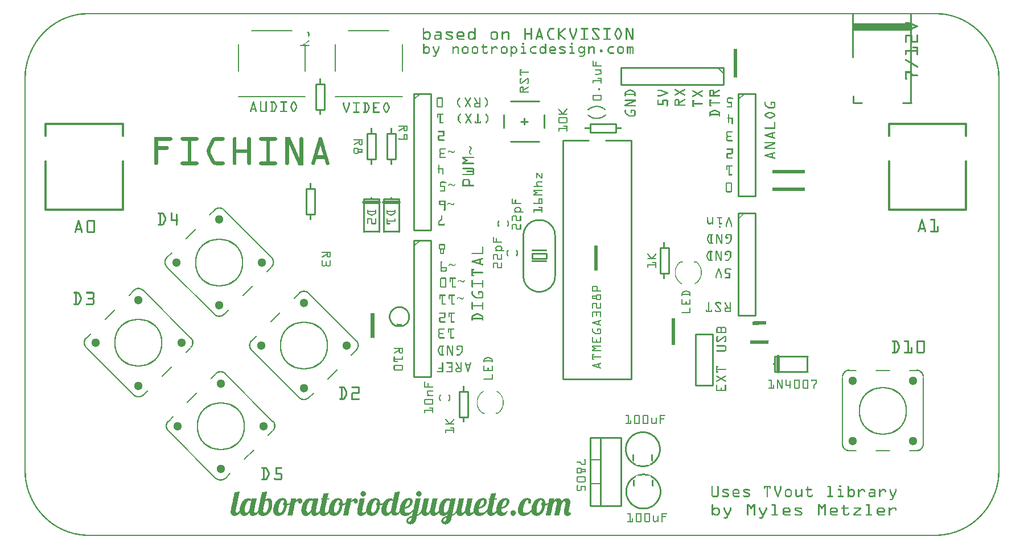
<source format=gto>
G04 MADE WITH FRITZING*
G04 WWW.FRITZING.ORG*
G04 DOUBLE SIDED*
G04 HOLES PLATED*
G04 CONTOUR ON CENTER OF CONTOUR VECTOR*
%ASAXBY*%
%FSLAX23Y23*%
%MOIN*%
%OFA0B0*%
%SFA1.0B1.0*%
%ADD10C,0.283590X0.26759*%
%ADD11C,0.051181X-0.0039371*%
%ADD12R,0.096457X0.038714X0.076772X0.019029*%
%ADD13C,0.009843*%
%ADD14C,0.010000*%
%ADD15C,0.020000*%
%ADD16C,0.005000*%
%ADD17C,0.008000*%
%ADD18C,0.012500*%
%ADD19R,0.001000X0.001000*%
%LNSILK1*%
G90*
G70*
G54D10*
X1141Y1606D03*
G54D11*
X1141Y1355D03*
X890Y1606D03*
X1141Y1857D03*
X1391Y1606D03*
G54D10*
X668Y1134D03*
G54D11*
X668Y883D03*
X418Y1134D03*
X668Y1384D03*
X919Y1134D03*
G54D10*
X1149Y645D03*
G54D11*
X1149Y395D03*
X898Y645D03*
X1149Y896D03*
X1399Y645D03*
G54D10*
X1637Y1118D03*
G54D11*
X1637Y867D03*
X1386Y1118D03*
X1637Y1368D03*
X1887Y1118D03*
G54D10*
X5027Y736D03*
G54D11*
X4850Y559D03*
X4850Y913D03*
X5204Y913D03*
X5204Y559D03*
G54D13*
X2972Y1657D02*
X3058Y1657D01*
X3058Y1628D01*
X2972Y1628D01*
X2972Y1657D01*
D02*
G54D14*
X2194Y1979D02*
X2194Y1784D01*
D02*
X2104Y1784D02*
X2104Y1979D01*
D02*
X2104Y1979D02*
X2194Y1979D01*
G54D15*
D02*
X2104Y1959D02*
X2194Y1959D01*
G54D14*
D02*
X2076Y1979D02*
X2076Y1784D01*
D02*
X1986Y1784D02*
X1986Y1979D01*
D02*
X1986Y1979D02*
X2076Y1979D01*
G54D15*
D02*
X1986Y1959D02*
X2076Y1959D01*
G54D14*
D02*
X2056Y2360D02*
X2056Y2210D01*
D02*
X2056Y2210D02*
X2006Y2210D01*
D02*
X2006Y2210D02*
X2006Y2360D01*
D02*
X2006Y2360D02*
X2056Y2360D01*
D02*
X2174Y2360D02*
X2174Y2210D01*
D02*
X2174Y2210D02*
X2124Y2210D01*
D02*
X2124Y2210D02*
X2124Y2360D01*
D02*
X2124Y2360D02*
X2174Y2360D01*
D02*
X1701Y2037D02*
X1701Y1887D01*
D02*
X1701Y1887D02*
X1651Y1887D01*
D02*
X1651Y1887D02*
X1651Y2037D01*
D02*
X1651Y2037D02*
X1701Y2037D01*
D02*
X1707Y2501D02*
X1707Y2651D01*
D02*
X1707Y2651D02*
X1757Y2651D01*
D02*
X1757Y2651D02*
X1757Y2501D01*
D02*
X1757Y2501D02*
X1707Y2501D01*
D02*
X2597Y849D02*
X2597Y699D01*
D02*
X2597Y699D02*
X2547Y699D01*
D02*
X2547Y699D02*
X2547Y849D01*
D02*
X2547Y849D02*
X2597Y849D01*
D02*
X3044Y2473D02*
X3044Y2394D01*
D02*
X2848Y2551D02*
X3015Y2551D01*
D02*
X2848Y2315D02*
X3015Y2315D01*
D02*
X2808Y2473D02*
X2808Y2394D01*
D02*
X2926Y2453D02*
X2926Y2414D01*
D02*
X2946Y2433D02*
X2907Y2433D01*
D02*
X3313Y2417D02*
X3463Y2417D01*
D02*
X3463Y2417D02*
X3463Y2367D01*
D02*
X3463Y2367D02*
X3313Y2367D01*
D02*
X3313Y2367D02*
X3313Y2417D01*
D02*
X3722Y1540D02*
X3722Y1690D01*
D02*
X3722Y1690D02*
X3772Y1690D01*
D02*
X3772Y1690D02*
X3772Y1540D01*
D02*
X3772Y1540D02*
X3722Y1540D01*
D02*
X5193Y2540D02*
X5143Y2540D01*
D02*
X4853Y2580D02*
X4853Y2540D01*
D02*
X4853Y2540D02*
X4903Y2540D01*
D02*
X4853Y2970D02*
X5193Y2970D01*
D02*
X4853Y2975D02*
X5193Y2975D01*
D02*
X4853Y2980D02*
X5193Y2980D01*
D02*
X4853Y2985D02*
X5193Y2985D01*
D02*
X4853Y2990D02*
X5193Y2990D01*
D02*
X4853Y2995D02*
X5193Y2995D01*
D02*
X4853Y3000D02*
X5193Y3000D01*
D02*
X4853Y3005D02*
X5193Y3005D01*
D02*
X3313Y177D02*
X3313Y577D01*
D02*
X3313Y577D02*
X3493Y577D01*
D02*
X3493Y577D02*
X3493Y177D01*
D02*
X3493Y177D02*
X3313Y177D01*
D02*
X3313Y177D02*
X3313Y577D01*
D02*
X3313Y577D02*
X3373Y577D01*
D02*
X3373Y577D02*
X3373Y177D01*
D02*
X3373Y177D02*
X3313Y177D01*
G54D16*
D02*
X3313Y307D02*
X3373Y307D01*
D02*
X3313Y447D02*
X3373Y447D01*
G54D14*
D02*
X3931Y1184D02*
X3931Y884D01*
D02*
X3931Y884D02*
X4031Y884D01*
D02*
X4031Y884D02*
X4031Y1184D01*
D02*
X4031Y1184D02*
X3931Y1184D01*
D02*
X4392Y1055D02*
X4587Y1055D01*
D02*
X4587Y965D02*
X4392Y965D01*
D02*
X4392Y965D02*
X4392Y1055D01*
G54D15*
D02*
X4412Y965D02*
X4412Y1055D01*
G54D14*
D02*
X2281Y1736D02*
X2281Y936D01*
D02*
X2281Y936D02*
X2381Y936D01*
D02*
X2381Y936D02*
X2381Y1736D01*
D02*
X2381Y1736D02*
X2281Y1736D01*
G54D16*
D02*
X2281Y1701D02*
X2316Y1736D01*
G54D14*
D02*
X2281Y2595D02*
X2281Y1795D01*
D02*
X2281Y1795D02*
X2381Y1795D01*
D02*
X2381Y1795D02*
X2381Y2595D01*
D02*
X2381Y2595D02*
X2281Y2595D01*
G54D16*
D02*
X2281Y2560D02*
X2316Y2595D01*
G54D14*
D02*
X4181Y1895D02*
X4181Y1295D01*
D02*
X4181Y1295D02*
X4281Y1295D01*
D02*
X4281Y1295D02*
X4281Y1895D01*
D02*
X4281Y1895D02*
X4181Y1895D01*
D02*
X4181Y2595D02*
X4181Y1995D01*
D02*
X4181Y1995D02*
X4281Y1995D01*
D02*
X4281Y1995D02*
X4281Y2595D01*
D02*
X4281Y2595D02*
X4181Y2595D01*
G54D16*
D02*
X4181Y2560D02*
X4216Y2595D01*
G54D14*
D02*
X3154Y2323D02*
X3154Y923D01*
D02*
X3154Y923D02*
X3554Y923D01*
D02*
X3554Y923D02*
X3554Y2323D01*
D02*
X3154Y2323D02*
X3304Y2323D01*
D02*
X3404Y2323D02*
X3554Y2323D01*
D02*
X4095Y2749D02*
X3495Y2749D01*
D02*
X3495Y2749D02*
X3495Y2649D01*
D02*
X3495Y2649D02*
X4095Y2649D01*
D02*
X4095Y2649D02*
X4095Y2749D01*
G54D16*
D02*
X4060Y2749D02*
X4095Y2714D01*
G54D17*
D02*
X1197Y1328D02*
X1169Y1300D01*
D02*
X1113Y1300D02*
X835Y1578D01*
D02*
X835Y1634D02*
X862Y1662D01*
D02*
X946Y1745D02*
X1002Y1801D01*
D02*
X1085Y1884D02*
X1113Y1912D01*
D02*
X1169Y1912D02*
X1447Y1634D01*
D02*
X1447Y1578D02*
X1419Y1550D01*
D02*
X1336Y1467D02*
X1280Y1411D01*
D02*
X724Y855D02*
X696Y827D01*
D02*
X641Y827D02*
X362Y1106D01*
D02*
X362Y1161D02*
X390Y1189D01*
D02*
X474Y1273D02*
X529Y1328D01*
D02*
X613Y1412D02*
X641Y1440D01*
D02*
X696Y1440D02*
X975Y1161D01*
D02*
X975Y1106D02*
X947Y1078D01*
D02*
X863Y994D02*
X808Y939D01*
D02*
X1204Y367D02*
X1177Y339D01*
D02*
X1121Y339D02*
X843Y618D01*
D02*
X843Y673D02*
X870Y701D01*
D02*
X954Y785D02*
X1010Y840D01*
D02*
X1093Y924D02*
X1121Y952D01*
D02*
X1177Y952D02*
X1455Y673D01*
D02*
X1455Y618D02*
X1427Y590D01*
D02*
X1344Y506D02*
X1288Y451D01*
D02*
X1693Y839D02*
X1665Y812D01*
D02*
X1609Y812D02*
X1331Y1090D01*
D02*
X1331Y1146D02*
X1359Y1174D01*
D02*
X1442Y1257D02*
X1498Y1313D01*
D02*
X1581Y1396D02*
X1609Y1424D01*
D02*
X1665Y1424D02*
X1943Y1146D01*
D02*
X1943Y1090D02*
X1915Y1062D01*
D02*
X1832Y979D02*
X1776Y923D01*
D02*
X4870Y500D02*
X4830Y500D01*
D02*
X4791Y539D02*
X4791Y933D01*
D02*
X4830Y972D02*
X4870Y972D01*
D02*
X4988Y972D02*
X5067Y972D01*
D02*
X5185Y972D02*
X5224Y972D01*
D02*
X5263Y933D02*
X5263Y539D01*
D02*
X5224Y500D02*
X5185Y500D01*
D02*
X5067Y500D02*
X4988Y500D01*
D02*
X2212Y2885D02*
X2212Y2727D01*
D02*
X2212Y2578D02*
X1819Y2578D01*
D02*
X1819Y2885D02*
X1819Y2727D01*
D02*
X2134Y2964D02*
X1897Y2964D01*
D02*
X1645Y2885D02*
X1645Y2727D01*
D02*
X1645Y2578D02*
X1252Y2578D01*
D02*
X1252Y2885D02*
X1252Y2727D01*
D02*
X1567Y2964D02*
X1330Y2964D01*
G54D18*
X125Y2347D02*
X125Y2419D01*
X578Y2419D01*
X578Y2347D01*
D02*
X578Y2199D02*
X578Y1916D01*
X125Y1916D01*
X125Y2199D01*
D02*
X5062Y2347D02*
X5062Y2419D01*
X5515Y2419D01*
X5515Y2347D01*
D02*
X5515Y2199D02*
X5515Y1916D01*
X5062Y1916D01*
X5062Y2199D01*
D02*
G54D19*
X355Y3068D02*
X5355Y3068D01*
X342Y3067D02*
X5368Y3067D01*
X332Y3066D02*
X5378Y3066D01*
X324Y3065D02*
X5386Y3065D01*
X317Y3064D02*
X5393Y3064D01*
X312Y3063D02*
X5398Y3063D01*
X306Y3062D02*
X5404Y3062D01*
X301Y3061D02*
X5409Y3061D01*
X297Y3060D02*
X355Y3060D01*
X4848Y3060D02*
X4857Y3060D01*
X5188Y3060D02*
X5197Y3060D01*
X5355Y3060D02*
X5413Y3060D01*
X292Y3059D02*
X341Y3059D01*
X4848Y3059D02*
X4857Y3059D01*
X5188Y3059D02*
X5197Y3059D01*
X5369Y3059D02*
X5418Y3059D01*
X288Y3058D02*
X331Y3058D01*
X4848Y3058D02*
X4857Y3058D01*
X5188Y3058D02*
X5197Y3058D01*
X5379Y3058D02*
X5422Y3058D01*
X284Y3057D02*
X324Y3057D01*
X4848Y3057D02*
X4857Y3057D01*
X5188Y3057D02*
X5197Y3057D01*
X5386Y3057D02*
X5426Y3057D01*
X280Y3056D02*
X317Y3056D01*
X4848Y3056D02*
X4857Y3056D01*
X5188Y3056D02*
X5197Y3056D01*
X5393Y3056D02*
X5430Y3056D01*
X276Y3055D02*
X311Y3055D01*
X4848Y3055D02*
X4857Y3055D01*
X5188Y3055D02*
X5197Y3055D01*
X5399Y3055D02*
X5434Y3055D01*
X273Y3054D02*
X306Y3054D01*
X4848Y3054D02*
X4857Y3054D01*
X5188Y3054D02*
X5197Y3054D01*
X5404Y3054D02*
X5437Y3054D01*
X270Y3053D02*
X301Y3053D01*
X4848Y3053D02*
X4857Y3053D01*
X5188Y3053D02*
X5197Y3053D01*
X5409Y3053D02*
X5440Y3053D01*
X266Y3052D02*
X296Y3052D01*
X4848Y3052D02*
X4857Y3052D01*
X5188Y3052D02*
X5197Y3052D01*
X5414Y3052D02*
X5444Y3052D01*
X263Y3051D02*
X291Y3051D01*
X4848Y3051D02*
X4857Y3051D01*
X5188Y3051D02*
X5197Y3051D01*
X5419Y3051D02*
X5447Y3051D01*
X260Y3050D02*
X287Y3050D01*
X4848Y3050D02*
X4857Y3050D01*
X5188Y3050D02*
X5197Y3050D01*
X5423Y3050D02*
X5450Y3050D01*
X257Y3049D02*
X283Y3049D01*
X4848Y3049D02*
X4857Y3049D01*
X5188Y3049D02*
X5197Y3049D01*
X5427Y3049D02*
X5453Y3049D01*
X255Y3048D02*
X280Y3048D01*
X4848Y3048D02*
X4857Y3048D01*
X5188Y3048D02*
X5197Y3048D01*
X5430Y3048D02*
X5455Y3048D01*
X252Y3047D02*
X276Y3047D01*
X4848Y3047D02*
X4857Y3047D01*
X5188Y3047D02*
X5197Y3047D01*
X5434Y3047D02*
X5458Y3047D01*
X249Y3046D02*
X273Y3046D01*
X4848Y3046D02*
X4857Y3046D01*
X5188Y3046D02*
X5197Y3046D01*
X5437Y3046D02*
X5461Y3046D01*
X246Y3045D02*
X270Y3045D01*
X4848Y3045D02*
X4857Y3045D01*
X5188Y3045D02*
X5197Y3045D01*
X5440Y3045D02*
X5464Y3045D01*
X243Y3044D02*
X266Y3044D01*
X4848Y3044D02*
X4857Y3044D01*
X5188Y3044D02*
X5197Y3044D01*
X5444Y3044D02*
X5467Y3044D01*
X241Y3043D02*
X263Y3043D01*
X4848Y3043D02*
X4857Y3043D01*
X5188Y3043D02*
X5197Y3043D01*
X5447Y3043D02*
X5469Y3043D01*
X239Y3042D02*
X260Y3042D01*
X4848Y3042D02*
X4857Y3042D01*
X5188Y3042D02*
X5197Y3042D01*
X5450Y3042D02*
X5471Y3042D01*
X236Y3041D02*
X257Y3041D01*
X4848Y3041D02*
X4857Y3041D01*
X5188Y3041D02*
X5197Y3041D01*
X5453Y3041D02*
X5474Y3041D01*
X234Y3040D02*
X254Y3040D01*
X4848Y3040D02*
X4857Y3040D01*
X5188Y3040D02*
X5197Y3040D01*
X5456Y3040D02*
X5476Y3040D01*
X231Y3039D02*
X252Y3039D01*
X4848Y3039D02*
X4857Y3039D01*
X5188Y3039D02*
X5197Y3039D01*
X5458Y3039D02*
X5479Y3039D01*
X229Y3038D02*
X249Y3038D01*
X4848Y3038D02*
X4857Y3038D01*
X5188Y3038D02*
X5197Y3038D01*
X5461Y3038D02*
X5481Y3038D01*
X227Y3037D02*
X246Y3037D01*
X4848Y3037D02*
X4857Y3037D01*
X5188Y3037D02*
X5197Y3037D01*
X5464Y3037D02*
X5483Y3037D01*
X224Y3036D02*
X244Y3036D01*
X4848Y3036D02*
X4857Y3036D01*
X5188Y3036D02*
X5197Y3036D01*
X5466Y3036D02*
X5486Y3036D01*
X222Y3035D02*
X241Y3035D01*
X4848Y3035D02*
X4857Y3035D01*
X5188Y3035D02*
X5197Y3035D01*
X5469Y3035D02*
X5488Y3035D01*
X220Y3034D02*
X239Y3034D01*
X4848Y3034D02*
X4857Y3034D01*
X5188Y3034D02*
X5197Y3034D01*
X5471Y3034D02*
X5490Y3034D01*
X218Y3033D02*
X236Y3033D01*
X4848Y3033D02*
X4857Y3033D01*
X5188Y3033D02*
X5197Y3033D01*
X5474Y3033D02*
X5492Y3033D01*
X216Y3032D02*
X234Y3032D01*
X4848Y3032D02*
X4857Y3032D01*
X5188Y3032D02*
X5197Y3032D01*
X5476Y3032D02*
X5494Y3032D01*
X214Y3031D02*
X231Y3031D01*
X4848Y3031D02*
X4857Y3031D01*
X5188Y3031D02*
X5197Y3031D01*
X5479Y3031D02*
X5496Y3031D01*
X212Y3030D02*
X229Y3030D01*
X4848Y3030D02*
X4857Y3030D01*
X5188Y3030D02*
X5197Y3030D01*
X5481Y3030D02*
X5498Y3030D01*
X210Y3029D02*
X227Y3029D01*
X4848Y3029D02*
X4857Y3029D01*
X5188Y3029D02*
X5197Y3029D01*
X5483Y3029D02*
X5500Y3029D01*
X208Y3028D02*
X225Y3028D01*
X4848Y3028D02*
X4857Y3028D01*
X5188Y3028D02*
X5197Y3028D01*
X5485Y3028D02*
X5502Y3028D01*
X206Y3027D02*
X223Y3027D01*
X4848Y3027D02*
X4857Y3027D01*
X5188Y3027D02*
X5197Y3027D01*
X5487Y3027D02*
X5504Y3027D01*
X204Y3026D02*
X221Y3026D01*
X4848Y3026D02*
X4857Y3026D01*
X5188Y3026D02*
X5197Y3026D01*
X5489Y3026D02*
X5506Y3026D01*
X202Y3025D02*
X218Y3025D01*
X4848Y3025D02*
X4857Y3025D01*
X5188Y3025D02*
X5197Y3025D01*
X5492Y3025D02*
X5508Y3025D01*
X200Y3024D02*
X216Y3024D01*
X4848Y3024D02*
X4857Y3024D01*
X5188Y3024D02*
X5197Y3024D01*
X5494Y3024D02*
X5510Y3024D01*
X198Y3023D02*
X214Y3023D01*
X4848Y3023D02*
X4857Y3023D01*
X5188Y3023D02*
X5197Y3023D01*
X5496Y3023D02*
X5512Y3023D01*
X196Y3022D02*
X212Y3022D01*
X4848Y3022D02*
X4857Y3022D01*
X5188Y3022D02*
X5197Y3022D01*
X5498Y3022D02*
X5514Y3022D01*
X195Y3021D02*
X210Y3021D01*
X4848Y3021D02*
X4857Y3021D01*
X5188Y3021D02*
X5197Y3021D01*
X5500Y3021D02*
X5515Y3021D01*
X193Y3020D02*
X209Y3020D01*
X4848Y3020D02*
X4857Y3020D01*
X5188Y3020D02*
X5197Y3020D01*
X5501Y3020D02*
X5517Y3020D01*
X191Y3019D02*
X207Y3019D01*
X4848Y3019D02*
X4857Y3019D01*
X5188Y3019D02*
X5197Y3019D01*
X5503Y3019D02*
X5519Y3019D01*
X190Y3018D02*
X205Y3018D01*
X4848Y3018D02*
X4857Y3018D01*
X5188Y3018D02*
X5197Y3018D01*
X5505Y3018D02*
X5520Y3018D01*
X188Y3017D02*
X203Y3017D01*
X4848Y3017D02*
X4857Y3017D01*
X5188Y3017D02*
X5197Y3017D01*
X5507Y3017D02*
X5522Y3017D01*
X186Y3016D02*
X201Y3016D01*
X4848Y3016D02*
X4857Y3016D01*
X5188Y3016D02*
X5197Y3016D01*
X5509Y3016D02*
X5524Y3016D01*
X185Y3015D02*
X199Y3015D01*
X4848Y3015D02*
X4857Y3015D01*
X5160Y3015D02*
X5179Y3015D01*
X5188Y3015D02*
X5197Y3015D01*
X5511Y3015D02*
X5525Y3015D01*
X183Y3014D02*
X197Y3014D01*
X4848Y3014D02*
X4857Y3014D01*
X5158Y3014D02*
X5181Y3014D01*
X5188Y3014D02*
X5197Y3014D01*
X5513Y3014D02*
X5527Y3014D01*
X181Y3013D02*
X196Y3013D01*
X4848Y3013D02*
X4857Y3013D01*
X5157Y3013D02*
X5184Y3013D01*
X5188Y3013D02*
X5197Y3013D01*
X5514Y3013D02*
X5529Y3013D01*
X180Y3012D02*
X194Y3012D01*
X4848Y3012D02*
X4857Y3012D01*
X5157Y3012D02*
X5186Y3012D01*
X5188Y3012D02*
X5197Y3012D01*
X5516Y3012D02*
X5530Y3012D01*
X178Y3011D02*
X192Y3011D01*
X4848Y3011D02*
X4857Y3011D01*
X5156Y3011D02*
X5197Y3011D01*
X5518Y3011D02*
X5532Y3011D01*
X177Y3010D02*
X191Y3010D01*
X4848Y3010D02*
X4857Y3010D01*
X5156Y3010D02*
X5197Y3010D01*
X5519Y3010D02*
X5533Y3010D01*
X175Y3009D02*
X189Y3009D01*
X4848Y3009D02*
X4857Y3009D01*
X5156Y3009D02*
X5197Y3009D01*
X5521Y3009D02*
X5535Y3009D01*
X174Y3008D02*
X187Y3008D01*
X4848Y3008D02*
X4857Y3008D01*
X5157Y3008D02*
X5197Y3008D01*
X5523Y3008D02*
X5536Y3008D01*
X172Y3007D02*
X186Y3007D01*
X4848Y3007D02*
X4857Y3007D01*
X5157Y3007D02*
X5199Y3007D01*
X5524Y3007D02*
X5538Y3007D01*
X171Y3006D02*
X184Y3006D01*
X4848Y3006D02*
X4857Y3006D01*
X5159Y3006D02*
X5202Y3006D01*
X5526Y3006D02*
X5539Y3006D01*
X169Y3005D02*
X182Y3005D01*
X4848Y3005D02*
X4857Y3005D01*
X5177Y3005D02*
X5204Y3005D01*
X5528Y3005D02*
X5541Y3005D01*
X168Y3004D02*
X181Y3004D01*
X4848Y3004D02*
X4857Y3004D01*
X5180Y3004D02*
X5207Y3004D01*
X5529Y3004D02*
X5542Y3004D01*
X166Y3003D02*
X179Y3003D01*
X4848Y3003D02*
X4857Y3003D01*
X5183Y3003D02*
X5209Y3003D01*
X5531Y3003D02*
X5544Y3003D01*
X165Y3002D02*
X178Y3002D01*
X4848Y3002D02*
X4857Y3002D01*
X5185Y3002D02*
X5212Y3002D01*
X5532Y3002D02*
X5545Y3002D01*
X163Y3001D02*
X176Y3001D01*
X4848Y3001D02*
X4857Y3001D01*
X5188Y3001D02*
X5215Y3001D01*
X5534Y3001D02*
X5547Y3001D01*
X162Y3000D02*
X175Y3000D01*
X4848Y3000D02*
X4857Y3000D01*
X5188Y3000D02*
X5217Y3000D01*
X5535Y3000D02*
X5548Y3000D01*
X160Y2999D02*
X173Y2999D01*
X4848Y2999D02*
X4857Y2999D01*
X5188Y2999D02*
X5220Y2999D01*
X5537Y2999D02*
X5550Y2999D01*
X159Y2998D02*
X172Y2998D01*
X4848Y2998D02*
X4857Y2998D01*
X5188Y2998D02*
X5222Y2998D01*
X5538Y2998D02*
X5551Y2998D01*
X158Y2997D02*
X170Y2997D01*
X4848Y2997D02*
X4857Y2997D01*
X5188Y2997D02*
X5225Y2997D01*
X5540Y2997D02*
X5552Y2997D01*
X156Y2996D02*
X169Y2996D01*
X4848Y2996D02*
X4857Y2996D01*
X5188Y2996D02*
X5197Y2996D01*
X5200Y2996D02*
X5227Y2996D01*
X5541Y2996D02*
X5554Y2996D01*
X155Y2995D02*
X167Y2995D01*
X4848Y2995D02*
X4857Y2995D01*
X5188Y2995D02*
X5197Y2995D01*
X5203Y2995D02*
X5230Y2995D01*
X5543Y2995D02*
X5555Y2995D01*
X154Y2994D02*
X166Y2994D01*
X4848Y2994D02*
X4857Y2994D01*
X5188Y2994D02*
X5197Y2994D01*
X5206Y2994D02*
X5232Y2994D01*
X5544Y2994D02*
X5556Y2994D01*
X152Y2993D02*
X165Y2993D01*
X4848Y2993D02*
X4857Y2993D01*
X5188Y2993D02*
X5197Y2993D01*
X5208Y2993D02*
X5232Y2993D01*
X5545Y2993D02*
X5558Y2993D01*
X151Y2992D02*
X163Y2992D01*
X4848Y2992D02*
X4857Y2992D01*
X5188Y2992D02*
X5197Y2992D01*
X5211Y2992D02*
X5233Y2992D01*
X5547Y2992D02*
X5559Y2992D01*
X150Y2991D02*
X162Y2991D01*
X4848Y2991D02*
X4857Y2991D01*
X5188Y2991D02*
X5197Y2991D01*
X5213Y2991D02*
X5233Y2991D01*
X5548Y2991D02*
X5560Y2991D01*
X148Y2990D02*
X161Y2990D01*
X4848Y2990D02*
X4857Y2990D01*
X5188Y2990D02*
X5197Y2990D01*
X5214Y2990D02*
X5233Y2990D01*
X5549Y2990D02*
X5562Y2990D01*
X147Y2989D02*
X159Y2989D01*
X4848Y2989D02*
X4857Y2989D01*
X5188Y2989D02*
X5197Y2989D01*
X5212Y2989D02*
X5233Y2989D01*
X5551Y2989D02*
X5563Y2989D01*
X146Y2988D02*
X158Y2988D01*
X4848Y2988D02*
X4857Y2988D01*
X5188Y2988D02*
X5197Y2988D01*
X5209Y2988D02*
X5233Y2988D01*
X5552Y2988D02*
X5564Y2988D01*
X145Y2987D02*
X157Y2987D01*
X4848Y2987D02*
X4857Y2987D01*
X5188Y2987D02*
X5197Y2987D01*
X5207Y2987D02*
X5232Y2987D01*
X5553Y2987D02*
X5565Y2987D01*
X143Y2986D02*
X155Y2986D01*
X4848Y2986D02*
X4857Y2986D01*
X5188Y2986D02*
X5197Y2986D01*
X5204Y2986D02*
X5231Y2986D01*
X5555Y2986D02*
X5567Y2986D01*
X142Y2985D02*
X154Y2985D01*
X4848Y2985D02*
X4857Y2985D01*
X5188Y2985D02*
X5197Y2985D01*
X5202Y2985D02*
X5229Y2985D01*
X5556Y2985D02*
X5568Y2985D01*
X141Y2984D02*
X153Y2984D01*
X4848Y2984D02*
X4857Y2984D01*
X5188Y2984D02*
X5197Y2984D01*
X5199Y2984D02*
X5226Y2984D01*
X5557Y2984D02*
X5569Y2984D01*
X140Y2983D02*
X151Y2983D01*
X4848Y2983D02*
X4857Y2983D01*
X5188Y2983D02*
X5224Y2983D01*
X5559Y2983D02*
X5570Y2983D01*
X139Y2982D02*
X150Y2982D01*
X4848Y2982D02*
X4857Y2982D01*
X5188Y2982D02*
X5221Y2982D01*
X5560Y2982D02*
X5571Y2982D01*
X137Y2981D02*
X149Y2981D01*
X2336Y2981D02*
X2339Y2981D01*
X2636Y2981D02*
X2639Y2981D01*
X2930Y2981D02*
X2933Y2981D01*
X2966Y2981D02*
X2969Y2981D01*
X3014Y2981D02*
X3017Y2981D01*
X3079Y2981D02*
X3101Y2981D01*
X3128Y2981D02*
X3131Y2981D01*
X3164Y2981D02*
X3167Y2981D01*
X3194Y2981D02*
X3197Y2981D01*
X3230Y2981D02*
X3233Y2981D01*
X3260Y2981D02*
X3299Y2981D01*
X3331Y2981D02*
X3359Y2981D01*
X3392Y2981D02*
X3431Y2981D01*
X3475Y2981D02*
X3480Y2981D01*
X3521Y2981D02*
X3533Y2981D01*
X3560Y2981D02*
X3563Y2981D01*
X4848Y2981D02*
X4857Y2981D01*
X5188Y2981D02*
X5218Y2981D01*
X5561Y2981D02*
X5573Y2981D01*
X136Y2980D02*
X148Y2980D01*
X2334Y2980D02*
X2340Y2980D01*
X2635Y2980D02*
X2640Y2980D01*
X2929Y2980D02*
X2934Y2980D01*
X2965Y2980D02*
X2970Y2980D01*
X3013Y2980D02*
X3018Y2980D01*
X3077Y2980D02*
X3102Y2980D01*
X3127Y2980D02*
X3132Y2980D01*
X3163Y2980D02*
X3168Y2980D01*
X3193Y2980D02*
X3198Y2980D01*
X3229Y2980D02*
X3234Y2980D01*
X3259Y2980D02*
X3300Y2980D01*
X3328Y2980D02*
X3361Y2980D01*
X3391Y2980D02*
X3432Y2980D01*
X3472Y2980D02*
X3482Y2980D01*
X3521Y2980D02*
X3533Y2980D01*
X3559Y2980D02*
X3564Y2980D01*
X4848Y2980D02*
X4857Y2980D01*
X5188Y2980D02*
X5216Y2980D01*
X5562Y2980D02*
X5574Y2980D01*
X135Y2979D02*
X146Y2979D01*
X2334Y2979D02*
X2341Y2979D01*
X2634Y2979D02*
X2641Y2979D01*
X2928Y2979D02*
X2935Y2979D01*
X2964Y2979D02*
X2971Y2979D01*
X3012Y2979D02*
X3019Y2979D01*
X3075Y2979D02*
X3103Y2979D01*
X3126Y2979D02*
X3133Y2979D01*
X3161Y2979D02*
X3169Y2979D01*
X3192Y2979D02*
X3199Y2979D01*
X3228Y2979D02*
X3235Y2979D01*
X3258Y2979D02*
X3301Y2979D01*
X3327Y2979D02*
X3363Y2979D01*
X3390Y2979D02*
X3433Y2979D01*
X3471Y2979D02*
X3484Y2979D01*
X3521Y2979D02*
X3534Y2979D01*
X3558Y2979D02*
X3565Y2979D01*
X4848Y2979D02*
X4857Y2979D01*
X5186Y2979D02*
X5213Y2979D01*
X5564Y2979D02*
X5575Y2979D01*
X134Y2978D02*
X145Y2978D01*
X2333Y2978D02*
X2341Y2978D01*
X2634Y2978D02*
X2641Y2978D01*
X2927Y2978D02*
X2935Y2978D01*
X2964Y2978D02*
X2971Y2978D01*
X3011Y2978D02*
X3019Y2978D01*
X3074Y2978D02*
X3103Y2978D01*
X3125Y2978D02*
X3133Y2978D01*
X3160Y2978D02*
X3169Y2978D01*
X3191Y2978D02*
X3199Y2978D01*
X3228Y2978D02*
X3235Y2978D01*
X3257Y2978D02*
X3301Y2978D01*
X3326Y2978D02*
X3364Y2978D01*
X3389Y2978D02*
X3434Y2978D01*
X3470Y2978D02*
X3485Y2978D01*
X3521Y2978D02*
X3534Y2978D01*
X3558Y2978D02*
X3566Y2978D01*
X4848Y2978D02*
X4857Y2978D01*
X5184Y2978D02*
X5211Y2978D01*
X5565Y2978D02*
X5576Y2978D01*
X133Y2977D02*
X144Y2977D01*
X2333Y2977D02*
X2341Y2977D01*
X2633Y2977D02*
X2642Y2977D01*
X2927Y2977D02*
X2935Y2977D01*
X2963Y2977D02*
X2972Y2977D01*
X3011Y2977D02*
X3020Y2977D01*
X3073Y2977D02*
X3104Y2977D01*
X3125Y2977D02*
X3133Y2977D01*
X3159Y2977D02*
X3170Y2977D01*
X3191Y2977D02*
X3199Y2977D01*
X3228Y2977D02*
X3236Y2977D01*
X3257Y2977D02*
X3302Y2977D01*
X3325Y2977D02*
X3365Y2977D01*
X3389Y2977D02*
X3434Y2977D01*
X3469Y2977D02*
X3486Y2977D01*
X3521Y2977D02*
X3534Y2977D01*
X3558Y2977D02*
X3566Y2977D01*
X4848Y2977D02*
X4857Y2977D01*
X5181Y2977D02*
X5208Y2977D01*
X5566Y2977D02*
X5577Y2977D01*
X132Y2976D02*
X143Y2976D01*
X2333Y2976D02*
X2341Y2976D01*
X2633Y2976D02*
X2642Y2976D01*
X2927Y2976D02*
X2935Y2976D01*
X2963Y2976D02*
X2972Y2976D01*
X3011Y2976D02*
X3020Y2976D01*
X3072Y2976D02*
X3103Y2976D01*
X3125Y2976D02*
X3133Y2976D01*
X3158Y2976D02*
X3170Y2976D01*
X3191Y2976D02*
X3199Y2976D01*
X3227Y2976D02*
X3236Y2976D01*
X3257Y2976D02*
X3302Y2976D01*
X3324Y2976D02*
X3366Y2976D01*
X3389Y2976D02*
X3434Y2976D01*
X3468Y2976D02*
X3487Y2976D01*
X3521Y2976D02*
X3535Y2976D01*
X3558Y2976D02*
X3566Y2976D01*
X4848Y2976D02*
X4857Y2976D01*
X5179Y2976D02*
X5206Y2976D01*
X5567Y2976D02*
X5578Y2976D01*
X130Y2975D02*
X142Y2975D01*
X2333Y2975D02*
X2341Y2975D01*
X2633Y2975D02*
X2642Y2975D01*
X2927Y2975D02*
X2935Y2975D01*
X2963Y2975D02*
X2972Y2975D01*
X3011Y2975D02*
X3020Y2975D01*
X3071Y2975D02*
X3103Y2975D01*
X3125Y2975D02*
X3133Y2975D01*
X3157Y2975D02*
X3169Y2975D01*
X3191Y2975D02*
X3199Y2975D01*
X3227Y2975D02*
X3236Y2975D01*
X3258Y2975D02*
X3301Y2975D01*
X3324Y2975D02*
X3366Y2975D01*
X3390Y2975D02*
X3433Y2975D01*
X3467Y2975D02*
X3488Y2975D01*
X3521Y2975D02*
X3535Y2975D01*
X3558Y2975D02*
X3566Y2975D01*
X4848Y2975D02*
X4857Y2975D01*
X5159Y2975D02*
X5203Y2975D01*
X5568Y2975D02*
X5580Y2975D01*
X129Y2974D02*
X140Y2974D01*
X2333Y2974D02*
X2341Y2974D01*
X2633Y2974D02*
X2642Y2974D01*
X2927Y2974D02*
X2935Y2974D01*
X2963Y2974D02*
X2972Y2974D01*
X3010Y2974D02*
X3021Y2974D01*
X3071Y2974D02*
X3103Y2974D01*
X3125Y2974D02*
X3133Y2974D01*
X3156Y2974D02*
X3169Y2974D01*
X3191Y2974D02*
X3199Y2974D01*
X3227Y2974D02*
X3236Y2974D01*
X3258Y2974D02*
X3301Y2974D01*
X3324Y2974D02*
X3367Y2974D01*
X3390Y2974D02*
X3433Y2974D01*
X3467Y2974D02*
X3488Y2974D01*
X3521Y2974D02*
X3536Y2974D01*
X3558Y2974D02*
X3566Y2974D01*
X4848Y2974D02*
X4857Y2974D01*
X5158Y2974D02*
X5200Y2974D01*
X5570Y2974D02*
X5581Y2974D01*
X128Y2973D02*
X139Y2973D01*
X2333Y2973D02*
X2341Y2973D01*
X2633Y2973D02*
X2642Y2973D01*
X2927Y2973D02*
X2935Y2973D01*
X2963Y2973D02*
X2972Y2973D01*
X3010Y2973D02*
X3021Y2973D01*
X3070Y2973D02*
X3101Y2973D01*
X3125Y2973D02*
X3133Y2973D01*
X3154Y2973D02*
X3168Y2973D01*
X3191Y2973D02*
X3199Y2973D01*
X3227Y2973D02*
X3236Y2973D01*
X3259Y2973D02*
X3299Y2973D01*
X3323Y2973D02*
X3367Y2973D01*
X3391Y2973D02*
X3431Y2973D01*
X3466Y2973D02*
X3489Y2973D01*
X3521Y2973D02*
X3536Y2973D01*
X3558Y2973D02*
X3566Y2973D01*
X4848Y2973D02*
X4857Y2973D01*
X5157Y2973D02*
X5198Y2973D01*
X5571Y2973D02*
X5582Y2973D01*
X127Y2972D02*
X138Y2972D01*
X2333Y2972D02*
X2341Y2972D01*
X2633Y2972D02*
X2642Y2972D01*
X2927Y2972D02*
X2935Y2972D01*
X2963Y2972D02*
X2972Y2972D01*
X3010Y2972D02*
X3021Y2972D01*
X3070Y2972D02*
X3081Y2972D01*
X3125Y2972D02*
X3133Y2972D01*
X3153Y2972D02*
X3166Y2972D01*
X3191Y2972D02*
X3199Y2972D01*
X3227Y2972D02*
X3236Y2972D01*
X3275Y2972D02*
X3284Y2972D01*
X3323Y2972D02*
X3332Y2972D01*
X3357Y2972D02*
X3367Y2972D01*
X3407Y2972D02*
X3416Y2972D01*
X3466Y2972D02*
X3476Y2972D01*
X3479Y2972D02*
X3489Y2972D01*
X3521Y2972D02*
X3537Y2972D01*
X3558Y2972D02*
X3566Y2972D01*
X4848Y2972D02*
X4857Y2972D01*
X5157Y2972D02*
X5197Y2972D01*
X5572Y2972D02*
X5583Y2972D01*
X126Y2971D02*
X137Y2971D01*
X2333Y2971D02*
X2341Y2971D01*
X2633Y2971D02*
X2642Y2971D01*
X2927Y2971D02*
X2935Y2971D01*
X2963Y2971D02*
X2972Y2971D01*
X3009Y2971D02*
X3021Y2971D01*
X3069Y2971D02*
X3079Y2971D01*
X3125Y2971D02*
X3133Y2971D01*
X3152Y2971D02*
X3165Y2971D01*
X3191Y2971D02*
X3199Y2971D01*
X3227Y2971D02*
X3236Y2971D01*
X3275Y2971D02*
X3284Y2971D01*
X3323Y2971D02*
X3331Y2971D01*
X3359Y2971D02*
X3368Y2971D01*
X3407Y2971D02*
X3416Y2971D01*
X3465Y2971D02*
X3475Y2971D01*
X3480Y2971D02*
X3490Y2971D01*
X3521Y2971D02*
X3537Y2971D01*
X3558Y2971D02*
X3566Y2971D01*
X4848Y2971D02*
X4857Y2971D01*
X5156Y2971D02*
X5197Y2971D01*
X5573Y2971D02*
X5584Y2971D01*
X125Y2970D02*
X136Y2970D01*
X2333Y2970D02*
X2341Y2970D01*
X2633Y2970D02*
X2642Y2970D01*
X2927Y2970D02*
X2935Y2970D01*
X2963Y2970D02*
X2972Y2970D01*
X3009Y2970D02*
X3022Y2970D01*
X3069Y2970D02*
X3078Y2970D01*
X3125Y2970D02*
X3133Y2970D01*
X3151Y2970D02*
X3164Y2970D01*
X3191Y2970D02*
X3199Y2970D01*
X3227Y2970D02*
X3236Y2970D01*
X3275Y2970D02*
X3284Y2970D01*
X3323Y2970D02*
X3332Y2970D01*
X3359Y2970D02*
X3368Y2970D01*
X3407Y2970D02*
X3416Y2970D01*
X3465Y2970D02*
X3474Y2970D01*
X3481Y2970D02*
X3490Y2970D01*
X3521Y2970D02*
X3537Y2970D01*
X3558Y2970D02*
X3566Y2970D01*
X4848Y2970D02*
X4857Y2970D01*
X5156Y2970D02*
X5197Y2970D01*
X5574Y2970D02*
X5585Y2970D01*
X124Y2969D02*
X135Y2969D01*
X2333Y2969D02*
X2341Y2969D01*
X2633Y2969D02*
X2642Y2969D01*
X2927Y2969D02*
X2935Y2969D01*
X2963Y2969D02*
X2972Y2969D01*
X3009Y2969D02*
X3022Y2969D01*
X3068Y2969D02*
X3078Y2969D01*
X3125Y2969D02*
X3133Y2969D01*
X3150Y2969D02*
X3163Y2969D01*
X3191Y2969D02*
X3199Y2969D01*
X3227Y2969D02*
X3236Y2969D01*
X3275Y2969D02*
X3284Y2969D01*
X3323Y2969D02*
X3333Y2969D01*
X3360Y2969D02*
X3368Y2969D01*
X3407Y2969D02*
X3416Y2969D01*
X3464Y2969D02*
X3474Y2969D01*
X3481Y2969D02*
X3491Y2969D01*
X3521Y2969D02*
X3538Y2969D01*
X3558Y2969D02*
X3566Y2969D01*
X4848Y2969D02*
X4857Y2969D01*
X5156Y2969D02*
X5197Y2969D01*
X5575Y2969D02*
X5586Y2969D01*
X123Y2968D02*
X134Y2968D01*
X2333Y2968D02*
X2341Y2968D01*
X2633Y2968D02*
X2642Y2968D01*
X2927Y2968D02*
X2935Y2968D01*
X2963Y2968D02*
X2972Y2968D01*
X3008Y2968D02*
X3022Y2968D01*
X3068Y2968D02*
X3077Y2968D01*
X3125Y2968D02*
X3133Y2968D01*
X3149Y2968D02*
X3162Y2968D01*
X3191Y2968D02*
X3199Y2968D01*
X3227Y2968D02*
X3236Y2968D01*
X3275Y2968D02*
X3284Y2968D01*
X3324Y2968D02*
X3334Y2968D01*
X3360Y2968D02*
X3367Y2968D01*
X3407Y2968D02*
X3416Y2968D01*
X3464Y2968D02*
X3473Y2968D01*
X3482Y2968D02*
X3491Y2968D01*
X3521Y2968D02*
X3538Y2968D01*
X3558Y2968D02*
X3566Y2968D01*
X4848Y2968D02*
X4857Y2968D01*
X5157Y2968D02*
X5185Y2968D01*
X5188Y2968D02*
X5197Y2968D01*
X5576Y2968D02*
X5587Y2968D01*
X122Y2967D02*
X132Y2967D01*
X2333Y2967D02*
X2341Y2967D01*
X2633Y2967D02*
X2642Y2967D01*
X2927Y2967D02*
X2935Y2967D01*
X2963Y2967D02*
X2972Y2967D01*
X3008Y2967D02*
X3023Y2967D01*
X3067Y2967D02*
X3077Y2967D01*
X3125Y2967D02*
X3133Y2967D01*
X3147Y2967D02*
X3161Y2967D01*
X3191Y2967D02*
X3199Y2967D01*
X3227Y2967D02*
X3236Y2967D01*
X3275Y2967D02*
X3284Y2967D01*
X3324Y2967D02*
X3334Y2967D01*
X3360Y2967D02*
X3367Y2967D01*
X3407Y2967D02*
X3416Y2967D01*
X3463Y2967D02*
X3473Y2967D01*
X3482Y2967D02*
X3492Y2967D01*
X3521Y2967D02*
X3539Y2967D01*
X3558Y2967D02*
X3566Y2967D01*
X4848Y2967D02*
X4857Y2967D01*
X5158Y2967D02*
X5182Y2967D01*
X5188Y2967D02*
X5197Y2967D01*
X5578Y2967D02*
X5588Y2967D01*
X121Y2966D02*
X131Y2966D01*
X2333Y2966D02*
X2341Y2966D01*
X2633Y2966D02*
X2642Y2966D01*
X2927Y2966D02*
X2935Y2966D01*
X2963Y2966D02*
X2972Y2966D01*
X3008Y2966D02*
X3023Y2966D01*
X3067Y2966D02*
X3076Y2966D01*
X3125Y2966D02*
X3133Y2966D01*
X3146Y2966D02*
X3159Y2966D01*
X3191Y2966D02*
X3199Y2966D01*
X3227Y2966D02*
X3236Y2966D01*
X3275Y2966D02*
X3284Y2966D01*
X3325Y2966D02*
X3335Y2966D01*
X3361Y2966D02*
X3366Y2966D01*
X3407Y2966D02*
X3416Y2966D01*
X3463Y2966D02*
X3472Y2966D01*
X3483Y2966D02*
X3492Y2966D01*
X3521Y2966D02*
X3539Y2966D01*
X3558Y2966D02*
X3566Y2966D01*
X4848Y2966D02*
X4857Y2966D01*
X5159Y2966D02*
X5180Y2966D01*
X5188Y2966D02*
X5197Y2966D01*
X5579Y2966D02*
X5589Y2966D01*
X120Y2965D02*
X130Y2965D01*
X2333Y2965D02*
X2341Y2965D01*
X2633Y2965D02*
X2642Y2965D01*
X2927Y2965D02*
X2935Y2965D01*
X2963Y2965D02*
X2972Y2965D01*
X3008Y2965D02*
X3023Y2965D01*
X3066Y2965D02*
X3076Y2965D01*
X3125Y2965D02*
X3133Y2965D01*
X3145Y2965D02*
X3158Y2965D01*
X3191Y2965D02*
X3199Y2965D01*
X3227Y2965D02*
X3236Y2965D01*
X3275Y2965D02*
X3284Y2965D01*
X3325Y2965D02*
X3336Y2965D01*
X3362Y2965D02*
X3365Y2965D01*
X3407Y2965D02*
X3416Y2965D01*
X3462Y2965D02*
X3472Y2965D01*
X3483Y2965D02*
X3493Y2965D01*
X3521Y2965D02*
X3540Y2965D01*
X3558Y2965D02*
X3566Y2965D01*
X4848Y2965D02*
X4857Y2965D01*
X5188Y2965D02*
X5197Y2965D01*
X5580Y2965D02*
X5590Y2965D01*
X119Y2964D02*
X129Y2964D01*
X2333Y2964D02*
X2341Y2964D01*
X2633Y2964D02*
X2642Y2964D01*
X2927Y2964D02*
X2935Y2964D01*
X2963Y2964D02*
X2972Y2964D01*
X3007Y2964D02*
X3023Y2964D01*
X3066Y2964D02*
X3075Y2964D01*
X3125Y2964D02*
X3133Y2964D01*
X3144Y2964D02*
X3157Y2964D01*
X3191Y2964D02*
X3199Y2964D01*
X3227Y2964D02*
X3236Y2964D01*
X3275Y2964D02*
X3284Y2964D01*
X3326Y2964D02*
X3337Y2964D01*
X3407Y2964D02*
X3416Y2964D01*
X3462Y2964D02*
X3471Y2964D01*
X3484Y2964D02*
X3493Y2964D01*
X3521Y2964D02*
X3540Y2964D01*
X3558Y2964D02*
X3566Y2964D01*
X4848Y2964D02*
X4857Y2964D01*
X5188Y2964D02*
X5197Y2964D01*
X5581Y2964D02*
X5591Y2964D01*
X118Y2963D02*
X128Y2963D01*
X2333Y2963D02*
X2341Y2963D01*
X2633Y2963D02*
X2642Y2963D01*
X2927Y2963D02*
X2935Y2963D01*
X2963Y2963D02*
X2972Y2963D01*
X3007Y2963D02*
X3024Y2963D01*
X3065Y2963D02*
X3075Y2963D01*
X3125Y2963D02*
X3133Y2963D01*
X3143Y2963D02*
X3156Y2963D01*
X3191Y2963D02*
X3199Y2963D01*
X3227Y2963D02*
X3236Y2963D01*
X3275Y2963D02*
X3284Y2963D01*
X3327Y2963D02*
X3337Y2963D01*
X3407Y2963D02*
X3416Y2963D01*
X3461Y2963D02*
X3471Y2963D01*
X3484Y2963D02*
X3494Y2963D01*
X3521Y2963D02*
X3541Y2963D01*
X3558Y2963D02*
X3566Y2963D01*
X4848Y2963D02*
X4857Y2963D01*
X5188Y2963D02*
X5197Y2963D01*
X5582Y2963D02*
X5592Y2963D01*
X117Y2962D02*
X127Y2962D01*
X2333Y2962D02*
X2341Y2962D01*
X2354Y2962D02*
X2362Y2962D01*
X2412Y2962D02*
X2430Y2962D01*
X2477Y2962D02*
X2497Y2962D01*
X2547Y2962D02*
X2560Y2962D01*
X2613Y2962D02*
X2621Y2962D01*
X2633Y2962D02*
X2642Y2962D01*
X2745Y2962D02*
X2758Y2962D01*
X2799Y2962D02*
X2799Y2962D01*
X2819Y2962D02*
X2826Y2962D01*
X2927Y2962D02*
X2935Y2962D01*
X2963Y2962D02*
X2972Y2962D01*
X3007Y2962D02*
X3024Y2962D01*
X3065Y2962D02*
X3074Y2962D01*
X3125Y2962D02*
X3133Y2962D01*
X3142Y2962D02*
X3155Y2962D01*
X3191Y2962D02*
X3200Y2962D01*
X3227Y2962D02*
X3236Y2962D01*
X3275Y2962D02*
X3284Y2962D01*
X3327Y2962D02*
X3338Y2962D01*
X3407Y2962D02*
X3416Y2962D01*
X3461Y2962D02*
X3470Y2962D01*
X3485Y2962D02*
X3494Y2962D01*
X3521Y2962D02*
X3530Y2962D01*
X3532Y2962D02*
X3541Y2962D01*
X3558Y2962D02*
X3566Y2962D01*
X4848Y2962D02*
X4857Y2962D01*
X5188Y2962D02*
X5197Y2962D01*
X5583Y2962D02*
X5593Y2962D01*
X116Y2961D02*
X126Y2961D01*
X2333Y2961D02*
X2341Y2961D01*
X2349Y2961D02*
X2366Y2961D01*
X2410Y2961D02*
X2434Y2961D01*
X2473Y2961D02*
X2502Y2961D01*
X2543Y2961D02*
X2564Y2961D01*
X2609Y2961D02*
X2625Y2961D01*
X2633Y2961D02*
X2642Y2961D01*
X2741Y2961D02*
X2762Y2961D01*
X2797Y2961D02*
X2802Y2961D01*
X2815Y2961D02*
X2830Y2961D01*
X2927Y2961D02*
X2935Y2961D01*
X2963Y2961D02*
X2972Y2961D01*
X3006Y2961D02*
X3024Y2961D01*
X3064Y2961D02*
X3074Y2961D01*
X3125Y2961D02*
X3133Y2961D01*
X3140Y2961D02*
X3154Y2961D01*
X3191Y2961D02*
X3200Y2961D01*
X3227Y2961D02*
X3236Y2961D01*
X3275Y2961D02*
X3284Y2961D01*
X3328Y2961D02*
X3339Y2961D01*
X3407Y2961D02*
X3416Y2961D01*
X3460Y2961D02*
X3470Y2961D01*
X3485Y2961D02*
X3495Y2961D01*
X3521Y2961D02*
X3530Y2961D01*
X3532Y2961D02*
X3541Y2961D01*
X3558Y2961D02*
X3566Y2961D01*
X4848Y2961D02*
X4857Y2961D01*
X5188Y2961D02*
X5197Y2961D01*
X5584Y2961D02*
X5595Y2961D01*
X114Y2960D02*
X125Y2960D01*
X2333Y2960D02*
X2341Y2960D01*
X2347Y2960D02*
X2368Y2960D01*
X2409Y2960D02*
X2436Y2960D01*
X2471Y2960D02*
X2504Y2960D01*
X2541Y2960D02*
X2566Y2960D01*
X2607Y2960D02*
X2627Y2960D01*
X2633Y2960D02*
X2642Y2960D01*
X2739Y2960D02*
X2764Y2960D01*
X2796Y2960D02*
X2803Y2960D01*
X2813Y2960D02*
X2832Y2960D01*
X2927Y2960D02*
X2935Y2960D01*
X2963Y2960D02*
X2972Y2960D01*
X3006Y2960D02*
X3025Y2960D01*
X3064Y2960D02*
X3073Y2960D01*
X3125Y2960D02*
X3133Y2960D01*
X3139Y2960D02*
X3152Y2960D01*
X3191Y2960D02*
X3200Y2960D01*
X3227Y2960D02*
X3236Y2960D01*
X3275Y2960D02*
X3284Y2960D01*
X3329Y2960D02*
X3340Y2960D01*
X3407Y2960D02*
X3416Y2960D01*
X3460Y2960D02*
X3469Y2960D01*
X3486Y2960D02*
X3495Y2960D01*
X3521Y2960D02*
X3530Y2960D01*
X3533Y2960D02*
X3542Y2960D01*
X3558Y2960D02*
X3566Y2960D01*
X4848Y2960D02*
X4857Y2960D01*
X5188Y2960D02*
X5197Y2960D01*
X5585Y2960D02*
X5596Y2960D01*
X113Y2959D02*
X124Y2959D01*
X2333Y2959D02*
X2341Y2959D01*
X2346Y2959D02*
X2369Y2959D01*
X2408Y2959D02*
X2437Y2959D01*
X2470Y2959D02*
X2505Y2959D01*
X2539Y2959D02*
X2567Y2959D01*
X2605Y2959D02*
X2629Y2959D01*
X2633Y2959D02*
X2642Y2959D01*
X2738Y2959D02*
X2765Y2959D01*
X2795Y2959D02*
X2803Y2959D01*
X2812Y2959D02*
X2833Y2959D01*
X2927Y2959D02*
X2935Y2959D01*
X2963Y2959D02*
X2972Y2959D01*
X3006Y2959D02*
X3014Y2959D01*
X3016Y2959D02*
X3025Y2959D01*
X3063Y2959D02*
X3073Y2959D01*
X3125Y2959D02*
X3133Y2959D01*
X3138Y2959D02*
X3151Y2959D01*
X3192Y2959D02*
X3201Y2959D01*
X3226Y2959D02*
X3235Y2959D01*
X3275Y2959D02*
X3284Y2959D01*
X3330Y2959D02*
X3341Y2959D01*
X3407Y2959D02*
X3416Y2959D01*
X3459Y2959D02*
X3469Y2959D01*
X3486Y2959D02*
X3496Y2959D01*
X3521Y2959D02*
X3530Y2959D01*
X3533Y2959D02*
X3542Y2959D01*
X3558Y2959D02*
X3566Y2959D01*
X4848Y2959D02*
X4857Y2959D01*
X5188Y2959D02*
X5197Y2959D01*
X5586Y2959D02*
X5597Y2959D01*
X112Y2958D02*
X123Y2958D01*
X2333Y2958D02*
X2341Y2958D01*
X2344Y2958D02*
X2370Y2958D01*
X2408Y2958D02*
X2438Y2958D01*
X2469Y2958D02*
X2506Y2958D01*
X2538Y2958D02*
X2568Y2958D01*
X2604Y2958D02*
X2630Y2958D01*
X2633Y2958D02*
X2642Y2958D01*
X2736Y2958D02*
X2766Y2958D01*
X2795Y2958D02*
X2803Y2958D01*
X2810Y2958D02*
X2834Y2958D01*
X2927Y2958D02*
X2935Y2958D01*
X2963Y2958D02*
X2972Y2958D01*
X3006Y2958D02*
X3014Y2958D01*
X3017Y2958D02*
X3025Y2958D01*
X3063Y2958D02*
X3072Y2958D01*
X3125Y2958D02*
X3133Y2958D01*
X3137Y2958D02*
X3150Y2958D01*
X3192Y2958D02*
X3201Y2958D01*
X3226Y2958D02*
X3235Y2958D01*
X3275Y2958D02*
X3284Y2958D01*
X3331Y2958D02*
X3341Y2958D01*
X3407Y2958D02*
X3416Y2958D01*
X3459Y2958D02*
X3468Y2958D01*
X3487Y2958D02*
X3496Y2958D01*
X3521Y2958D02*
X3530Y2958D01*
X3534Y2958D02*
X3543Y2958D01*
X3558Y2958D02*
X3566Y2958D01*
X4848Y2958D02*
X4857Y2958D01*
X5188Y2958D02*
X5197Y2958D01*
X5587Y2958D02*
X5598Y2958D01*
X111Y2957D02*
X122Y2957D01*
X1653Y2957D02*
X1664Y2957D01*
X2333Y2957D02*
X2341Y2957D01*
X2343Y2957D02*
X2372Y2957D01*
X2408Y2957D02*
X2439Y2957D01*
X2468Y2957D02*
X2507Y2957D01*
X2537Y2957D02*
X2570Y2957D01*
X2603Y2957D02*
X2631Y2957D01*
X2633Y2957D02*
X2642Y2957D01*
X2735Y2957D02*
X2768Y2957D01*
X2795Y2957D02*
X2803Y2957D01*
X2809Y2957D02*
X2835Y2957D01*
X2927Y2957D02*
X2935Y2957D01*
X2963Y2957D02*
X2972Y2957D01*
X3005Y2957D02*
X3014Y2957D01*
X3017Y2957D02*
X3025Y2957D01*
X3062Y2957D02*
X3072Y2957D01*
X3125Y2957D02*
X3133Y2957D01*
X3136Y2957D02*
X3149Y2957D01*
X3193Y2957D02*
X3201Y2957D01*
X3225Y2957D02*
X3234Y2957D01*
X3275Y2957D02*
X3284Y2957D01*
X3331Y2957D02*
X3342Y2957D01*
X3407Y2957D02*
X3416Y2957D01*
X3458Y2957D02*
X3468Y2957D01*
X3487Y2957D02*
X3497Y2957D01*
X3521Y2957D02*
X3530Y2957D01*
X3534Y2957D02*
X3543Y2957D01*
X3558Y2957D02*
X3566Y2957D01*
X4848Y2957D02*
X4857Y2957D01*
X5188Y2957D02*
X5197Y2957D01*
X5588Y2957D02*
X5599Y2957D01*
X110Y2956D02*
X121Y2956D01*
X1654Y2956D02*
X1665Y2956D01*
X2333Y2956D02*
X2373Y2956D01*
X2408Y2956D02*
X2440Y2956D01*
X2468Y2956D02*
X2508Y2956D01*
X2536Y2956D02*
X2571Y2956D01*
X2602Y2956D02*
X2642Y2956D01*
X2734Y2956D02*
X2769Y2956D01*
X2795Y2956D02*
X2803Y2956D01*
X2807Y2956D02*
X2836Y2956D01*
X2927Y2956D02*
X2935Y2956D01*
X2963Y2956D02*
X2972Y2956D01*
X3005Y2956D02*
X3014Y2956D01*
X3017Y2956D02*
X3026Y2956D01*
X3062Y2956D02*
X3071Y2956D01*
X3125Y2956D02*
X3148Y2956D01*
X3193Y2956D02*
X3202Y2956D01*
X3225Y2956D02*
X3234Y2956D01*
X3275Y2956D02*
X3284Y2956D01*
X3332Y2956D02*
X3343Y2956D01*
X3407Y2956D02*
X3416Y2956D01*
X3458Y2956D02*
X3467Y2956D01*
X3488Y2956D02*
X3497Y2956D01*
X3521Y2956D02*
X3530Y2956D01*
X3534Y2956D02*
X3544Y2956D01*
X3558Y2956D02*
X3566Y2956D01*
X4848Y2956D02*
X4857Y2956D01*
X5188Y2956D02*
X5197Y2956D01*
X5589Y2956D02*
X5600Y2956D01*
X109Y2955D02*
X120Y2955D01*
X1655Y2955D02*
X1666Y2955D01*
X2333Y2955D02*
X2374Y2955D01*
X2409Y2955D02*
X2441Y2955D01*
X2467Y2955D02*
X2508Y2955D01*
X2535Y2955D02*
X2572Y2955D01*
X2601Y2955D02*
X2642Y2955D01*
X2733Y2955D02*
X2770Y2955D01*
X2795Y2955D02*
X2803Y2955D01*
X2805Y2955D02*
X2837Y2955D01*
X2927Y2955D02*
X2935Y2955D01*
X2963Y2955D02*
X2972Y2955D01*
X3005Y2955D02*
X3013Y2955D01*
X3017Y2955D02*
X3026Y2955D01*
X3061Y2955D02*
X3071Y2955D01*
X3125Y2955D02*
X3147Y2955D01*
X3193Y2955D02*
X3202Y2955D01*
X3225Y2955D02*
X3234Y2955D01*
X3275Y2955D02*
X3284Y2955D01*
X3333Y2955D02*
X3344Y2955D01*
X3407Y2955D02*
X3416Y2955D01*
X3457Y2955D02*
X3467Y2955D01*
X3488Y2955D02*
X3498Y2955D01*
X3521Y2955D02*
X3530Y2955D01*
X3535Y2955D02*
X3544Y2955D01*
X3558Y2955D02*
X3566Y2955D01*
X4848Y2955D02*
X4857Y2955D01*
X5188Y2955D02*
X5197Y2955D01*
X5590Y2955D02*
X5601Y2955D01*
X108Y2954D02*
X119Y2954D01*
X1655Y2954D02*
X1667Y2954D01*
X2333Y2954D02*
X2375Y2954D01*
X2410Y2954D02*
X2441Y2954D01*
X2467Y2954D02*
X2509Y2954D01*
X2534Y2954D02*
X2573Y2954D01*
X2600Y2954D02*
X2642Y2954D01*
X2732Y2954D02*
X2771Y2954D01*
X2795Y2954D02*
X2837Y2954D01*
X2927Y2954D02*
X2935Y2954D01*
X2963Y2954D02*
X2972Y2954D01*
X3004Y2954D02*
X3013Y2954D01*
X3018Y2954D02*
X3026Y2954D01*
X3061Y2954D02*
X3070Y2954D01*
X3125Y2954D02*
X3145Y2954D01*
X3194Y2954D02*
X3203Y2954D01*
X3224Y2954D02*
X3233Y2954D01*
X3275Y2954D02*
X3284Y2954D01*
X3334Y2954D02*
X3344Y2954D01*
X3407Y2954D02*
X3416Y2954D01*
X3457Y2954D02*
X3466Y2954D01*
X3489Y2954D02*
X3498Y2954D01*
X3521Y2954D02*
X3530Y2954D01*
X3535Y2954D02*
X3544Y2954D01*
X3558Y2954D02*
X3566Y2954D01*
X4848Y2954D02*
X4857Y2954D01*
X5188Y2954D02*
X5197Y2954D01*
X5591Y2954D02*
X5602Y2954D01*
X108Y2953D02*
X118Y2953D01*
X1656Y2953D02*
X1667Y2953D01*
X2333Y2953D02*
X2375Y2953D01*
X2412Y2953D02*
X2442Y2953D01*
X2466Y2953D02*
X2508Y2953D01*
X2533Y2953D02*
X2573Y2953D01*
X2599Y2953D02*
X2642Y2953D01*
X2731Y2953D02*
X2771Y2953D01*
X2795Y2953D02*
X2838Y2953D01*
X2927Y2953D02*
X2935Y2953D01*
X2963Y2953D02*
X2972Y2953D01*
X3004Y2953D02*
X3013Y2953D01*
X3018Y2953D02*
X3027Y2953D01*
X3060Y2953D02*
X3070Y2953D01*
X3125Y2953D02*
X3144Y2953D01*
X3194Y2953D02*
X3203Y2953D01*
X3224Y2953D02*
X3233Y2953D01*
X3275Y2953D02*
X3284Y2953D01*
X3334Y2953D02*
X3345Y2953D01*
X3407Y2953D02*
X3416Y2953D01*
X3457Y2953D02*
X3466Y2953D01*
X3489Y2953D02*
X3498Y2953D01*
X3521Y2953D02*
X3530Y2953D01*
X3536Y2953D02*
X3545Y2953D01*
X3558Y2953D02*
X3566Y2953D01*
X4848Y2953D02*
X4857Y2953D01*
X5188Y2953D02*
X5197Y2953D01*
X5592Y2953D02*
X5602Y2953D01*
X107Y2952D02*
X117Y2952D01*
X1657Y2952D02*
X1668Y2952D01*
X2333Y2952D02*
X2351Y2952D01*
X2364Y2952D02*
X2376Y2952D01*
X2432Y2952D02*
X2442Y2952D01*
X2466Y2952D02*
X2475Y2952D01*
X2500Y2952D02*
X2508Y2952D01*
X2533Y2952D02*
X2544Y2952D01*
X2562Y2952D02*
X2574Y2952D01*
X2599Y2952D02*
X2610Y2952D01*
X2624Y2952D02*
X2642Y2952D01*
X2731Y2952D02*
X2742Y2952D01*
X2760Y2952D02*
X2772Y2952D01*
X2795Y2952D02*
X2817Y2952D01*
X2828Y2952D02*
X2838Y2952D01*
X2927Y2952D02*
X2935Y2952D01*
X2963Y2952D02*
X2972Y2952D01*
X3004Y2952D02*
X3012Y2952D01*
X3018Y2952D02*
X3027Y2952D01*
X3060Y2952D02*
X3069Y2952D01*
X3125Y2952D02*
X3143Y2952D01*
X3194Y2952D02*
X3203Y2952D01*
X3223Y2952D02*
X3232Y2952D01*
X3275Y2952D02*
X3284Y2952D01*
X3335Y2952D02*
X3346Y2952D01*
X3407Y2952D02*
X3416Y2952D01*
X3456Y2952D02*
X3465Y2952D01*
X3490Y2952D02*
X3499Y2952D01*
X3521Y2952D02*
X3530Y2952D01*
X3536Y2952D02*
X3545Y2952D01*
X3558Y2952D02*
X3566Y2952D01*
X4848Y2952D02*
X4857Y2952D01*
X5188Y2952D02*
X5197Y2952D01*
X5593Y2952D02*
X5603Y2952D01*
X106Y2951D02*
X116Y2951D01*
X1657Y2951D02*
X1668Y2951D01*
X2333Y2951D02*
X2350Y2951D01*
X2365Y2951D02*
X2376Y2951D01*
X2433Y2951D02*
X2442Y2951D01*
X2466Y2951D02*
X2474Y2951D01*
X2501Y2951D02*
X2508Y2951D01*
X2532Y2951D02*
X2543Y2951D01*
X2564Y2951D02*
X2574Y2951D01*
X2598Y2951D02*
X2609Y2951D01*
X2625Y2951D02*
X2642Y2951D01*
X2730Y2951D02*
X2741Y2951D01*
X2762Y2951D02*
X2773Y2951D01*
X2795Y2951D02*
X2815Y2951D01*
X2829Y2951D02*
X2838Y2951D01*
X2927Y2951D02*
X2935Y2951D01*
X2963Y2951D02*
X2972Y2951D01*
X3003Y2951D02*
X3012Y2951D01*
X3019Y2951D02*
X3027Y2951D01*
X3060Y2951D02*
X3069Y2951D01*
X3125Y2951D02*
X3142Y2951D01*
X3195Y2951D02*
X3204Y2951D01*
X3223Y2951D02*
X3232Y2951D01*
X3275Y2951D02*
X3284Y2951D01*
X3336Y2951D02*
X3347Y2951D01*
X3407Y2951D02*
X3416Y2951D01*
X3456Y2951D02*
X3465Y2951D01*
X3490Y2951D02*
X3499Y2951D01*
X3521Y2951D02*
X3530Y2951D01*
X3537Y2951D02*
X3546Y2951D01*
X3558Y2951D02*
X3566Y2951D01*
X4848Y2951D02*
X4857Y2951D01*
X5188Y2951D02*
X5197Y2951D01*
X5594Y2951D02*
X5604Y2951D01*
X105Y2950D02*
X115Y2950D01*
X1662Y2950D02*
X1668Y2950D01*
X2333Y2950D02*
X2349Y2950D01*
X2367Y2950D02*
X2377Y2950D01*
X2434Y2950D02*
X2442Y2950D01*
X2466Y2950D02*
X2474Y2950D01*
X2502Y2950D02*
X2507Y2950D01*
X2532Y2950D02*
X2542Y2950D01*
X2565Y2950D02*
X2575Y2950D01*
X2598Y2950D02*
X2608Y2950D01*
X2626Y2950D02*
X2642Y2950D01*
X2730Y2950D02*
X2740Y2950D01*
X2763Y2950D02*
X2773Y2950D01*
X2795Y2950D02*
X2814Y2950D01*
X2830Y2950D02*
X2838Y2950D01*
X2927Y2950D02*
X2972Y2950D01*
X3003Y2950D02*
X3012Y2950D01*
X3019Y2950D02*
X3028Y2950D01*
X3060Y2950D02*
X3068Y2950D01*
X3125Y2950D02*
X3141Y2950D01*
X3195Y2950D02*
X3204Y2950D01*
X3223Y2950D02*
X3232Y2950D01*
X3275Y2950D02*
X3284Y2950D01*
X3337Y2950D02*
X3348Y2950D01*
X3407Y2950D02*
X3416Y2950D01*
X3456Y2950D02*
X3464Y2950D01*
X3491Y2950D02*
X3499Y2950D01*
X3521Y2950D02*
X3530Y2950D01*
X3537Y2950D02*
X3546Y2950D01*
X3558Y2950D02*
X3566Y2950D01*
X4848Y2950D02*
X4857Y2950D01*
X5188Y2950D02*
X5197Y2950D01*
X5595Y2950D02*
X5605Y2950D01*
X104Y2949D02*
X114Y2949D01*
X1662Y2949D02*
X1668Y2949D01*
X2333Y2949D02*
X2347Y2949D01*
X2368Y2949D02*
X2377Y2949D01*
X2434Y2949D02*
X2442Y2949D01*
X2466Y2949D02*
X2475Y2949D01*
X2532Y2949D02*
X2541Y2949D01*
X2566Y2949D02*
X2575Y2949D01*
X2597Y2949D02*
X2607Y2949D01*
X2627Y2949D02*
X2642Y2949D01*
X2730Y2949D02*
X2739Y2949D01*
X2764Y2949D02*
X2773Y2949D01*
X2795Y2949D02*
X2812Y2949D01*
X2830Y2949D02*
X2838Y2949D01*
X2927Y2949D02*
X2972Y2949D01*
X3003Y2949D02*
X3012Y2949D01*
X3019Y2949D02*
X3028Y2949D01*
X3059Y2949D02*
X3068Y2949D01*
X3125Y2949D02*
X3140Y2949D01*
X3196Y2949D02*
X3205Y2949D01*
X3222Y2949D02*
X3231Y2949D01*
X3275Y2949D02*
X3284Y2949D01*
X3338Y2949D02*
X3348Y2949D01*
X3407Y2949D02*
X3416Y2949D01*
X3456Y2949D02*
X3464Y2949D01*
X3491Y2949D02*
X3499Y2949D01*
X3521Y2949D02*
X3530Y2949D01*
X3538Y2949D02*
X3547Y2949D01*
X3558Y2949D02*
X3566Y2949D01*
X4848Y2949D02*
X4857Y2949D01*
X5188Y2949D02*
X5197Y2949D01*
X5596Y2949D02*
X5606Y2949D01*
X103Y2948D02*
X113Y2948D01*
X1662Y2948D02*
X1668Y2948D01*
X2333Y2948D02*
X2346Y2948D01*
X2368Y2948D02*
X2377Y2948D01*
X2434Y2948D02*
X2442Y2948D01*
X2467Y2948D02*
X2476Y2948D01*
X2531Y2948D02*
X2540Y2948D01*
X2567Y2948D02*
X2575Y2948D01*
X2597Y2948D02*
X2606Y2948D01*
X2628Y2948D02*
X2642Y2948D01*
X2729Y2948D02*
X2738Y2948D01*
X2765Y2948D02*
X2773Y2948D01*
X2795Y2948D02*
X2811Y2948D01*
X2830Y2948D02*
X2838Y2948D01*
X2927Y2948D02*
X2972Y2948D01*
X3003Y2948D02*
X3011Y2948D01*
X3019Y2948D02*
X3028Y2948D01*
X3059Y2948D02*
X3068Y2948D01*
X3125Y2948D02*
X3138Y2948D01*
X3196Y2948D02*
X3205Y2948D01*
X3222Y2948D02*
X3231Y2948D01*
X3275Y2948D02*
X3284Y2948D01*
X3338Y2948D02*
X3349Y2948D01*
X3407Y2948D02*
X3416Y2948D01*
X3455Y2948D02*
X3464Y2948D01*
X3491Y2948D02*
X3500Y2948D01*
X3521Y2948D02*
X3530Y2948D01*
X3538Y2948D02*
X3547Y2948D01*
X3558Y2948D02*
X3566Y2948D01*
X4848Y2948D02*
X4857Y2948D01*
X5188Y2948D02*
X5197Y2948D01*
X5597Y2948D02*
X5607Y2948D01*
X102Y2947D02*
X112Y2947D01*
X1662Y2947D02*
X1668Y2947D01*
X2333Y2947D02*
X2345Y2947D01*
X2369Y2947D02*
X2377Y2947D01*
X2434Y2947D02*
X2442Y2947D01*
X2467Y2947D02*
X2478Y2947D01*
X2531Y2947D02*
X2540Y2947D01*
X2567Y2947D02*
X2575Y2947D01*
X2597Y2947D02*
X2606Y2947D01*
X2629Y2947D02*
X2642Y2947D01*
X2729Y2947D02*
X2738Y2947D01*
X2765Y2947D02*
X2773Y2947D01*
X2795Y2947D02*
X2809Y2947D01*
X2830Y2947D02*
X2838Y2947D01*
X2927Y2947D02*
X2972Y2947D01*
X3002Y2947D02*
X3011Y2947D01*
X3020Y2947D02*
X3028Y2947D01*
X3059Y2947D02*
X3068Y2947D01*
X3125Y2947D02*
X3137Y2947D01*
X3196Y2947D02*
X3205Y2947D01*
X3222Y2947D02*
X3230Y2947D01*
X3275Y2947D02*
X3284Y2947D01*
X3339Y2947D02*
X3350Y2947D01*
X3407Y2947D02*
X3416Y2947D01*
X3455Y2947D02*
X3464Y2947D01*
X3491Y2947D02*
X3500Y2947D01*
X3521Y2947D02*
X3530Y2947D01*
X3538Y2947D02*
X3548Y2947D01*
X3558Y2947D02*
X3566Y2947D01*
X4848Y2947D02*
X4857Y2947D01*
X5188Y2947D02*
X5197Y2947D01*
X5598Y2947D02*
X5608Y2947D01*
X101Y2946D02*
X111Y2946D01*
X1662Y2946D02*
X1668Y2946D01*
X2333Y2946D02*
X2344Y2946D01*
X2369Y2946D02*
X2378Y2946D01*
X2434Y2946D02*
X2442Y2946D01*
X2467Y2946D02*
X2481Y2946D01*
X2531Y2946D02*
X2539Y2946D01*
X2567Y2946D02*
X2576Y2946D01*
X2597Y2946D02*
X2605Y2946D01*
X2631Y2946D02*
X2642Y2946D01*
X2729Y2946D02*
X2737Y2946D01*
X2765Y2946D02*
X2774Y2946D01*
X2795Y2946D02*
X2808Y2946D01*
X2830Y2946D02*
X2839Y2946D01*
X2927Y2946D02*
X2972Y2946D01*
X3002Y2946D02*
X3011Y2946D01*
X3020Y2946D02*
X3029Y2946D01*
X3059Y2946D02*
X3067Y2946D01*
X3125Y2946D02*
X3136Y2946D01*
X3197Y2946D02*
X3206Y2946D01*
X3221Y2946D02*
X3230Y2946D01*
X3275Y2946D02*
X3284Y2946D01*
X3340Y2946D02*
X3351Y2946D01*
X3407Y2946D02*
X3416Y2946D01*
X3455Y2946D02*
X3464Y2946D01*
X3491Y2946D02*
X3500Y2946D01*
X3521Y2946D02*
X3530Y2946D01*
X3539Y2946D02*
X3548Y2946D01*
X3558Y2946D02*
X3566Y2946D01*
X4848Y2946D02*
X4857Y2946D01*
X5188Y2946D02*
X5197Y2946D01*
X5599Y2946D02*
X5609Y2946D01*
X100Y2945D02*
X110Y2945D01*
X1662Y2945D02*
X1668Y2945D01*
X2333Y2945D02*
X2343Y2945D01*
X2369Y2945D02*
X2378Y2945D01*
X2434Y2945D02*
X2443Y2945D01*
X2468Y2945D02*
X2483Y2945D01*
X2531Y2945D02*
X2539Y2945D01*
X2567Y2945D02*
X2576Y2945D01*
X2597Y2945D02*
X2605Y2945D01*
X2632Y2945D02*
X2642Y2945D01*
X2729Y2945D02*
X2737Y2945D01*
X2765Y2945D02*
X2774Y2945D01*
X2795Y2945D02*
X2806Y2945D01*
X2830Y2945D02*
X2839Y2945D01*
X2927Y2945D02*
X2972Y2945D01*
X3002Y2945D02*
X3010Y2945D01*
X3020Y2945D02*
X3029Y2945D01*
X3059Y2945D02*
X3068Y2945D01*
X3125Y2945D02*
X3137Y2945D01*
X3197Y2945D02*
X3206Y2945D01*
X3221Y2945D02*
X3230Y2945D01*
X3275Y2945D02*
X3284Y2945D01*
X3341Y2945D02*
X3351Y2945D01*
X3407Y2945D02*
X3416Y2945D01*
X3455Y2945D02*
X3464Y2945D01*
X3491Y2945D02*
X3500Y2945D01*
X3521Y2945D02*
X3530Y2945D01*
X3539Y2945D02*
X3548Y2945D01*
X3558Y2945D02*
X3566Y2945D01*
X4848Y2945D02*
X4857Y2945D01*
X5188Y2945D02*
X5197Y2945D01*
X5600Y2945D02*
X5610Y2945D01*
X99Y2944D02*
X109Y2944D01*
X1662Y2944D02*
X1668Y2944D01*
X2333Y2944D02*
X2342Y2944D01*
X2369Y2944D02*
X2378Y2944D01*
X2434Y2944D02*
X2443Y2944D01*
X2468Y2944D02*
X2485Y2944D01*
X2531Y2944D02*
X2539Y2944D01*
X2567Y2944D02*
X2576Y2944D01*
X2597Y2944D02*
X2605Y2944D01*
X2633Y2944D02*
X2642Y2944D01*
X2729Y2944D02*
X2737Y2944D01*
X2765Y2944D02*
X2774Y2944D01*
X2795Y2944D02*
X2804Y2944D01*
X2830Y2944D02*
X2839Y2944D01*
X2927Y2944D02*
X2972Y2944D01*
X3001Y2944D02*
X3010Y2944D01*
X3021Y2944D02*
X3029Y2944D01*
X3059Y2944D02*
X3068Y2944D01*
X3125Y2944D02*
X3138Y2944D01*
X3198Y2944D02*
X3207Y2944D01*
X3220Y2944D02*
X3229Y2944D01*
X3275Y2944D02*
X3284Y2944D01*
X3341Y2944D02*
X3352Y2944D01*
X3407Y2944D02*
X3416Y2944D01*
X3455Y2944D02*
X3464Y2944D01*
X3491Y2944D02*
X3500Y2944D01*
X3521Y2944D02*
X3530Y2944D01*
X3540Y2944D02*
X3549Y2944D01*
X3558Y2944D02*
X3566Y2944D01*
X4848Y2944D02*
X4857Y2944D01*
X5188Y2944D02*
X5197Y2944D01*
X5601Y2944D02*
X5611Y2944D01*
X98Y2943D02*
X108Y2943D01*
X1662Y2943D02*
X1668Y2943D01*
X2333Y2943D02*
X2341Y2943D01*
X2369Y2943D02*
X2378Y2943D01*
X2434Y2943D02*
X2443Y2943D01*
X2469Y2943D02*
X2487Y2943D01*
X2531Y2943D02*
X2539Y2943D01*
X2567Y2943D02*
X2576Y2943D01*
X2597Y2943D02*
X2605Y2943D01*
X2633Y2943D02*
X2642Y2943D01*
X2729Y2943D02*
X2737Y2943D01*
X2765Y2943D02*
X2774Y2943D01*
X2795Y2943D02*
X2803Y2943D01*
X2830Y2943D02*
X2839Y2943D01*
X2927Y2943D02*
X2972Y2943D01*
X3001Y2943D02*
X3010Y2943D01*
X3021Y2943D02*
X3030Y2943D01*
X3059Y2943D02*
X3068Y2943D01*
X3125Y2943D02*
X3139Y2943D01*
X3198Y2943D02*
X3207Y2943D01*
X3220Y2943D02*
X3229Y2943D01*
X3275Y2943D02*
X3284Y2943D01*
X3342Y2943D02*
X3353Y2943D01*
X3407Y2943D02*
X3416Y2943D01*
X3455Y2943D02*
X3464Y2943D01*
X3491Y2943D02*
X3500Y2943D01*
X3521Y2943D02*
X3530Y2943D01*
X3540Y2943D02*
X3549Y2943D01*
X3558Y2943D02*
X3566Y2943D01*
X4848Y2943D02*
X4857Y2943D01*
X5188Y2943D02*
X5197Y2943D01*
X5602Y2943D02*
X5612Y2943D01*
X97Y2942D02*
X107Y2942D01*
X1662Y2942D02*
X1668Y2942D01*
X2333Y2942D02*
X2341Y2942D01*
X2369Y2942D02*
X2378Y2942D01*
X2408Y2942D02*
X2443Y2942D01*
X2470Y2942D02*
X2490Y2942D01*
X2531Y2942D02*
X2539Y2942D01*
X2567Y2942D02*
X2576Y2942D01*
X2597Y2942D02*
X2605Y2942D01*
X2633Y2942D02*
X2642Y2942D01*
X2729Y2942D02*
X2737Y2942D01*
X2765Y2942D02*
X2774Y2942D01*
X2795Y2942D02*
X2803Y2942D01*
X2830Y2942D02*
X2839Y2942D01*
X2927Y2942D02*
X2972Y2942D01*
X3001Y2942D02*
X3009Y2942D01*
X3021Y2942D02*
X3030Y2942D01*
X3060Y2942D02*
X3068Y2942D01*
X3125Y2942D02*
X3140Y2942D01*
X3198Y2942D02*
X3207Y2942D01*
X3220Y2942D02*
X3228Y2942D01*
X3275Y2942D02*
X3284Y2942D01*
X3343Y2942D02*
X3354Y2942D01*
X3407Y2942D02*
X3416Y2942D01*
X3456Y2942D02*
X3464Y2942D01*
X3491Y2942D02*
X3499Y2942D01*
X3521Y2942D02*
X3530Y2942D01*
X3541Y2942D02*
X3550Y2942D01*
X3558Y2942D02*
X3566Y2942D01*
X4848Y2942D02*
X4857Y2942D01*
X5162Y2942D02*
X5197Y2942D01*
X5226Y2942D02*
X5231Y2942D01*
X5603Y2942D02*
X5613Y2942D01*
X97Y2941D02*
X106Y2941D01*
X1662Y2941D02*
X1668Y2941D01*
X2333Y2941D02*
X2341Y2941D01*
X2369Y2941D02*
X2378Y2941D01*
X2406Y2941D02*
X2443Y2941D01*
X2471Y2941D02*
X2492Y2941D01*
X2531Y2941D02*
X2539Y2941D01*
X2567Y2941D02*
X2576Y2941D01*
X2597Y2941D02*
X2605Y2941D01*
X2633Y2941D02*
X2642Y2941D01*
X2729Y2941D02*
X2737Y2941D01*
X2765Y2941D02*
X2774Y2941D01*
X2795Y2941D02*
X2803Y2941D01*
X2830Y2941D02*
X2839Y2941D01*
X2927Y2941D02*
X2936Y2941D01*
X2963Y2941D02*
X2972Y2941D01*
X3001Y2941D02*
X3009Y2941D01*
X3022Y2941D02*
X3030Y2941D01*
X3060Y2941D02*
X3068Y2941D01*
X3125Y2941D02*
X3142Y2941D01*
X3199Y2941D02*
X3208Y2941D01*
X3219Y2941D02*
X3228Y2941D01*
X3275Y2941D02*
X3284Y2941D01*
X3344Y2941D02*
X3355Y2941D01*
X3407Y2941D02*
X3416Y2941D01*
X3456Y2941D02*
X3465Y2941D01*
X3490Y2941D02*
X3499Y2941D01*
X3521Y2941D02*
X3530Y2941D01*
X3541Y2941D02*
X3550Y2941D01*
X3558Y2941D02*
X3566Y2941D01*
X4848Y2941D02*
X4857Y2941D01*
X5161Y2941D02*
X5197Y2941D01*
X5225Y2941D02*
X5232Y2941D01*
X5604Y2941D02*
X5613Y2941D01*
X96Y2940D02*
X105Y2940D01*
X1662Y2940D02*
X1668Y2940D01*
X2333Y2940D02*
X2341Y2940D01*
X2369Y2940D02*
X2378Y2940D01*
X2405Y2940D02*
X2443Y2940D01*
X2473Y2940D02*
X2494Y2940D01*
X2531Y2940D02*
X2539Y2940D01*
X2567Y2940D02*
X2576Y2940D01*
X2597Y2940D02*
X2605Y2940D01*
X2633Y2940D02*
X2642Y2940D01*
X2729Y2940D02*
X2737Y2940D01*
X2765Y2940D02*
X2774Y2940D01*
X2795Y2940D02*
X2803Y2940D01*
X2831Y2940D02*
X2839Y2940D01*
X2927Y2940D02*
X2935Y2940D01*
X2963Y2940D02*
X2972Y2940D01*
X3000Y2940D02*
X3009Y2940D01*
X3022Y2940D02*
X3030Y2940D01*
X3060Y2940D02*
X3069Y2940D01*
X3125Y2940D02*
X3143Y2940D01*
X3199Y2940D02*
X3208Y2940D01*
X3219Y2940D02*
X3228Y2940D01*
X3275Y2940D02*
X3284Y2940D01*
X3344Y2940D02*
X3355Y2940D01*
X3407Y2940D02*
X3416Y2940D01*
X3456Y2940D02*
X3465Y2940D01*
X3490Y2940D02*
X3499Y2940D01*
X3521Y2940D02*
X3530Y2940D01*
X3541Y2940D02*
X3551Y2940D01*
X3558Y2940D02*
X3566Y2940D01*
X4848Y2940D02*
X4857Y2940D01*
X5159Y2940D02*
X5197Y2940D01*
X5225Y2940D02*
X5233Y2940D01*
X5605Y2940D02*
X5614Y2940D01*
X95Y2939D02*
X105Y2939D01*
X1662Y2939D02*
X1668Y2939D01*
X2333Y2939D02*
X2341Y2939D01*
X2369Y2939D02*
X2378Y2939D01*
X2403Y2939D02*
X2443Y2939D01*
X2475Y2939D02*
X2497Y2939D01*
X2531Y2939D02*
X2540Y2939D01*
X2567Y2939D02*
X2576Y2939D01*
X2597Y2939D02*
X2605Y2939D01*
X2633Y2939D02*
X2642Y2939D01*
X2729Y2939D02*
X2737Y2939D01*
X2765Y2939D02*
X2774Y2939D01*
X2795Y2939D02*
X2803Y2939D01*
X2831Y2939D02*
X2839Y2939D01*
X2927Y2939D02*
X2935Y2939D01*
X2963Y2939D02*
X2972Y2939D01*
X3000Y2939D02*
X3009Y2939D01*
X3022Y2939D02*
X3031Y2939D01*
X3060Y2939D02*
X3069Y2939D01*
X3125Y2939D02*
X3144Y2939D01*
X3200Y2939D02*
X3209Y2939D01*
X3218Y2939D02*
X3227Y2939D01*
X3275Y2939D02*
X3284Y2939D01*
X3345Y2939D02*
X3356Y2939D01*
X3407Y2939D02*
X3416Y2939D01*
X3456Y2939D02*
X3465Y2939D01*
X3489Y2939D02*
X3499Y2939D01*
X3521Y2939D02*
X3530Y2939D01*
X3542Y2939D02*
X3551Y2939D01*
X3558Y2939D02*
X3566Y2939D01*
X4848Y2939D02*
X4857Y2939D01*
X5159Y2939D02*
X5197Y2939D01*
X5224Y2939D02*
X5233Y2939D01*
X5605Y2939D02*
X5615Y2939D01*
X94Y2938D02*
X104Y2938D01*
X1662Y2938D02*
X1668Y2938D01*
X2333Y2938D02*
X2341Y2938D01*
X2369Y2938D02*
X2378Y2938D01*
X2402Y2938D02*
X2443Y2938D01*
X2477Y2938D02*
X2499Y2938D01*
X2531Y2938D02*
X2576Y2938D01*
X2597Y2938D02*
X2605Y2938D01*
X2633Y2938D02*
X2642Y2938D01*
X2729Y2938D02*
X2737Y2938D01*
X2765Y2938D02*
X2774Y2938D01*
X2795Y2938D02*
X2803Y2938D01*
X2831Y2938D02*
X2839Y2938D01*
X2927Y2938D02*
X2935Y2938D01*
X2963Y2938D02*
X2972Y2938D01*
X3000Y2938D02*
X3008Y2938D01*
X3022Y2938D02*
X3031Y2938D01*
X3061Y2938D02*
X3070Y2938D01*
X3125Y2938D02*
X3145Y2938D01*
X3200Y2938D02*
X3209Y2938D01*
X3218Y2938D02*
X3227Y2938D01*
X3275Y2938D02*
X3284Y2938D01*
X3346Y2938D02*
X3357Y2938D01*
X3407Y2938D02*
X3416Y2938D01*
X3457Y2938D02*
X3466Y2938D01*
X3489Y2938D02*
X3498Y2938D01*
X3521Y2938D02*
X3530Y2938D01*
X3542Y2938D02*
X3551Y2938D01*
X3558Y2938D02*
X3566Y2938D01*
X4848Y2938D02*
X4857Y2938D01*
X5158Y2938D02*
X5198Y2938D01*
X5224Y2938D02*
X5233Y2938D01*
X5606Y2938D02*
X5616Y2938D01*
X93Y2937D02*
X103Y2937D01*
X1662Y2937D02*
X1668Y2937D01*
X2333Y2937D02*
X2341Y2937D01*
X2369Y2937D02*
X2378Y2937D01*
X2402Y2937D02*
X2443Y2937D01*
X2479Y2937D02*
X2501Y2937D01*
X2531Y2937D02*
X2576Y2937D01*
X2597Y2937D02*
X2605Y2937D01*
X2633Y2937D02*
X2642Y2937D01*
X2729Y2937D02*
X2737Y2937D01*
X2765Y2937D02*
X2774Y2937D01*
X2795Y2937D02*
X2803Y2937D01*
X2831Y2937D02*
X2839Y2937D01*
X2927Y2937D02*
X2935Y2937D01*
X2963Y2937D02*
X2972Y2937D01*
X2999Y2937D02*
X3008Y2937D01*
X3023Y2937D02*
X3031Y2937D01*
X3061Y2937D02*
X3070Y2937D01*
X3125Y2937D02*
X3146Y2937D01*
X3200Y2937D02*
X3209Y2937D01*
X3218Y2937D02*
X3227Y2937D01*
X3275Y2937D02*
X3284Y2937D01*
X3347Y2937D02*
X3358Y2937D01*
X3407Y2937D02*
X3416Y2937D01*
X3457Y2937D02*
X3466Y2937D01*
X3488Y2937D02*
X3498Y2937D01*
X3521Y2937D02*
X3530Y2937D01*
X3543Y2937D02*
X3552Y2937D01*
X3558Y2937D02*
X3566Y2937D01*
X4848Y2937D02*
X4857Y2937D01*
X5157Y2937D02*
X5198Y2937D01*
X5224Y2937D02*
X5233Y2937D01*
X5607Y2937D02*
X5617Y2937D01*
X92Y2936D02*
X102Y2936D01*
X1662Y2936D02*
X1668Y2936D01*
X2333Y2936D02*
X2341Y2936D01*
X2369Y2936D02*
X2378Y2936D01*
X2401Y2936D02*
X2443Y2936D01*
X2482Y2936D02*
X2503Y2936D01*
X2531Y2936D02*
X2576Y2936D01*
X2597Y2936D02*
X2605Y2936D01*
X2633Y2936D02*
X2642Y2936D01*
X2729Y2936D02*
X2737Y2936D01*
X2765Y2936D02*
X2774Y2936D01*
X2795Y2936D02*
X2803Y2936D01*
X2831Y2936D02*
X2839Y2936D01*
X2927Y2936D02*
X2935Y2936D01*
X2963Y2936D02*
X2972Y2936D01*
X2999Y2936D02*
X3008Y2936D01*
X3023Y2936D02*
X3032Y2936D01*
X3062Y2936D02*
X3071Y2936D01*
X3125Y2936D02*
X3147Y2936D01*
X3201Y2936D02*
X3210Y2936D01*
X3217Y2936D02*
X3226Y2936D01*
X3275Y2936D02*
X3284Y2936D01*
X3348Y2936D02*
X3358Y2936D01*
X3407Y2936D02*
X3416Y2936D01*
X3458Y2936D02*
X3467Y2936D01*
X3488Y2936D02*
X3497Y2936D01*
X3521Y2936D02*
X3530Y2936D01*
X3543Y2936D02*
X3552Y2936D01*
X3558Y2936D02*
X3566Y2936D01*
X4848Y2936D02*
X4857Y2936D01*
X5157Y2936D02*
X5199Y2936D01*
X5224Y2936D02*
X5233Y2936D01*
X5608Y2936D02*
X5618Y2936D01*
X92Y2935D02*
X101Y2935D01*
X1662Y2935D02*
X1668Y2935D01*
X2333Y2935D02*
X2341Y2935D01*
X2369Y2935D02*
X2378Y2935D01*
X2400Y2935D02*
X2443Y2935D01*
X2484Y2935D02*
X2504Y2935D01*
X2531Y2935D02*
X2576Y2935D01*
X2597Y2935D02*
X2605Y2935D01*
X2633Y2935D02*
X2642Y2935D01*
X2729Y2935D02*
X2737Y2935D01*
X2765Y2935D02*
X2774Y2935D01*
X2795Y2935D02*
X2803Y2935D01*
X2831Y2935D02*
X2839Y2935D01*
X2927Y2935D02*
X2935Y2935D01*
X2963Y2935D02*
X2972Y2935D01*
X2999Y2935D02*
X3032Y2935D01*
X3062Y2935D02*
X3071Y2935D01*
X3125Y2935D02*
X3133Y2935D01*
X3135Y2935D02*
X3149Y2935D01*
X3201Y2935D02*
X3210Y2935D01*
X3217Y2935D02*
X3226Y2935D01*
X3275Y2935D02*
X3284Y2935D01*
X3348Y2935D02*
X3359Y2935D01*
X3407Y2935D02*
X3416Y2935D01*
X3458Y2935D02*
X3467Y2935D01*
X3487Y2935D02*
X3497Y2935D01*
X3521Y2935D02*
X3530Y2935D01*
X3544Y2935D02*
X3553Y2935D01*
X3558Y2935D02*
X3566Y2935D01*
X4848Y2935D02*
X4857Y2935D01*
X5156Y2935D02*
X5199Y2935D01*
X5224Y2935D02*
X5233Y2935D01*
X5609Y2935D02*
X5618Y2935D01*
X91Y2934D02*
X100Y2934D01*
X1663Y2934D02*
X1668Y2934D01*
X2333Y2934D02*
X2341Y2934D01*
X2369Y2934D02*
X2378Y2934D01*
X2400Y2934D02*
X2443Y2934D01*
X2486Y2934D02*
X2505Y2934D01*
X2531Y2934D02*
X2576Y2934D01*
X2597Y2934D02*
X2605Y2934D01*
X2633Y2934D02*
X2642Y2934D01*
X2729Y2934D02*
X2737Y2934D01*
X2765Y2934D02*
X2774Y2934D01*
X2795Y2934D02*
X2803Y2934D01*
X2831Y2934D02*
X2839Y2934D01*
X2927Y2934D02*
X2935Y2934D01*
X2963Y2934D02*
X2972Y2934D01*
X2999Y2934D02*
X3032Y2934D01*
X3063Y2934D02*
X3072Y2934D01*
X3125Y2934D02*
X3133Y2934D01*
X3137Y2934D02*
X3150Y2934D01*
X3201Y2934D02*
X3210Y2934D01*
X3216Y2934D02*
X3225Y2934D01*
X3275Y2934D02*
X3284Y2934D01*
X3349Y2934D02*
X3360Y2934D01*
X3407Y2934D02*
X3416Y2934D01*
X3459Y2934D02*
X3468Y2934D01*
X3487Y2934D02*
X3496Y2934D01*
X3521Y2934D02*
X3530Y2934D01*
X3544Y2934D02*
X3553Y2934D01*
X3558Y2934D02*
X3566Y2934D01*
X4848Y2934D02*
X4857Y2934D01*
X5156Y2934D02*
X5199Y2934D01*
X5224Y2934D02*
X5233Y2934D01*
X5610Y2934D02*
X5619Y2934D01*
X90Y2933D02*
X99Y2933D01*
X1663Y2933D02*
X1667Y2933D01*
X2333Y2933D02*
X2341Y2933D01*
X2369Y2933D02*
X2378Y2933D01*
X2400Y2933D02*
X2410Y2933D01*
X2432Y2933D02*
X2443Y2933D01*
X2488Y2933D02*
X2506Y2933D01*
X2531Y2933D02*
X2575Y2933D01*
X2597Y2933D02*
X2605Y2933D01*
X2633Y2933D02*
X2642Y2933D01*
X2729Y2933D02*
X2737Y2933D01*
X2765Y2933D02*
X2774Y2933D01*
X2795Y2933D02*
X2803Y2933D01*
X2831Y2933D02*
X2839Y2933D01*
X2927Y2933D02*
X2935Y2933D01*
X2963Y2933D02*
X2972Y2933D01*
X2998Y2933D02*
X3032Y2933D01*
X3063Y2933D02*
X3072Y2933D01*
X3125Y2933D02*
X3133Y2933D01*
X3138Y2933D02*
X3151Y2933D01*
X3202Y2933D02*
X3211Y2933D01*
X3216Y2933D02*
X3225Y2933D01*
X3275Y2933D02*
X3284Y2933D01*
X3350Y2933D02*
X3361Y2933D01*
X3407Y2933D02*
X3416Y2933D01*
X3459Y2933D02*
X3469Y2933D01*
X3486Y2933D02*
X3496Y2933D01*
X3521Y2933D02*
X3530Y2933D01*
X3545Y2933D02*
X3554Y2933D01*
X3558Y2933D02*
X3566Y2933D01*
X4848Y2933D02*
X4857Y2933D01*
X5156Y2933D02*
X5199Y2933D01*
X5224Y2933D02*
X5233Y2933D01*
X5611Y2933D02*
X5620Y2933D01*
X89Y2932D02*
X98Y2932D01*
X1663Y2932D02*
X1667Y2932D01*
X2333Y2932D02*
X2341Y2932D01*
X2369Y2932D02*
X2378Y2932D01*
X2399Y2932D02*
X2409Y2932D01*
X2434Y2932D02*
X2443Y2932D01*
X2491Y2932D02*
X2507Y2932D01*
X2531Y2932D02*
X2575Y2932D01*
X2597Y2932D02*
X2605Y2932D01*
X2633Y2932D02*
X2642Y2932D01*
X2729Y2932D02*
X2737Y2932D01*
X2765Y2932D02*
X2774Y2932D01*
X2795Y2932D02*
X2803Y2932D01*
X2831Y2932D02*
X2839Y2932D01*
X2927Y2932D02*
X2935Y2932D01*
X2963Y2932D02*
X2972Y2932D01*
X2998Y2932D02*
X3033Y2932D01*
X3064Y2932D02*
X3073Y2932D01*
X3125Y2932D02*
X3133Y2932D01*
X3139Y2932D02*
X3152Y2932D01*
X3202Y2932D02*
X3211Y2932D01*
X3216Y2932D02*
X3225Y2932D01*
X3275Y2932D02*
X3284Y2932D01*
X3351Y2932D02*
X3362Y2932D01*
X3407Y2932D02*
X3416Y2932D01*
X3460Y2932D02*
X3469Y2932D01*
X3486Y2932D02*
X3495Y2932D01*
X3521Y2932D02*
X3530Y2932D01*
X3545Y2932D02*
X3554Y2932D01*
X3558Y2932D02*
X3566Y2932D01*
X4848Y2932D02*
X4857Y2932D01*
X5156Y2932D02*
X5165Y2932D01*
X5188Y2932D02*
X5199Y2932D01*
X5224Y2932D02*
X5233Y2932D01*
X5612Y2932D02*
X5621Y2932D01*
X88Y2931D02*
X98Y2931D01*
X1663Y2931D02*
X1667Y2931D01*
X2333Y2931D02*
X2341Y2931D01*
X2369Y2931D02*
X2378Y2931D01*
X2399Y2931D02*
X2408Y2931D01*
X2434Y2931D02*
X2443Y2931D01*
X2493Y2931D02*
X2508Y2931D01*
X2531Y2931D02*
X2574Y2931D01*
X2597Y2931D02*
X2605Y2931D01*
X2633Y2931D02*
X2642Y2931D01*
X2729Y2931D02*
X2737Y2931D01*
X2765Y2931D02*
X2774Y2931D01*
X2795Y2931D02*
X2803Y2931D01*
X2831Y2931D02*
X2839Y2931D01*
X2927Y2931D02*
X2935Y2931D01*
X2963Y2931D02*
X2972Y2931D01*
X2998Y2931D02*
X3033Y2931D01*
X3064Y2931D02*
X3073Y2931D01*
X3125Y2931D02*
X3133Y2931D01*
X3140Y2931D02*
X3153Y2931D01*
X3203Y2931D02*
X3212Y2931D01*
X3215Y2931D02*
X3224Y2931D01*
X3275Y2931D02*
X3284Y2931D01*
X3351Y2931D02*
X3362Y2931D01*
X3407Y2931D02*
X3416Y2931D01*
X3460Y2931D02*
X3470Y2931D01*
X3485Y2931D02*
X3495Y2931D01*
X3521Y2931D02*
X3530Y2931D01*
X3545Y2931D02*
X3555Y2931D01*
X3558Y2931D02*
X3566Y2931D01*
X4848Y2931D02*
X4857Y2931D01*
X5156Y2931D02*
X5165Y2931D01*
X5188Y2931D02*
X5199Y2931D01*
X5224Y2931D02*
X5233Y2931D01*
X5612Y2931D02*
X5622Y2931D01*
X87Y2930D02*
X97Y2930D01*
X1663Y2930D02*
X1667Y2930D01*
X2333Y2930D02*
X2341Y2930D01*
X2369Y2930D02*
X2378Y2930D01*
X2399Y2930D02*
X2407Y2930D01*
X2435Y2930D02*
X2443Y2930D01*
X2495Y2930D02*
X2508Y2930D01*
X2531Y2930D02*
X2573Y2930D01*
X2597Y2930D02*
X2605Y2930D01*
X2633Y2930D02*
X2642Y2930D01*
X2729Y2930D02*
X2737Y2930D01*
X2765Y2930D02*
X2774Y2930D01*
X2795Y2930D02*
X2803Y2930D01*
X2831Y2930D02*
X2839Y2930D01*
X2927Y2930D02*
X2935Y2930D01*
X2963Y2930D02*
X2972Y2930D01*
X2997Y2930D02*
X3033Y2930D01*
X3065Y2930D02*
X3074Y2930D01*
X3125Y2930D02*
X3133Y2930D01*
X3141Y2930D02*
X3154Y2930D01*
X3203Y2930D02*
X3212Y2930D01*
X3215Y2930D02*
X3224Y2930D01*
X3275Y2930D02*
X3284Y2930D01*
X3352Y2930D02*
X3363Y2930D01*
X3407Y2930D02*
X3416Y2930D01*
X3461Y2930D02*
X3470Y2930D01*
X3485Y2930D02*
X3494Y2930D01*
X3521Y2930D02*
X3530Y2930D01*
X3546Y2930D02*
X3555Y2930D01*
X3558Y2930D02*
X3566Y2930D01*
X4848Y2930D02*
X4857Y2930D01*
X5156Y2930D02*
X5165Y2930D01*
X5188Y2930D02*
X5199Y2930D01*
X5224Y2930D02*
X5233Y2930D01*
X5613Y2930D02*
X5623Y2930D01*
X86Y2929D02*
X96Y2929D01*
X1663Y2929D02*
X1666Y2929D01*
X2333Y2929D02*
X2342Y2929D01*
X2369Y2929D02*
X2378Y2929D01*
X2399Y2929D02*
X2407Y2929D01*
X2435Y2929D02*
X2443Y2929D01*
X2498Y2929D02*
X2509Y2929D01*
X2531Y2929D02*
X2539Y2929D01*
X2597Y2929D02*
X2605Y2929D01*
X2633Y2929D02*
X2642Y2929D01*
X2729Y2929D02*
X2737Y2929D01*
X2765Y2929D02*
X2774Y2929D01*
X2795Y2929D02*
X2803Y2929D01*
X2831Y2929D02*
X2839Y2929D01*
X2927Y2929D02*
X2935Y2929D01*
X2963Y2929D02*
X2972Y2929D01*
X2997Y2929D02*
X3034Y2929D01*
X3065Y2929D02*
X3074Y2929D01*
X3125Y2929D02*
X3133Y2929D01*
X3142Y2929D02*
X3156Y2929D01*
X3203Y2929D02*
X3212Y2929D01*
X3214Y2929D02*
X3223Y2929D01*
X3275Y2929D02*
X3284Y2929D01*
X3353Y2929D02*
X3364Y2929D01*
X3407Y2929D02*
X3416Y2929D01*
X3461Y2929D02*
X3471Y2929D01*
X3484Y2929D02*
X3494Y2929D01*
X3521Y2929D02*
X3530Y2929D01*
X3546Y2929D02*
X3555Y2929D01*
X3558Y2929D02*
X3566Y2929D01*
X4848Y2929D02*
X4857Y2929D01*
X5156Y2929D02*
X5165Y2929D01*
X5188Y2929D02*
X5199Y2929D01*
X5224Y2929D02*
X5233Y2929D01*
X5614Y2929D02*
X5624Y2929D01*
X86Y2928D02*
X95Y2928D01*
X1663Y2928D02*
X1666Y2928D01*
X2333Y2928D02*
X2342Y2928D01*
X2369Y2928D02*
X2378Y2928D01*
X2399Y2928D02*
X2407Y2928D01*
X2435Y2928D02*
X2443Y2928D01*
X2499Y2928D02*
X2509Y2928D01*
X2531Y2928D02*
X2539Y2928D01*
X2597Y2928D02*
X2605Y2928D01*
X2632Y2928D02*
X2642Y2928D01*
X2729Y2928D02*
X2737Y2928D01*
X2765Y2928D02*
X2774Y2928D01*
X2795Y2928D02*
X2803Y2928D01*
X2831Y2928D02*
X2839Y2928D01*
X2927Y2928D02*
X2935Y2928D01*
X2963Y2928D02*
X2972Y2928D01*
X2997Y2928D02*
X3034Y2928D01*
X3066Y2928D02*
X3075Y2928D01*
X3125Y2928D02*
X3133Y2928D01*
X3144Y2928D02*
X3157Y2928D01*
X3204Y2928D02*
X3223Y2928D01*
X3275Y2928D02*
X3284Y2928D01*
X3354Y2928D02*
X3365Y2928D01*
X3407Y2928D02*
X3416Y2928D01*
X3462Y2928D02*
X3471Y2928D01*
X3484Y2928D02*
X3493Y2928D01*
X3521Y2928D02*
X3530Y2928D01*
X3547Y2928D02*
X3556Y2928D01*
X3558Y2928D02*
X3566Y2928D01*
X4848Y2928D02*
X4857Y2928D01*
X5156Y2928D02*
X5165Y2928D01*
X5188Y2928D02*
X5199Y2928D01*
X5224Y2928D02*
X5233Y2928D01*
X5615Y2928D02*
X5624Y2928D01*
X85Y2927D02*
X94Y2927D01*
X1663Y2927D02*
X1665Y2927D01*
X2333Y2927D02*
X2343Y2927D01*
X2369Y2927D02*
X2378Y2927D01*
X2399Y2927D02*
X2407Y2927D01*
X2435Y2927D02*
X2443Y2927D01*
X2500Y2927D02*
X2509Y2927D01*
X2531Y2927D02*
X2539Y2927D01*
X2597Y2927D02*
X2605Y2927D01*
X2631Y2927D02*
X2642Y2927D01*
X2729Y2927D02*
X2737Y2927D01*
X2765Y2927D02*
X2774Y2927D01*
X2795Y2927D02*
X2803Y2927D01*
X2831Y2927D02*
X2839Y2927D01*
X2927Y2927D02*
X2935Y2927D01*
X2963Y2927D02*
X2972Y2927D01*
X2996Y2927D02*
X3034Y2927D01*
X3066Y2927D02*
X3075Y2927D01*
X3125Y2927D02*
X3133Y2927D01*
X3145Y2927D02*
X3158Y2927D01*
X3204Y2927D02*
X3223Y2927D01*
X3275Y2927D02*
X3284Y2927D01*
X3327Y2927D02*
X3328Y2927D01*
X3355Y2927D02*
X3365Y2927D01*
X3407Y2927D02*
X3416Y2927D01*
X3462Y2927D02*
X3472Y2927D01*
X3483Y2927D02*
X3493Y2927D01*
X3521Y2927D02*
X3530Y2927D01*
X3547Y2927D02*
X3566Y2927D01*
X4848Y2927D02*
X4857Y2927D01*
X5156Y2927D02*
X5165Y2927D01*
X5188Y2927D02*
X5199Y2927D01*
X5224Y2927D02*
X5233Y2927D01*
X5616Y2927D02*
X5625Y2927D01*
X84Y2926D02*
X93Y2926D01*
X1663Y2926D02*
X1665Y2926D01*
X2333Y2926D02*
X2344Y2926D01*
X2369Y2926D02*
X2377Y2926D01*
X2399Y2926D02*
X2407Y2926D01*
X2435Y2926D02*
X2443Y2926D01*
X2501Y2926D02*
X2509Y2926D01*
X2531Y2926D02*
X2539Y2926D01*
X2597Y2926D02*
X2605Y2926D01*
X2630Y2926D02*
X2642Y2926D01*
X2729Y2926D02*
X2737Y2926D01*
X2765Y2926D02*
X2774Y2926D01*
X2795Y2926D02*
X2803Y2926D01*
X2831Y2926D02*
X2839Y2926D01*
X2927Y2926D02*
X2935Y2926D01*
X2963Y2926D02*
X2972Y2926D01*
X2996Y2926D02*
X3035Y2926D01*
X3067Y2926D02*
X3076Y2926D01*
X3125Y2926D02*
X3133Y2926D01*
X3146Y2926D02*
X3159Y2926D01*
X3205Y2926D02*
X3222Y2926D01*
X3275Y2926D02*
X3284Y2926D01*
X3325Y2926D02*
X3330Y2926D01*
X3355Y2926D02*
X3366Y2926D01*
X3407Y2926D02*
X3416Y2926D01*
X3463Y2926D02*
X3472Y2926D01*
X3483Y2926D02*
X3492Y2926D01*
X3521Y2926D02*
X3530Y2926D01*
X3548Y2926D02*
X3566Y2926D01*
X4848Y2926D02*
X4857Y2926D01*
X5156Y2926D02*
X5165Y2926D01*
X5188Y2926D02*
X5199Y2926D01*
X5224Y2926D02*
X5233Y2926D01*
X5617Y2926D02*
X5626Y2926D01*
X83Y2925D02*
X93Y2925D01*
X1663Y2925D02*
X1664Y2925D01*
X2333Y2925D02*
X2346Y2925D01*
X2369Y2925D02*
X2377Y2925D01*
X2399Y2925D02*
X2407Y2925D01*
X2434Y2925D02*
X2443Y2925D01*
X2501Y2925D02*
X2509Y2925D01*
X2531Y2925D02*
X2540Y2925D01*
X2597Y2925D02*
X2606Y2925D01*
X2629Y2925D02*
X2642Y2925D01*
X2729Y2925D02*
X2738Y2925D01*
X2765Y2925D02*
X2774Y2925D01*
X2795Y2925D02*
X2803Y2925D01*
X2831Y2925D02*
X2839Y2925D01*
X2927Y2925D02*
X2935Y2925D01*
X2963Y2925D02*
X2972Y2925D01*
X2996Y2925D02*
X3004Y2925D01*
X3026Y2925D02*
X3035Y2925D01*
X3067Y2925D02*
X3077Y2925D01*
X3125Y2925D02*
X3133Y2925D01*
X3147Y2925D02*
X3160Y2925D01*
X3205Y2925D02*
X3222Y2925D01*
X3275Y2925D02*
X3284Y2925D01*
X3324Y2925D02*
X3331Y2925D01*
X3356Y2925D02*
X3367Y2925D01*
X3407Y2925D02*
X3416Y2925D01*
X3463Y2925D02*
X3473Y2925D01*
X3483Y2925D02*
X3492Y2925D01*
X3521Y2925D02*
X3530Y2925D01*
X3548Y2925D02*
X3566Y2925D01*
X4848Y2925D02*
X4857Y2925D01*
X5156Y2925D02*
X5165Y2925D01*
X5188Y2925D02*
X5199Y2925D01*
X5224Y2925D02*
X5233Y2925D01*
X5617Y2925D02*
X5627Y2925D01*
X83Y2924D02*
X92Y2924D01*
X1663Y2924D02*
X1663Y2924D01*
X2333Y2924D02*
X2347Y2924D01*
X2368Y2924D02*
X2377Y2924D01*
X2399Y2924D02*
X2407Y2924D01*
X2433Y2924D02*
X2443Y2924D01*
X2501Y2924D02*
X2509Y2924D01*
X2531Y2924D02*
X2540Y2924D01*
X2597Y2924D02*
X2606Y2924D01*
X2628Y2924D02*
X2642Y2924D01*
X2729Y2924D02*
X2738Y2924D01*
X2764Y2924D02*
X2773Y2924D01*
X2795Y2924D02*
X2803Y2924D01*
X2831Y2924D02*
X2839Y2924D01*
X2927Y2924D02*
X2935Y2924D01*
X2963Y2924D02*
X2972Y2924D01*
X2996Y2924D02*
X3004Y2924D01*
X3027Y2924D02*
X3035Y2924D01*
X3068Y2924D02*
X3077Y2924D01*
X3125Y2924D02*
X3133Y2924D01*
X3148Y2924D02*
X3161Y2924D01*
X3205Y2924D02*
X3221Y2924D01*
X3275Y2924D02*
X3284Y2924D01*
X3324Y2924D02*
X3331Y2924D01*
X3357Y2924D02*
X3367Y2924D01*
X3407Y2924D02*
X3416Y2924D01*
X3464Y2924D02*
X3473Y2924D01*
X3482Y2924D02*
X3491Y2924D01*
X3521Y2924D02*
X3530Y2924D01*
X3549Y2924D02*
X3566Y2924D01*
X4848Y2924D02*
X4857Y2924D01*
X5156Y2924D02*
X5165Y2924D01*
X5188Y2924D02*
X5199Y2924D01*
X5224Y2924D02*
X5233Y2924D01*
X5618Y2924D02*
X5627Y2924D01*
X82Y2923D02*
X91Y2923D01*
X2333Y2923D02*
X2348Y2923D01*
X2367Y2923D02*
X2377Y2923D01*
X2399Y2923D02*
X2407Y2923D01*
X2431Y2923D02*
X2443Y2923D01*
X2468Y2923D02*
X2470Y2923D01*
X2501Y2923D02*
X2509Y2923D01*
X2532Y2923D02*
X2541Y2923D01*
X2598Y2923D02*
X2607Y2923D01*
X2627Y2923D02*
X2642Y2923D01*
X2730Y2923D02*
X2739Y2923D01*
X2763Y2923D02*
X2773Y2923D01*
X2795Y2923D02*
X2803Y2923D01*
X2831Y2923D02*
X2839Y2923D01*
X2927Y2923D02*
X2935Y2923D01*
X2963Y2923D02*
X2972Y2923D01*
X2995Y2923D02*
X3004Y2923D01*
X3027Y2923D02*
X3035Y2923D01*
X3068Y2923D02*
X3078Y2923D01*
X3125Y2923D02*
X3133Y2923D01*
X3149Y2923D02*
X3163Y2923D01*
X3206Y2923D02*
X3221Y2923D01*
X3275Y2923D02*
X3284Y2923D01*
X3323Y2923D02*
X3331Y2923D01*
X3358Y2923D02*
X3367Y2923D01*
X3407Y2923D02*
X3416Y2923D01*
X3464Y2923D02*
X3474Y2923D01*
X3482Y2923D02*
X3491Y2923D01*
X3521Y2923D02*
X3530Y2923D01*
X3549Y2923D02*
X3566Y2923D01*
X4848Y2923D02*
X4857Y2923D01*
X5156Y2923D02*
X5165Y2923D01*
X5188Y2923D02*
X5199Y2923D01*
X5224Y2923D02*
X5233Y2923D01*
X5619Y2923D02*
X5628Y2923D01*
X81Y2922D02*
X90Y2922D01*
X2333Y2922D02*
X2349Y2922D01*
X2366Y2922D02*
X2377Y2922D01*
X2399Y2922D02*
X2408Y2922D01*
X2429Y2922D02*
X2443Y2922D01*
X2466Y2922D02*
X2472Y2922D01*
X2500Y2922D02*
X2509Y2922D01*
X2532Y2922D02*
X2542Y2922D01*
X2598Y2922D02*
X2608Y2922D01*
X2626Y2922D02*
X2642Y2922D01*
X2730Y2922D02*
X2740Y2922D01*
X2762Y2922D02*
X2773Y2922D01*
X2795Y2922D02*
X2803Y2922D01*
X2831Y2922D02*
X2839Y2922D01*
X2927Y2922D02*
X2935Y2922D01*
X2963Y2922D02*
X2972Y2922D01*
X2995Y2922D02*
X3004Y2922D01*
X3027Y2922D02*
X3036Y2922D01*
X3069Y2922D02*
X3078Y2922D01*
X3125Y2922D02*
X3133Y2922D01*
X3151Y2922D02*
X3164Y2922D01*
X3206Y2922D02*
X3221Y2922D01*
X3275Y2922D02*
X3284Y2922D01*
X3323Y2922D02*
X3332Y2922D01*
X3358Y2922D02*
X3368Y2922D01*
X3407Y2922D02*
X3416Y2922D01*
X3465Y2922D02*
X3474Y2922D01*
X3481Y2922D02*
X3490Y2922D01*
X3521Y2922D02*
X3530Y2922D01*
X3549Y2922D02*
X3566Y2922D01*
X4848Y2922D02*
X4857Y2922D01*
X5156Y2922D02*
X5165Y2922D01*
X5188Y2922D02*
X5199Y2922D01*
X5224Y2922D02*
X5233Y2922D01*
X5620Y2922D02*
X5629Y2922D01*
X80Y2921D02*
X89Y2921D01*
X2333Y2921D02*
X2350Y2921D01*
X2365Y2921D02*
X2376Y2921D01*
X2399Y2921D02*
X2408Y2921D01*
X2428Y2921D02*
X2443Y2921D01*
X2466Y2921D02*
X2474Y2921D01*
X2500Y2921D02*
X2509Y2921D01*
X2532Y2921D02*
X2544Y2921D01*
X2598Y2921D02*
X2610Y2921D01*
X2624Y2921D02*
X2642Y2921D01*
X2730Y2921D02*
X2742Y2921D01*
X2761Y2921D02*
X2772Y2921D01*
X2795Y2921D02*
X2803Y2921D01*
X2831Y2921D02*
X2839Y2921D01*
X2927Y2921D02*
X2935Y2921D01*
X2963Y2921D02*
X2972Y2921D01*
X2995Y2921D02*
X3003Y2921D01*
X3027Y2921D02*
X3036Y2921D01*
X3069Y2921D02*
X3079Y2921D01*
X3125Y2921D02*
X3133Y2921D01*
X3152Y2921D02*
X3165Y2921D01*
X3207Y2921D02*
X3220Y2921D01*
X3275Y2921D02*
X3284Y2921D01*
X3323Y2921D02*
X3332Y2921D01*
X3359Y2921D02*
X3368Y2921D01*
X3407Y2921D02*
X3416Y2921D01*
X3465Y2921D02*
X3475Y2921D01*
X3480Y2921D02*
X3490Y2921D01*
X3521Y2921D02*
X3530Y2921D01*
X3550Y2921D02*
X3566Y2921D01*
X4848Y2921D02*
X4857Y2921D01*
X5156Y2921D02*
X5165Y2921D01*
X5188Y2921D02*
X5199Y2921D01*
X5224Y2921D02*
X5233Y2921D01*
X5621Y2921D02*
X5630Y2921D01*
X80Y2920D02*
X89Y2920D01*
X2333Y2920D02*
X2352Y2920D01*
X2364Y2920D02*
X2376Y2920D01*
X2400Y2920D02*
X2410Y2920D01*
X2426Y2920D02*
X2443Y2920D01*
X2465Y2920D02*
X2475Y2920D01*
X2499Y2920D02*
X2509Y2920D01*
X2533Y2920D02*
X2545Y2920D01*
X2599Y2920D02*
X2611Y2920D01*
X2623Y2920D02*
X2642Y2920D01*
X2731Y2920D02*
X2743Y2920D01*
X2760Y2920D02*
X2772Y2920D01*
X2795Y2920D02*
X2803Y2920D01*
X2831Y2920D02*
X2839Y2920D01*
X2927Y2920D02*
X2935Y2920D01*
X2963Y2920D02*
X2972Y2920D01*
X2994Y2920D02*
X3003Y2920D01*
X3028Y2920D02*
X3036Y2920D01*
X3070Y2920D02*
X3080Y2920D01*
X3125Y2920D02*
X3133Y2920D01*
X3153Y2920D02*
X3166Y2920D01*
X3207Y2920D02*
X3220Y2920D01*
X3275Y2920D02*
X3284Y2920D01*
X3324Y2920D02*
X3333Y2920D01*
X3359Y2920D02*
X3368Y2920D01*
X3407Y2920D02*
X3416Y2920D01*
X3466Y2920D02*
X3475Y2920D01*
X3480Y2920D02*
X3489Y2920D01*
X3521Y2920D02*
X3530Y2920D01*
X3550Y2920D02*
X3566Y2920D01*
X4848Y2920D02*
X4857Y2920D01*
X5156Y2920D02*
X5165Y2920D01*
X5188Y2920D02*
X5199Y2920D01*
X5224Y2920D02*
X5233Y2920D01*
X5621Y2920D02*
X5630Y2920D01*
X79Y2919D02*
X88Y2919D01*
X2333Y2919D02*
X2375Y2919D01*
X2400Y2919D02*
X2443Y2919D01*
X2465Y2919D02*
X2508Y2919D01*
X2533Y2919D02*
X2573Y2919D01*
X2599Y2919D02*
X2642Y2919D01*
X2732Y2919D02*
X2771Y2919D01*
X2795Y2919D02*
X2803Y2919D01*
X2831Y2919D02*
X2839Y2919D01*
X2927Y2919D02*
X2935Y2919D01*
X2963Y2919D02*
X2972Y2919D01*
X2994Y2919D02*
X3003Y2919D01*
X3028Y2919D02*
X3037Y2919D01*
X3070Y2919D02*
X3101Y2919D01*
X3125Y2919D02*
X3133Y2919D01*
X3154Y2919D02*
X3167Y2919D01*
X3207Y2919D02*
X3220Y2919D01*
X3260Y2919D02*
X3299Y2919D01*
X3324Y2919D02*
X3368Y2919D01*
X3392Y2919D02*
X3431Y2919D01*
X3466Y2919D02*
X3489Y2919D01*
X3521Y2919D02*
X3530Y2919D01*
X3551Y2919D02*
X3566Y2919D01*
X4848Y2919D02*
X4857Y2919D01*
X5156Y2919D02*
X5165Y2919D01*
X5188Y2919D02*
X5199Y2919D01*
X5224Y2919D02*
X5233Y2919D01*
X5622Y2919D02*
X5631Y2919D01*
X78Y2918D02*
X87Y2918D01*
X2333Y2918D02*
X2374Y2918D01*
X2400Y2918D02*
X2443Y2918D01*
X2465Y2918D02*
X2508Y2918D01*
X2534Y2918D02*
X2574Y2918D01*
X2600Y2918D02*
X2642Y2918D01*
X2732Y2918D02*
X2770Y2918D01*
X2795Y2918D02*
X2803Y2918D01*
X2831Y2918D02*
X2839Y2918D01*
X2927Y2918D02*
X2935Y2918D01*
X2963Y2918D02*
X2972Y2918D01*
X2994Y2918D02*
X3002Y2918D01*
X3028Y2918D02*
X3037Y2918D01*
X3071Y2918D02*
X3102Y2918D01*
X3125Y2918D02*
X3133Y2918D01*
X3155Y2918D02*
X3168Y2918D01*
X3208Y2918D02*
X3219Y2918D01*
X3259Y2918D02*
X3300Y2918D01*
X3324Y2918D02*
X3367Y2918D01*
X3391Y2918D02*
X3432Y2918D01*
X3467Y2918D02*
X3488Y2918D01*
X3521Y2918D02*
X3530Y2918D01*
X3551Y2918D02*
X3566Y2918D01*
X4848Y2918D02*
X4857Y2918D01*
X5156Y2918D02*
X5165Y2918D01*
X5188Y2918D02*
X5199Y2918D01*
X5224Y2918D02*
X5233Y2918D01*
X5623Y2918D02*
X5632Y2918D01*
X77Y2917D02*
X86Y2917D01*
X2333Y2917D02*
X2373Y2917D01*
X2401Y2917D02*
X2443Y2917D01*
X2465Y2917D02*
X2507Y2917D01*
X2535Y2917D02*
X2575Y2917D01*
X2601Y2917D02*
X2642Y2917D01*
X2733Y2917D02*
X2769Y2917D01*
X2795Y2917D02*
X2803Y2917D01*
X2831Y2917D02*
X2839Y2917D01*
X2927Y2917D02*
X2935Y2917D01*
X2963Y2917D02*
X2972Y2917D01*
X2994Y2917D02*
X3002Y2917D01*
X3029Y2917D02*
X3037Y2917D01*
X3071Y2917D02*
X3103Y2917D01*
X3125Y2917D02*
X3133Y2917D01*
X3156Y2917D02*
X3169Y2917D01*
X3208Y2917D02*
X3219Y2917D01*
X3258Y2917D02*
X3301Y2917D01*
X3325Y2917D02*
X3367Y2917D01*
X3390Y2917D02*
X3433Y2917D01*
X3467Y2917D02*
X3488Y2917D01*
X3521Y2917D02*
X3530Y2917D01*
X3552Y2917D02*
X3566Y2917D01*
X4848Y2917D02*
X4857Y2917D01*
X5156Y2917D02*
X5165Y2917D01*
X5188Y2917D02*
X5199Y2917D01*
X5224Y2917D02*
X5233Y2917D01*
X5624Y2917D02*
X5633Y2917D01*
X77Y2916D02*
X86Y2916D01*
X2333Y2916D02*
X2372Y2916D01*
X2402Y2916D02*
X2444Y2916D01*
X2466Y2916D02*
X2507Y2916D01*
X2536Y2916D02*
X2575Y2916D01*
X2602Y2916D02*
X2642Y2916D01*
X2734Y2916D02*
X2768Y2916D01*
X2795Y2916D02*
X2803Y2916D01*
X2831Y2916D02*
X2840Y2916D01*
X2927Y2916D02*
X2935Y2916D01*
X2963Y2916D02*
X2972Y2916D01*
X2993Y2916D02*
X3002Y2916D01*
X3029Y2916D02*
X3037Y2916D01*
X3072Y2916D02*
X3103Y2916D01*
X3125Y2916D02*
X3133Y2916D01*
X3158Y2916D02*
X3169Y2916D01*
X3208Y2916D02*
X3218Y2916D01*
X3257Y2916D02*
X3302Y2916D01*
X3325Y2916D02*
X3366Y2916D01*
X3389Y2916D02*
X3434Y2916D01*
X3468Y2916D02*
X3487Y2916D01*
X3521Y2916D02*
X3530Y2916D01*
X3552Y2916D02*
X3566Y2916D01*
X4848Y2916D02*
X4857Y2916D01*
X5156Y2916D02*
X5165Y2916D01*
X5188Y2916D02*
X5199Y2916D01*
X5224Y2916D02*
X5233Y2916D01*
X5624Y2916D02*
X5633Y2916D01*
X76Y2915D02*
X85Y2915D01*
X2333Y2915D02*
X2341Y2915D01*
X2344Y2915D02*
X2371Y2915D01*
X2403Y2915D02*
X2444Y2915D01*
X2467Y2915D02*
X2506Y2915D01*
X2537Y2915D02*
X2576Y2915D01*
X2603Y2915D02*
X2631Y2915D01*
X2633Y2915D02*
X2642Y2915D01*
X2735Y2915D02*
X2767Y2915D01*
X2795Y2915D02*
X2803Y2915D01*
X2831Y2915D02*
X2840Y2915D01*
X2927Y2915D02*
X2935Y2915D01*
X2963Y2915D02*
X2972Y2915D01*
X2993Y2915D02*
X3002Y2915D01*
X3029Y2915D02*
X3038Y2915D01*
X3073Y2915D02*
X3104Y2915D01*
X3125Y2915D02*
X3133Y2915D01*
X3159Y2915D02*
X3170Y2915D01*
X3209Y2915D02*
X3218Y2915D01*
X3257Y2915D02*
X3302Y2915D01*
X3326Y2915D02*
X3366Y2915D01*
X3389Y2915D02*
X3434Y2915D01*
X3469Y2915D02*
X3486Y2915D01*
X3521Y2915D02*
X3530Y2915D01*
X3552Y2915D02*
X3566Y2915D01*
X4848Y2915D02*
X4857Y2915D01*
X5156Y2915D02*
X5165Y2915D01*
X5188Y2915D02*
X5199Y2915D01*
X5224Y2915D02*
X5233Y2915D01*
X5625Y2915D02*
X5634Y2915D01*
X75Y2914D02*
X84Y2914D01*
X2333Y2914D02*
X2341Y2914D01*
X2345Y2914D02*
X2370Y2914D01*
X2403Y2914D02*
X2433Y2914D01*
X2435Y2914D02*
X2443Y2914D01*
X2468Y2914D02*
X2505Y2914D01*
X2539Y2914D02*
X2575Y2914D01*
X2605Y2914D02*
X2630Y2914D01*
X2634Y2914D02*
X2641Y2914D01*
X2737Y2914D02*
X2766Y2914D01*
X2795Y2914D02*
X2803Y2914D01*
X2832Y2914D02*
X2839Y2914D01*
X2927Y2914D02*
X2935Y2914D01*
X2964Y2914D02*
X2971Y2914D01*
X2993Y2914D02*
X3001Y2914D01*
X3029Y2914D02*
X3038Y2914D01*
X3074Y2914D02*
X3103Y2914D01*
X3125Y2914D02*
X3133Y2914D01*
X3160Y2914D02*
X3170Y2914D01*
X3209Y2914D02*
X3218Y2914D01*
X3257Y2914D02*
X3302Y2914D01*
X3327Y2914D02*
X3365Y2914D01*
X3389Y2914D02*
X3434Y2914D01*
X3469Y2914D02*
X3486Y2914D01*
X3521Y2914D02*
X3529Y2914D01*
X3553Y2914D02*
X3566Y2914D01*
X4848Y2914D02*
X4857Y2914D01*
X5156Y2914D02*
X5165Y2914D01*
X5188Y2914D02*
X5199Y2914D01*
X5224Y2914D02*
X5233Y2914D01*
X5626Y2914D02*
X5635Y2914D01*
X74Y2913D02*
X83Y2913D01*
X2334Y2913D02*
X2341Y2913D01*
X2346Y2913D02*
X2369Y2913D01*
X2405Y2913D02*
X2431Y2913D01*
X2436Y2913D02*
X2443Y2913D01*
X2470Y2913D02*
X2504Y2913D01*
X2540Y2913D02*
X2575Y2913D01*
X2606Y2913D02*
X2628Y2913D01*
X2634Y2913D02*
X2641Y2913D01*
X2738Y2913D02*
X2765Y2913D01*
X2796Y2913D02*
X2803Y2913D01*
X2832Y2913D02*
X2839Y2913D01*
X2928Y2913D02*
X2935Y2913D01*
X2964Y2913D02*
X2971Y2913D01*
X2993Y2913D02*
X3001Y2913D01*
X3030Y2913D02*
X3037Y2913D01*
X3075Y2913D02*
X3103Y2913D01*
X3126Y2913D02*
X3133Y2913D01*
X3161Y2913D02*
X3169Y2913D01*
X3210Y2913D02*
X3217Y2913D01*
X3258Y2913D02*
X3301Y2913D01*
X3328Y2913D02*
X3364Y2913D01*
X3390Y2913D02*
X3433Y2913D01*
X3471Y2913D02*
X3484Y2913D01*
X3522Y2913D02*
X3529Y2913D01*
X3553Y2913D02*
X3566Y2913D01*
X4848Y2913D02*
X4857Y2913D01*
X5156Y2913D02*
X5165Y2913D01*
X5188Y2913D02*
X5199Y2913D01*
X5224Y2913D02*
X5233Y2913D01*
X5627Y2913D02*
X5636Y2913D01*
X74Y2912D02*
X82Y2912D01*
X2334Y2912D02*
X2340Y2912D01*
X2348Y2912D02*
X2367Y2912D01*
X2406Y2912D02*
X2429Y2912D01*
X2436Y2912D02*
X2442Y2912D01*
X2472Y2912D02*
X2502Y2912D01*
X2541Y2912D02*
X2574Y2912D01*
X2607Y2912D02*
X2627Y2912D01*
X2634Y2912D02*
X2640Y2912D01*
X2740Y2912D02*
X2763Y2912D01*
X2796Y2912D02*
X2802Y2912D01*
X2832Y2912D02*
X2838Y2912D01*
X2928Y2912D02*
X2934Y2912D01*
X2965Y2912D02*
X2971Y2912D01*
X2994Y2912D02*
X3000Y2912D01*
X3030Y2912D02*
X3037Y2912D01*
X3076Y2912D02*
X3103Y2912D01*
X3126Y2912D02*
X3132Y2912D01*
X3162Y2912D02*
X3169Y2912D01*
X3210Y2912D02*
X3217Y2912D01*
X3258Y2912D02*
X3301Y2912D01*
X3329Y2912D02*
X3363Y2912D01*
X3390Y2912D02*
X3433Y2912D01*
X3472Y2912D02*
X3483Y2912D01*
X3522Y2912D02*
X3528Y2912D01*
X3554Y2912D02*
X3566Y2912D01*
X4848Y2912D02*
X4857Y2912D01*
X5156Y2912D02*
X5165Y2912D01*
X5188Y2912D02*
X5199Y2912D01*
X5224Y2912D02*
X5233Y2912D01*
X5628Y2912D02*
X5636Y2912D01*
X73Y2911D02*
X82Y2911D01*
X2335Y2911D02*
X2339Y2911D01*
X2350Y2911D02*
X2365Y2911D01*
X2408Y2911D02*
X2428Y2911D01*
X2438Y2911D02*
X2441Y2911D01*
X2474Y2911D02*
X2500Y2911D01*
X2544Y2911D02*
X2573Y2911D01*
X2610Y2911D02*
X2624Y2911D01*
X2636Y2911D02*
X2639Y2911D01*
X2742Y2911D02*
X2761Y2911D01*
X2797Y2911D02*
X2801Y2911D01*
X2834Y2911D02*
X2837Y2911D01*
X2929Y2911D02*
X2933Y2911D01*
X2966Y2911D02*
X2969Y2911D01*
X2995Y2911D02*
X2999Y2911D01*
X3032Y2911D02*
X3035Y2911D01*
X3079Y2911D02*
X3101Y2911D01*
X3127Y2911D02*
X3131Y2911D01*
X3164Y2911D02*
X3167Y2911D01*
X3211Y2911D02*
X3216Y2911D01*
X3259Y2911D02*
X3299Y2911D01*
X3331Y2911D02*
X3361Y2911D01*
X3391Y2911D02*
X3431Y2911D01*
X3474Y2911D02*
X3481Y2911D01*
X3524Y2911D02*
X3527Y2911D01*
X3554Y2911D02*
X3566Y2911D01*
X4848Y2911D02*
X4857Y2911D01*
X5156Y2911D02*
X5165Y2911D01*
X5188Y2911D02*
X5199Y2911D01*
X5224Y2911D02*
X5233Y2911D01*
X5628Y2911D02*
X5637Y2911D01*
X72Y2910D02*
X81Y2910D01*
X4848Y2910D02*
X4857Y2910D01*
X5156Y2910D02*
X5165Y2910D01*
X5188Y2910D02*
X5199Y2910D01*
X5224Y2910D02*
X5233Y2910D01*
X5629Y2910D02*
X5638Y2910D01*
X72Y2909D02*
X80Y2909D01*
X4848Y2909D02*
X4857Y2909D01*
X5156Y2909D02*
X5165Y2909D01*
X5188Y2909D02*
X5199Y2909D01*
X5224Y2909D02*
X5233Y2909D01*
X5630Y2909D02*
X5639Y2909D01*
X71Y2908D02*
X79Y2908D01*
X4848Y2908D02*
X4857Y2908D01*
X5156Y2908D02*
X5165Y2908D01*
X5188Y2908D02*
X5199Y2908D01*
X5224Y2908D02*
X5233Y2908D01*
X5631Y2908D02*
X5639Y2908D01*
X70Y2907D02*
X79Y2907D01*
X1663Y2907D02*
X1666Y2907D01*
X4848Y2907D02*
X4857Y2907D01*
X5156Y2907D02*
X5165Y2907D01*
X5188Y2907D02*
X5199Y2907D01*
X5224Y2907D02*
X5233Y2907D01*
X5631Y2907D02*
X5640Y2907D01*
X69Y2906D02*
X78Y2906D01*
X1661Y2906D02*
X1667Y2906D01*
X4848Y2906D02*
X4857Y2906D01*
X5156Y2906D02*
X5165Y2906D01*
X5188Y2906D02*
X5199Y2906D01*
X5224Y2906D02*
X5233Y2906D01*
X5632Y2906D02*
X5641Y2906D01*
X69Y2905D02*
X77Y2905D01*
X1660Y2905D02*
X1668Y2905D01*
X4848Y2905D02*
X4857Y2905D01*
X5156Y2905D02*
X5165Y2905D01*
X5188Y2905D02*
X5199Y2905D01*
X5224Y2905D02*
X5233Y2905D01*
X5633Y2905D02*
X5641Y2905D01*
X68Y2904D02*
X77Y2904D01*
X1658Y2904D02*
X1668Y2904D01*
X4848Y2904D02*
X4857Y2904D01*
X5156Y2904D02*
X5165Y2904D01*
X5188Y2904D02*
X5199Y2904D01*
X5224Y2904D02*
X5233Y2904D01*
X5633Y2904D02*
X5642Y2904D01*
X67Y2903D02*
X76Y2903D01*
X1656Y2903D02*
X1668Y2903D01*
X4848Y2903D02*
X4857Y2903D01*
X5156Y2903D02*
X5165Y2903D01*
X5188Y2903D02*
X5233Y2903D01*
X5634Y2903D02*
X5643Y2903D01*
X67Y2902D02*
X75Y2902D01*
X1655Y2902D02*
X1667Y2902D01*
X4848Y2902D02*
X4857Y2902D01*
X5156Y2902D02*
X5165Y2902D01*
X5188Y2902D02*
X5233Y2902D01*
X5635Y2902D02*
X5643Y2902D01*
X66Y2901D02*
X75Y2901D01*
X1654Y2901D02*
X1666Y2901D01*
X4848Y2901D02*
X4857Y2901D01*
X5156Y2901D02*
X5165Y2901D01*
X5188Y2901D02*
X5233Y2901D01*
X5635Y2901D02*
X5644Y2901D01*
X65Y2900D02*
X74Y2900D01*
X1653Y2900D02*
X1664Y2900D01*
X4848Y2900D02*
X4857Y2900D01*
X5156Y2900D02*
X5165Y2900D01*
X5188Y2900D02*
X5233Y2900D01*
X5636Y2900D02*
X5645Y2900D01*
X65Y2899D02*
X73Y2899D01*
X1652Y2899D02*
X1662Y2899D01*
X4848Y2899D02*
X4857Y2899D01*
X5156Y2899D02*
X5165Y2899D01*
X5188Y2899D02*
X5233Y2899D01*
X5637Y2899D02*
X5645Y2899D01*
X64Y2898D02*
X73Y2898D01*
X1651Y2898D02*
X1661Y2898D01*
X4848Y2898D02*
X4857Y2898D01*
X5156Y2898D02*
X5165Y2898D01*
X5188Y2898D02*
X5233Y2898D01*
X5637Y2898D02*
X5646Y2898D01*
X63Y2897D02*
X72Y2897D01*
X1650Y2897D02*
X1659Y2897D01*
X4848Y2897D02*
X4857Y2897D01*
X5156Y2897D02*
X5165Y2897D01*
X5188Y2897D02*
X5233Y2897D01*
X5638Y2897D02*
X5647Y2897D01*
X63Y2896D02*
X71Y2896D01*
X1649Y2896D02*
X1657Y2896D01*
X4848Y2896D02*
X4857Y2896D01*
X5157Y2896D02*
X5165Y2896D01*
X5188Y2896D02*
X5233Y2896D01*
X5639Y2896D02*
X5647Y2896D01*
X62Y2895D02*
X70Y2895D01*
X1648Y2895D02*
X1656Y2895D01*
X4848Y2895D02*
X4857Y2895D01*
X5157Y2895D02*
X5164Y2895D01*
X5188Y2895D02*
X5233Y2895D01*
X5640Y2895D02*
X5648Y2895D01*
X61Y2894D02*
X70Y2894D01*
X1647Y2894D02*
X1654Y2894D01*
X4848Y2894D02*
X4857Y2894D01*
X5159Y2894D02*
X5163Y2894D01*
X5188Y2894D02*
X5233Y2894D01*
X5640Y2894D02*
X5649Y2894D01*
X61Y2893D02*
X69Y2893D01*
X1646Y2893D02*
X1652Y2893D01*
X2918Y2893D02*
X2923Y2893D01*
X3202Y2893D02*
X3208Y2893D01*
X4848Y2893D02*
X4857Y2893D01*
X5188Y2893D02*
X5197Y2893D01*
X5641Y2893D02*
X5649Y2893D01*
X60Y2892D02*
X69Y2892D01*
X1645Y2892D02*
X1650Y2892D01*
X2916Y2892D02*
X2925Y2892D01*
X3200Y2892D02*
X3209Y2892D01*
X4848Y2892D02*
X4857Y2892D01*
X5188Y2892D02*
X5197Y2892D01*
X5641Y2892D02*
X5650Y2892D01*
X60Y2891D02*
X68Y2891D01*
X1643Y2891D02*
X1649Y2891D01*
X2915Y2891D02*
X2926Y2891D01*
X3200Y2891D02*
X3210Y2891D01*
X4848Y2891D02*
X4857Y2891D01*
X5188Y2891D02*
X5197Y2891D01*
X5642Y2891D02*
X5650Y2891D01*
X59Y2890D02*
X67Y2890D01*
X1642Y2890D02*
X1647Y2890D01*
X2915Y2890D02*
X2926Y2890D01*
X3199Y2890D02*
X3210Y2890D01*
X4848Y2890D02*
X4857Y2890D01*
X5188Y2890D02*
X5197Y2890D01*
X5643Y2890D02*
X5651Y2890D01*
X58Y2889D02*
X67Y2889D01*
X1640Y2889D02*
X1645Y2889D01*
X2336Y2889D02*
X2341Y2889D01*
X2915Y2889D02*
X2926Y2889D01*
X3050Y2889D02*
X3054Y2889D01*
X3199Y2889D02*
X3210Y2889D01*
X4848Y2889D02*
X4857Y2889D01*
X5188Y2889D02*
X5197Y2889D01*
X5643Y2889D02*
X5652Y2889D01*
X58Y2888D02*
X66Y2888D01*
X1639Y2888D02*
X1644Y2888D01*
X2336Y2888D02*
X2341Y2888D01*
X2915Y2888D02*
X2926Y2888D01*
X3049Y2888D02*
X3055Y2888D01*
X3199Y2888D02*
X3210Y2888D01*
X4848Y2888D02*
X4857Y2888D01*
X5188Y2888D02*
X5197Y2888D01*
X5644Y2888D02*
X5652Y2888D01*
X57Y2887D02*
X65Y2887D01*
X1637Y2887D02*
X1642Y2887D01*
X2335Y2887D02*
X2342Y2887D01*
X2915Y2887D02*
X2926Y2887D01*
X3048Y2887D02*
X3055Y2887D01*
X3199Y2887D02*
X3210Y2887D01*
X4848Y2887D02*
X4857Y2887D01*
X5188Y2887D02*
X5197Y2887D01*
X5645Y2887D02*
X5653Y2887D01*
X56Y2886D02*
X65Y2886D01*
X1635Y2886D02*
X1640Y2886D01*
X2335Y2886D02*
X2342Y2886D01*
X2686Y2886D02*
X2689Y2886D01*
X2915Y2886D02*
X2926Y2886D01*
X3048Y2886D02*
X3055Y2886D01*
X3199Y2886D02*
X3210Y2886D01*
X4848Y2886D02*
X4857Y2886D01*
X5188Y2886D02*
X5197Y2886D01*
X5645Y2886D02*
X5654Y2886D01*
X56Y2885D02*
X64Y2885D01*
X1632Y2885D02*
X1639Y2885D01*
X2335Y2885D02*
X2342Y2885D01*
X2685Y2885D02*
X2690Y2885D01*
X2915Y2885D02*
X2926Y2885D01*
X3048Y2885D02*
X3055Y2885D01*
X3199Y2885D02*
X3210Y2885D01*
X4848Y2885D02*
X4857Y2885D01*
X5188Y2885D02*
X5197Y2885D01*
X5646Y2885D02*
X5654Y2885D01*
X55Y2884D02*
X64Y2884D01*
X1632Y2884D02*
X1638Y2884D01*
X2335Y2884D02*
X2342Y2884D01*
X2684Y2884D02*
X2691Y2884D01*
X2916Y2884D02*
X2925Y2884D01*
X3048Y2884D02*
X3055Y2884D01*
X3200Y2884D02*
X3209Y2884D01*
X4848Y2884D02*
X4857Y2884D01*
X5188Y2884D02*
X5197Y2884D01*
X5646Y2884D02*
X5655Y2884D01*
X55Y2883D02*
X63Y2883D01*
X1632Y2883D02*
X1638Y2883D01*
X2335Y2883D02*
X2342Y2883D01*
X2684Y2883D02*
X2691Y2883D01*
X2917Y2883D02*
X2924Y2883D01*
X3048Y2883D02*
X3055Y2883D01*
X3201Y2883D02*
X3209Y2883D01*
X4848Y2883D02*
X4857Y2883D01*
X5188Y2883D02*
X5197Y2883D01*
X5647Y2883D02*
X5655Y2883D01*
X54Y2882D02*
X62Y2882D01*
X1617Y2882D02*
X1621Y2882D01*
X1632Y2882D02*
X1638Y2882D01*
X2335Y2882D02*
X2342Y2882D01*
X2684Y2882D02*
X2691Y2882D01*
X3048Y2882D02*
X3055Y2882D01*
X4848Y2882D02*
X4857Y2882D01*
X5188Y2882D02*
X5197Y2882D01*
X5648Y2882D02*
X5656Y2882D01*
X53Y2881D02*
X62Y2881D01*
X1615Y2881D02*
X1621Y2881D01*
X1632Y2881D02*
X1638Y2881D01*
X2335Y2881D02*
X2342Y2881D01*
X2684Y2881D02*
X2691Y2881D01*
X3048Y2881D02*
X3055Y2881D01*
X4848Y2881D02*
X4857Y2881D01*
X5188Y2881D02*
X5197Y2881D01*
X5648Y2881D02*
X5657Y2881D01*
X53Y2880D02*
X61Y2880D01*
X1615Y2880D02*
X1665Y2880D01*
X2335Y2880D02*
X2342Y2880D01*
X2684Y2880D02*
X2691Y2880D01*
X3048Y2880D02*
X3055Y2880D01*
X4848Y2880D02*
X4857Y2880D01*
X5188Y2880D02*
X5197Y2880D01*
X5649Y2880D02*
X5657Y2880D01*
X52Y2879D02*
X60Y2879D01*
X1615Y2879D02*
X1667Y2879D01*
X2335Y2879D02*
X2342Y2879D01*
X2684Y2879D02*
X2691Y2879D01*
X3048Y2879D02*
X3055Y2879D01*
X4848Y2879D02*
X4857Y2879D01*
X5188Y2879D02*
X5197Y2879D01*
X5650Y2879D02*
X5658Y2879D01*
X52Y2878D02*
X60Y2878D01*
X1615Y2878D02*
X1667Y2878D01*
X2335Y2878D02*
X2342Y2878D01*
X2684Y2878D02*
X2691Y2878D01*
X3048Y2878D02*
X3055Y2878D01*
X4848Y2878D02*
X4857Y2878D01*
X5188Y2878D02*
X5197Y2878D01*
X5650Y2878D02*
X5658Y2878D01*
X51Y2877D02*
X59Y2877D01*
X1615Y2877D02*
X1668Y2877D01*
X2335Y2877D02*
X2342Y2877D01*
X2684Y2877D02*
X2691Y2877D01*
X3048Y2877D02*
X3055Y2877D01*
X4848Y2877D02*
X4857Y2877D01*
X5188Y2877D02*
X5197Y2877D01*
X5651Y2877D02*
X5659Y2877D01*
X51Y2876D02*
X59Y2876D01*
X1615Y2876D02*
X1668Y2876D01*
X2335Y2876D02*
X2342Y2876D01*
X2684Y2876D02*
X2691Y2876D01*
X3048Y2876D02*
X3055Y2876D01*
X4848Y2876D02*
X4857Y2876D01*
X5188Y2876D02*
X5197Y2876D01*
X5651Y2876D02*
X5659Y2876D01*
X50Y2875D02*
X58Y2875D01*
X1615Y2875D02*
X1667Y2875D01*
X2335Y2875D02*
X2342Y2875D01*
X2684Y2875D02*
X2691Y2875D01*
X2866Y2875D02*
X2866Y2875D01*
X3048Y2875D02*
X3055Y2875D01*
X4848Y2875D02*
X4857Y2875D01*
X5188Y2875D02*
X5197Y2875D01*
X5652Y2875D02*
X5660Y2875D01*
X50Y2874D02*
X58Y2874D01*
X1615Y2874D02*
X1666Y2874D01*
X2335Y2874D02*
X2342Y2874D01*
X2684Y2874D02*
X2691Y2874D01*
X2848Y2874D02*
X2852Y2874D01*
X2861Y2874D02*
X2871Y2874D01*
X3048Y2874D02*
X3055Y2874D01*
X4848Y2874D02*
X4857Y2874D01*
X5188Y2874D02*
X5197Y2874D01*
X5652Y2874D02*
X5660Y2874D01*
X49Y2873D02*
X57Y2873D01*
X2335Y2873D02*
X2342Y2873D01*
X2351Y2873D02*
X2361Y2873D01*
X2394Y2873D02*
X2396Y2873D01*
X2425Y2873D02*
X2428Y2873D01*
X2508Y2873D02*
X2510Y2873D01*
X2525Y2873D02*
X2534Y2873D01*
X2574Y2873D02*
X2589Y2873D01*
X2631Y2873D02*
X2645Y2873D01*
X2678Y2873D02*
X2708Y2873D01*
X2735Y2873D02*
X2737Y2873D01*
X2751Y2873D02*
X2762Y2873D01*
X2802Y2873D02*
X2816Y2873D01*
X2847Y2873D02*
X2853Y2873D01*
X2859Y2873D02*
X2872Y2873D01*
X2910Y2873D02*
X2923Y2873D01*
X2976Y2873D02*
X2996Y2873D01*
X3029Y2873D02*
X3039Y2873D01*
X3048Y2873D02*
X3055Y2873D01*
X3086Y2873D02*
X3100Y2873D01*
X3139Y2873D02*
X3160Y2873D01*
X3194Y2873D02*
X3208Y2873D01*
X3256Y2873D02*
X3267Y2873D01*
X3278Y2873D02*
X3280Y2873D01*
X3304Y2873D02*
X3306Y2873D01*
X3320Y2873D02*
X3329Y2873D01*
X3431Y2873D02*
X3451Y2873D01*
X3484Y2873D02*
X3498Y2873D01*
X3530Y2873D02*
X3532Y2873D01*
X3540Y2873D02*
X3544Y2873D01*
X3556Y2873D02*
X3558Y2873D01*
X4848Y2873D02*
X4857Y2873D01*
X5188Y2873D02*
X5197Y2873D01*
X5653Y2873D02*
X5661Y2873D01*
X48Y2872D02*
X56Y2872D01*
X2335Y2872D02*
X2342Y2872D01*
X2348Y2872D02*
X2364Y2872D01*
X2393Y2872D02*
X2398Y2872D01*
X2424Y2872D02*
X2429Y2872D01*
X2507Y2872D02*
X2511Y2872D01*
X2522Y2872D02*
X2536Y2872D01*
X2572Y2872D02*
X2591Y2872D01*
X2628Y2872D02*
X2648Y2872D01*
X2677Y2872D02*
X2709Y2872D01*
X2734Y2872D02*
X2739Y2872D01*
X2749Y2872D02*
X2765Y2872D01*
X2799Y2872D02*
X2819Y2872D01*
X2847Y2872D02*
X2853Y2872D01*
X2858Y2872D02*
X2874Y2872D01*
X2908Y2872D02*
X2925Y2872D01*
X2973Y2872D02*
X2997Y2872D01*
X3026Y2872D02*
X3042Y2872D01*
X3048Y2872D02*
X3055Y2872D01*
X3083Y2872D02*
X3103Y2872D01*
X3137Y2872D02*
X3163Y2872D01*
X3193Y2872D02*
X3209Y2872D01*
X3254Y2872D02*
X3269Y2872D01*
X3277Y2872D02*
X3281Y2872D01*
X3302Y2872D02*
X3307Y2872D01*
X3318Y2872D02*
X3332Y2872D01*
X3428Y2872D02*
X3452Y2872D01*
X3481Y2872D02*
X3501Y2872D01*
X3529Y2872D02*
X3534Y2872D01*
X3538Y2872D02*
X3546Y2872D01*
X3553Y2872D02*
X3561Y2872D01*
X4848Y2872D02*
X4857Y2872D01*
X5188Y2872D02*
X5197Y2872D01*
X5654Y2872D02*
X5662Y2872D01*
X48Y2871D02*
X56Y2871D01*
X2335Y2871D02*
X2342Y2871D01*
X2346Y2871D02*
X2365Y2871D01*
X2392Y2871D02*
X2398Y2871D01*
X2423Y2871D02*
X2430Y2871D01*
X2506Y2871D02*
X2512Y2871D01*
X2520Y2871D02*
X2538Y2871D01*
X2570Y2871D02*
X2593Y2871D01*
X2627Y2871D02*
X2650Y2871D01*
X2676Y2871D02*
X2710Y2871D01*
X2733Y2871D02*
X2739Y2871D01*
X2748Y2871D02*
X2766Y2871D01*
X2797Y2871D02*
X2820Y2871D01*
X2847Y2871D02*
X2853Y2871D01*
X2857Y2871D02*
X2875Y2871D01*
X2908Y2871D02*
X2925Y2871D01*
X2971Y2871D02*
X2998Y2871D01*
X3025Y2871D02*
X3044Y2871D01*
X3048Y2871D02*
X3055Y2871D01*
X3082Y2871D02*
X3104Y2871D01*
X3135Y2871D02*
X3165Y2871D01*
X3192Y2871D02*
X3210Y2871D01*
X3252Y2871D02*
X3271Y2871D01*
X3276Y2871D02*
X3282Y2871D01*
X3302Y2871D02*
X3308Y2871D01*
X3316Y2871D02*
X3334Y2871D01*
X3426Y2871D02*
X3453Y2871D01*
X3479Y2871D02*
X3502Y2871D01*
X3528Y2871D02*
X3548Y2871D01*
X3552Y2871D02*
X3563Y2871D01*
X4848Y2871D02*
X4857Y2871D01*
X5188Y2871D02*
X5197Y2871D01*
X5654Y2871D02*
X5662Y2871D01*
X47Y2870D02*
X55Y2870D01*
X2335Y2870D02*
X2342Y2870D01*
X2345Y2870D02*
X2367Y2870D01*
X2392Y2870D02*
X2399Y2870D01*
X2423Y2870D02*
X2430Y2870D01*
X2506Y2870D02*
X2512Y2870D01*
X2519Y2870D02*
X2539Y2870D01*
X2569Y2870D02*
X2594Y2870D01*
X2626Y2870D02*
X2651Y2870D01*
X2676Y2870D02*
X2710Y2870D01*
X2733Y2870D02*
X2740Y2870D01*
X2747Y2870D02*
X2767Y2870D01*
X2796Y2870D02*
X2821Y2870D01*
X2847Y2870D02*
X2854Y2870D01*
X2856Y2870D02*
X2876Y2870D01*
X2907Y2870D02*
X2926Y2870D01*
X2970Y2870D02*
X2998Y2870D01*
X3023Y2870D02*
X3045Y2870D01*
X3048Y2870D02*
X3055Y2870D01*
X3080Y2870D02*
X3106Y2870D01*
X3134Y2870D02*
X3166Y2870D01*
X3192Y2870D02*
X3210Y2870D01*
X3251Y2870D02*
X3272Y2870D01*
X3276Y2870D02*
X3282Y2870D01*
X3301Y2870D02*
X3308Y2870D01*
X3314Y2870D02*
X3335Y2870D01*
X3425Y2870D02*
X3453Y2870D01*
X3478Y2870D02*
X3503Y2870D01*
X3528Y2870D02*
X3549Y2870D01*
X3551Y2870D02*
X3564Y2870D01*
X4848Y2870D02*
X4857Y2870D01*
X5188Y2870D02*
X5197Y2870D01*
X5201Y2870D02*
X5230Y2870D01*
X5655Y2870D02*
X5663Y2870D01*
X47Y2869D02*
X55Y2869D01*
X2335Y2869D02*
X2342Y2869D01*
X2344Y2869D02*
X2368Y2869D01*
X2392Y2869D02*
X2399Y2869D01*
X2423Y2869D02*
X2430Y2869D01*
X2506Y2869D02*
X2512Y2869D01*
X2517Y2869D02*
X2540Y2869D01*
X2568Y2869D02*
X2595Y2869D01*
X2624Y2869D02*
X2652Y2869D01*
X2676Y2869D02*
X2710Y2869D01*
X2733Y2869D02*
X2740Y2869D01*
X2746Y2869D02*
X2768Y2869D01*
X2795Y2869D02*
X2823Y2869D01*
X2847Y2869D02*
X2878Y2869D01*
X2907Y2869D02*
X2926Y2869D01*
X2969Y2869D02*
X2998Y2869D01*
X3022Y2869D02*
X3046Y2869D01*
X3048Y2869D02*
X3055Y2869D01*
X3079Y2869D02*
X3107Y2869D01*
X3133Y2869D02*
X3167Y2869D01*
X3192Y2869D02*
X3210Y2869D01*
X3250Y2869D02*
X3273Y2869D01*
X3276Y2869D02*
X3283Y2869D01*
X3301Y2869D02*
X3308Y2869D01*
X3313Y2869D02*
X3336Y2869D01*
X3424Y2869D02*
X3453Y2869D01*
X3477Y2869D02*
X3505Y2869D01*
X3528Y2869D02*
X3565Y2869D01*
X4848Y2869D02*
X4857Y2869D01*
X5188Y2869D02*
X5197Y2869D01*
X5200Y2869D02*
X5232Y2869D01*
X5655Y2869D02*
X5663Y2869D01*
X46Y2868D02*
X54Y2868D01*
X2335Y2868D02*
X2369Y2868D01*
X2392Y2868D02*
X2399Y2868D01*
X2423Y2868D02*
X2430Y2868D01*
X2506Y2868D02*
X2512Y2868D01*
X2516Y2868D02*
X2541Y2868D01*
X2566Y2868D02*
X2596Y2868D01*
X2623Y2868D02*
X2653Y2868D01*
X2676Y2868D02*
X2710Y2868D01*
X2733Y2868D02*
X2740Y2868D01*
X2745Y2868D02*
X2769Y2868D01*
X2794Y2868D02*
X2824Y2868D01*
X2847Y2868D02*
X2879Y2868D01*
X2908Y2868D02*
X2926Y2868D01*
X2968Y2868D02*
X2998Y2868D01*
X3021Y2868D02*
X3055Y2868D01*
X3078Y2868D02*
X3108Y2868D01*
X3133Y2868D02*
X3167Y2868D01*
X3192Y2868D02*
X3210Y2868D01*
X3248Y2868D02*
X3283Y2868D01*
X3301Y2868D02*
X3308Y2868D01*
X3311Y2868D02*
X3336Y2868D01*
X3423Y2868D02*
X3453Y2868D01*
X3476Y2868D02*
X3506Y2868D01*
X3528Y2868D02*
X3565Y2868D01*
X4848Y2868D02*
X4857Y2868D01*
X5188Y2868D02*
X5197Y2868D01*
X5199Y2868D02*
X5232Y2868D01*
X5656Y2868D02*
X5664Y2868D01*
X46Y2867D02*
X54Y2867D01*
X2335Y2867D02*
X2370Y2867D01*
X2392Y2867D02*
X2399Y2867D01*
X2423Y2867D02*
X2430Y2867D01*
X2506Y2867D02*
X2541Y2867D01*
X2565Y2867D02*
X2597Y2867D01*
X2622Y2867D02*
X2654Y2867D01*
X2677Y2867D02*
X2709Y2867D01*
X2733Y2867D02*
X2740Y2867D01*
X2744Y2867D02*
X2770Y2867D01*
X2793Y2867D02*
X2825Y2867D01*
X2847Y2867D02*
X2864Y2867D01*
X2867Y2867D02*
X2880Y2867D01*
X2908Y2867D02*
X2926Y2867D01*
X2967Y2867D02*
X2998Y2867D01*
X3020Y2867D02*
X3055Y2867D01*
X3077Y2867D02*
X3109Y2867D01*
X3132Y2867D02*
X3168Y2867D01*
X3192Y2867D02*
X3210Y2867D01*
X3247Y2867D02*
X3283Y2867D01*
X3301Y2867D02*
X3337Y2867D01*
X3422Y2867D02*
X3452Y2867D01*
X3475Y2867D02*
X3507Y2867D01*
X3528Y2867D02*
X3566Y2867D01*
X4848Y2867D02*
X4857Y2867D01*
X5188Y2867D02*
X5197Y2867D01*
X5199Y2867D02*
X5233Y2867D01*
X5656Y2867D02*
X5664Y2867D01*
X45Y2866D02*
X53Y2866D01*
X2335Y2866D02*
X2371Y2866D01*
X2392Y2866D02*
X2399Y2866D01*
X2423Y2866D02*
X2430Y2866D01*
X2506Y2866D02*
X2542Y2866D01*
X2565Y2866D02*
X2598Y2866D01*
X2622Y2866D02*
X2655Y2866D01*
X2678Y2866D02*
X2708Y2866D01*
X2733Y2866D02*
X2740Y2866D01*
X2742Y2866D02*
X2770Y2866D01*
X2792Y2866D02*
X2826Y2866D01*
X2847Y2866D02*
X2862Y2866D01*
X2870Y2866D02*
X2881Y2866D01*
X2909Y2866D02*
X2926Y2866D01*
X2966Y2866D02*
X2996Y2866D01*
X3019Y2866D02*
X3055Y2866D01*
X3076Y2866D02*
X3110Y2866D01*
X3132Y2866D02*
X3168Y2866D01*
X3193Y2866D02*
X3210Y2866D01*
X3247Y2866D02*
X3283Y2866D01*
X3301Y2866D02*
X3338Y2866D01*
X3420Y2866D02*
X3451Y2866D01*
X3474Y2866D02*
X3508Y2866D01*
X3528Y2866D02*
X3566Y2866D01*
X4848Y2866D02*
X4857Y2866D01*
X5188Y2866D02*
X5197Y2866D01*
X5199Y2866D02*
X5233Y2866D01*
X5657Y2866D02*
X5665Y2866D01*
X45Y2865D02*
X53Y2865D01*
X2335Y2865D02*
X2351Y2865D01*
X2361Y2865D02*
X2372Y2865D01*
X2392Y2865D02*
X2399Y2865D01*
X2423Y2865D02*
X2430Y2865D01*
X2506Y2865D02*
X2525Y2865D01*
X2533Y2865D02*
X2542Y2865D01*
X2564Y2865D02*
X2574Y2865D01*
X2589Y2865D02*
X2599Y2865D01*
X2621Y2865D02*
X2631Y2865D01*
X2645Y2865D02*
X2656Y2865D01*
X2684Y2865D02*
X2691Y2865D01*
X2733Y2865D02*
X2752Y2865D01*
X2762Y2865D02*
X2770Y2865D01*
X2791Y2865D02*
X2802Y2865D01*
X2816Y2865D02*
X2826Y2865D01*
X2847Y2865D02*
X2861Y2865D01*
X2871Y2865D02*
X2882Y2865D01*
X2919Y2865D02*
X2926Y2865D01*
X2965Y2865D02*
X2976Y2865D01*
X3019Y2865D02*
X3029Y2865D01*
X3039Y2865D02*
X3055Y2865D01*
X3076Y2865D02*
X3086Y2865D01*
X3100Y2865D02*
X3110Y2865D01*
X3132Y2865D02*
X3140Y2865D01*
X3160Y2865D02*
X3168Y2865D01*
X3203Y2865D02*
X3210Y2865D01*
X3246Y2865D02*
X3256Y2865D01*
X3267Y2865D02*
X3283Y2865D01*
X3301Y2865D02*
X3320Y2865D01*
X3329Y2865D02*
X3338Y2865D01*
X3419Y2865D02*
X3431Y2865D01*
X3473Y2865D02*
X3484Y2865D01*
X3498Y2865D02*
X3508Y2865D01*
X3528Y2865D02*
X3540Y2865D01*
X3544Y2865D02*
X3556Y2865D01*
X3559Y2865D02*
X3566Y2865D01*
X4848Y2865D02*
X4857Y2865D01*
X5188Y2865D02*
X5197Y2865D01*
X5199Y2865D02*
X5233Y2865D01*
X5657Y2865D02*
X5665Y2865D01*
X44Y2864D02*
X52Y2864D01*
X2335Y2864D02*
X2350Y2864D01*
X2363Y2864D02*
X2372Y2864D01*
X2392Y2864D02*
X2399Y2864D01*
X2423Y2864D02*
X2430Y2864D01*
X2506Y2864D02*
X2523Y2864D01*
X2535Y2864D02*
X2542Y2864D01*
X2564Y2864D02*
X2573Y2864D01*
X2590Y2864D02*
X2599Y2864D01*
X2620Y2864D02*
X2630Y2864D01*
X2647Y2864D02*
X2656Y2864D01*
X2684Y2864D02*
X2691Y2864D01*
X2733Y2864D02*
X2751Y2864D01*
X2763Y2864D02*
X2771Y2864D01*
X2791Y2864D02*
X2800Y2864D01*
X2818Y2864D02*
X2827Y2864D01*
X2847Y2864D02*
X2860Y2864D01*
X2872Y2864D02*
X2882Y2864D01*
X2919Y2864D02*
X2926Y2864D01*
X2964Y2864D02*
X2975Y2864D01*
X3018Y2864D02*
X3028Y2864D01*
X3041Y2864D02*
X3055Y2864D01*
X3075Y2864D02*
X3084Y2864D01*
X3102Y2864D02*
X3111Y2864D01*
X3132Y2864D02*
X3139Y2864D01*
X3161Y2864D02*
X3167Y2864D01*
X3203Y2864D02*
X3210Y2864D01*
X3245Y2864D02*
X3255Y2864D01*
X3268Y2864D02*
X3283Y2864D01*
X3301Y2864D02*
X3319Y2864D01*
X3330Y2864D02*
X3338Y2864D01*
X3418Y2864D02*
X3429Y2864D01*
X3473Y2864D02*
X3482Y2864D01*
X3500Y2864D02*
X3509Y2864D01*
X3528Y2864D02*
X3539Y2864D01*
X3544Y2864D02*
X3555Y2864D01*
X3559Y2864D02*
X3566Y2864D01*
X4848Y2864D02*
X4857Y2864D01*
X5188Y2864D02*
X5197Y2864D01*
X5199Y2864D02*
X5233Y2864D01*
X5658Y2864D02*
X5666Y2864D01*
X44Y2863D02*
X51Y2863D01*
X2335Y2863D02*
X2348Y2863D01*
X2364Y2863D02*
X2372Y2863D01*
X2392Y2863D02*
X2399Y2863D01*
X2423Y2863D02*
X2430Y2863D01*
X2506Y2863D02*
X2522Y2863D01*
X2535Y2863D02*
X2543Y2863D01*
X2563Y2863D02*
X2572Y2863D01*
X2591Y2863D02*
X2600Y2863D01*
X2620Y2863D02*
X2629Y2863D01*
X2648Y2863D02*
X2657Y2863D01*
X2684Y2863D02*
X2691Y2863D01*
X2733Y2863D02*
X2750Y2863D01*
X2764Y2863D02*
X2771Y2863D01*
X2790Y2863D02*
X2799Y2863D01*
X2819Y2863D02*
X2827Y2863D01*
X2847Y2863D02*
X2859Y2863D01*
X2873Y2863D02*
X2883Y2863D01*
X2919Y2863D02*
X2926Y2863D01*
X2963Y2863D02*
X2974Y2863D01*
X3018Y2863D02*
X3026Y2863D01*
X3042Y2863D02*
X3055Y2863D01*
X3075Y2863D02*
X3083Y2863D01*
X3103Y2863D02*
X3111Y2863D01*
X3132Y2863D02*
X3139Y2863D01*
X3163Y2863D02*
X3167Y2863D01*
X3203Y2863D02*
X3210Y2863D01*
X3245Y2863D02*
X3254Y2863D01*
X3269Y2863D02*
X3283Y2863D01*
X3301Y2863D02*
X3317Y2863D01*
X3331Y2863D02*
X3338Y2863D01*
X3417Y2863D02*
X3428Y2863D01*
X3473Y2863D02*
X3481Y2863D01*
X3501Y2863D02*
X3509Y2863D01*
X3528Y2863D02*
X3538Y2863D01*
X3544Y2863D02*
X3554Y2863D01*
X3559Y2863D02*
X3566Y2863D01*
X4848Y2863D02*
X4857Y2863D01*
X5188Y2863D02*
X5197Y2863D01*
X5199Y2863D02*
X5233Y2863D01*
X5659Y2863D02*
X5666Y2863D01*
X43Y2862D02*
X51Y2862D01*
X2335Y2862D02*
X2347Y2862D01*
X2365Y2862D02*
X2373Y2862D01*
X2392Y2862D02*
X2399Y2862D01*
X2422Y2862D02*
X2430Y2862D01*
X2506Y2862D02*
X2520Y2862D01*
X2536Y2862D02*
X2543Y2862D01*
X2563Y2862D02*
X2571Y2862D01*
X2592Y2862D02*
X2600Y2862D01*
X2620Y2862D02*
X2627Y2862D01*
X2649Y2862D02*
X2657Y2862D01*
X2684Y2862D02*
X2691Y2862D01*
X2733Y2862D02*
X2749Y2862D01*
X2764Y2862D02*
X2771Y2862D01*
X2790Y2862D02*
X2798Y2862D01*
X2820Y2862D02*
X2828Y2862D01*
X2847Y2862D02*
X2858Y2862D01*
X2874Y2862D02*
X2884Y2862D01*
X2919Y2862D02*
X2926Y2862D01*
X2962Y2862D02*
X2972Y2862D01*
X3017Y2862D02*
X3025Y2862D01*
X3043Y2862D02*
X3055Y2862D01*
X3074Y2862D02*
X3082Y2862D01*
X3104Y2862D02*
X3112Y2862D01*
X3132Y2862D02*
X3139Y2862D01*
X3203Y2862D02*
X3210Y2862D01*
X3245Y2862D02*
X3253Y2862D01*
X3270Y2862D02*
X3283Y2862D01*
X3301Y2862D02*
X3316Y2862D01*
X3331Y2862D02*
X3338Y2862D01*
X3417Y2862D02*
X3427Y2862D01*
X3472Y2862D02*
X3480Y2862D01*
X3502Y2862D02*
X3510Y2862D01*
X3528Y2862D02*
X3537Y2862D01*
X3544Y2862D02*
X3552Y2862D01*
X3559Y2862D02*
X3566Y2862D01*
X4848Y2862D02*
X4857Y2862D01*
X5188Y2862D02*
X5197Y2862D01*
X5200Y2862D02*
X5233Y2862D01*
X5659Y2862D02*
X5667Y2862D01*
X43Y2861D02*
X50Y2861D01*
X2335Y2861D02*
X2346Y2861D01*
X2366Y2861D02*
X2373Y2861D01*
X2392Y2861D02*
X2400Y2861D01*
X2422Y2861D02*
X2430Y2861D01*
X2506Y2861D02*
X2518Y2861D01*
X2536Y2861D02*
X2543Y2861D01*
X2563Y2861D02*
X2570Y2861D01*
X2593Y2861D02*
X2600Y2861D01*
X2619Y2861D02*
X2627Y2861D01*
X2650Y2861D02*
X2657Y2861D01*
X2684Y2861D02*
X2691Y2861D01*
X2733Y2861D02*
X2748Y2861D01*
X2764Y2861D02*
X2771Y2861D01*
X2790Y2861D02*
X2797Y2861D01*
X2820Y2861D02*
X2828Y2861D01*
X2847Y2861D02*
X2857Y2861D01*
X2876Y2861D02*
X2884Y2861D01*
X2919Y2861D02*
X2926Y2861D01*
X2961Y2861D02*
X2971Y2861D01*
X3017Y2861D02*
X3025Y2861D01*
X3044Y2861D02*
X3055Y2861D01*
X3074Y2861D02*
X3081Y2861D01*
X3105Y2861D02*
X3112Y2861D01*
X3132Y2861D02*
X3140Y2861D01*
X3203Y2861D02*
X3210Y2861D01*
X3245Y2861D02*
X3252Y2861D01*
X3271Y2861D02*
X3283Y2861D01*
X3301Y2861D02*
X3314Y2861D01*
X3331Y2861D02*
X3338Y2861D01*
X3416Y2861D02*
X3426Y2861D01*
X3472Y2861D02*
X3479Y2861D01*
X3502Y2861D02*
X3510Y2861D01*
X3528Y2861D02*
X3536Y2861D01*
X3544Y2861D02*
X3551Y2861D01*
X3559Y2861D02*
X3566Y2861D01*
X4848Y2861D02*
X4857Y2861D01*
X5188Y2861D02*
X5197Y2861D01*
X5202Y2861D02*
X5233Y2861D01*
X5660Y2861D02*
X5667Y2861D01*
X42Y2860D02*
X50Y2860D01*
X2335Y2860D02*
X2345Y2860D01*
X2366Y2860D02*
X2373Y2860D01*
X2393Y2860D02*
X2400Y2860D01*
X2421Y2860D02*
X2429Y2860D01*
X2506Y2860D02*
X2517Y2860D01*
X2536Y2860D02*
X2543Y2860D01*
X2562Y2860D02*
X2569Y2860D01*
X2593Y2860D02*
X2600Y2860D01*
X2619Y2860D02*
X2626Y2860D01*
X2650Y2860D02*
X2657Y2860D01*
X2684Y2860D02*
X2691Y2860D01*
X2733Y2860D02*
X2747Y2860D01*
X2764Y2860D02*
X2771Y2860D01*
X2790Y2860D02*
X2797Y2860D01*
X2821Y2860D02*
X2828Y2860D01*
X2847Y2860D02*
X2856Y2860D01*
X2877Y2860D02*
X2884Y2860D01*
X2919Y2860D02*
X2926Y2860D01*
X2961Y2860D02*
X2970Y2860D01*
X3017Y2860D02*
X3024Y2860D01*
X3045Y2860D02*
X3055Y2860D01*
X3074Y2860D02*
X3081Y2860D01*
X3105Y2860D02*
X3112Y2860D01*
X3132Y2860D02*
X3143Y2860D01*
X3203Y2860D02*
X3210Y2860D01*
X3244Y2860D02*
X3251Y2860D01*
X3273Y2860D02*
X3283Y2860D01*
X3301Y2860D02*
X3313Y2860D01*
X3332Y2860D02*
X3338Y2860D01*
X3416Y2860D02*
X3425Y2860D01*
X3472Y2860D02*
X3479Y2860D01*
X3503Y2860D02*
X3510Y2860D01*
X3528Y2860D02*
X3535Y2860D01*
X3544Y2860D02*
X3551Y2860D01*
X3559Y2860D02*
X3566Y2860D01*
X4848Y2860D02*
X4857Y2860D01*
X5188Y2860D02*
X5197Y2860D01*
X5224Y2860D02*
X5233Y2860D01*
X5660Y2860D02*
X5668Y2860D01*
X42Y2859D02*
X49Y2859D01*
X2335Y2859D02*
X2344Y2859D01*
X2366Y2859D02*
X2373Y2859D01*
X2393Y2859D02*
X2401Y2859D01*
X2421Y2859D02*
X2429Y2859D01*
X2506Y2859D02*
X2515Y2859D01*
X2536Y2859D02*
X2543Y2859D01*
X2562Y2859D02*
X2569Y2859D01*
X2594Y2859D02*
X2601Y2859D01*
X2619Y2859D02*
X2626Y2859D01*
X2650Y2859D02*
X2657Y2859D01*
X2684Y2859D02*
X2691Y2859D01*
X2733Y2859D02*
X2745Y2859D01*
X2764Y2859D02*
X2771Y2859D01*
X2790Y2859D02*
X2797Y2859D01*
X2821Y2859D02*
X2828Y2859D01*
X2847Y2859D02*
X2855Y2859D01*
X2877Y2859D02*
X2885Y2859D01*
X2919Y2859D02*
X2926Y2859D01*
X2961Y2859D02*
X2969Y2859D01*
X3017Y2859D02*
X3024Y2859D01*
X3046Y2859D02*
X3055Y2859D01*
X3074Y2859D02*
X3081Y2859D01*
X3105Y2859D02*
X3112Y2859D01*
X3133Y2859D02*
X3145Y2859D01*
X3203Y2859D02*
X3210Y2859D01*
X3244Y2859D02*
X3251Y2859D01*
X3274Y2859D02*
X3283Y2859D01*
X3301Y2859D02*
X3311Y2859D01*
X3332Y2859D02*
X3338Y2859D01*
X3415Y2859D02*
X3424Y2859D01*
X3472Y2859D02*
X3479Y2859D01*
X3503Y2859D02*
X3510Y2859D01*
X3528Y2859D02*
X3535Y2859D01*
X3544Y2859D02*
X3551Y2859D01*
X3559Y2859D02*
X3566Y2859D01*
X4154Y2859D02*
X4154Y2859D01*
X4848Y2859D02*
X4857Y2859D01*
X5188Y2859D02*
X5197Y2859D01*
X5224Y2859D02*
X5233Y2859D01*
X5661Y2859D02*
X5668Y2859D01*
X41Y2858D02*
X49Y2858D01*
X2335Y2858D02*
X2343Y2858D01*
X2366Y2858D02*
X2373Y2858D01*
X2394Y2858D02*
X2401Y2858D01*
X2421Y2858D02*
X2428Y2858D01*
X2506Y2858D02*
X2514Y2858D01*
X2536Y2858D02*
X2543Y2858D01*
X2562Y2858D02*
X2569Y2858D01*
X2594Y2858D02*
X2601Y2858D01*
X2619Y2858D02*
X2626Y2858D01*
X2650Y2858D02*
X2657Y2858D01*
X2684Y2858D02*
X2691Y2858D01*
X2733Y2858D02*
X2744Y2858D01*
X2764Y2858D02*
X2771Y2858D01*
X2790Y2858D02*
X2797Y2858D01*
X2821Y2858D02*
X2828Y2858D01*
X2847Y2858D02*
X2854Y2858D01*
X2878Y2858D02*
X2885Y2858D01*
X2919Y2858D02*
X2926Y2858D01*
X2960Y2858D02*
X2968Y2858D01*
X3017Y2858D02*
X3024Y2858D01*
X3047Y2858D02*
X3055Y2858D01*
X3074Y2858D02*
X3081Y2858D01*
X3105Y2858D02*
X3112Y2858D01*
X3133Y2858D02*
X3147Y2858D01*
X3203Y2858D02*
X3210Y2858D01*
X3244Y2858D02*
X3251Y2858D01*
X3275Y2858D02*
X3283Y2858D01*
X3301Y2858D02*
X3310Y2858D01*
X3332Y2858D02*
X3339Y2858D01*
X3415Y2858D02*
X3423Y2858D01*
X3472Y2858D02*
X3479Y2858D01*
X3503Y2858D02*
X3510Y2858D01*
X3528Y2858D02*
X3535Y2858D01*
X3544Y2858D02*
X3551Y2858D01*
X3559Y2858D02*
X3566Y2858D01*
X4154Y2858D02*
X4159Y2858D01*
X4170Y2858D02*
X4174Y2858D01*
X4848Y2858D02*
X4857Y2858D01*
X5188Y2858D02*
X5197Y2858D01*
X5224Y2858D02*
X5233Y2858D01*
X5661Y2858D02*
X5669Y2858D01*
X41Y2857D02*
X48Y2857D01*
X2335Y2857D02*
X2342Y2857D01*
X2366Y2857D02*
X2373Y2857D01*
X2394Y2857D02*
X2402Y2857D01*
X2420Y2857D02*
X2428Y2857D01*
X2506Y2857D02*
X2513Y2857D01*
X2536Y2857D02*
X2543Y2857D01*
X2562Y2857D02*
X2569Y2857D01*
X2594Y2857D02*
X2601Y2857D01*
X2619Y2857D02*
X2626Y2857D01*
X2650Y2857D02*
X2657Y2857D01*
X2684Y2857D02*
X2691Y2857D01*
X2733Y2857D02*
X2743Y2857D01*
X2765Y2857D02*
X2770Y2857D01*
X2790Y2857D02*
X2797Y2857D01*
X2821Y2857D02*
X2828Y2857D01*
X2847Y2857D02*
X2854Y2857D01*
X2878Y2857D02*
X2885Y2857D01*
X2919Y2857D02*
X2926Y2857D01*
X2960Y2857D02*
X2967Y2857D01*
X3017Y2857D02*
X3024Y2857D01*
X3048Y2857D02*
X3055Y2857D01*
X3074Y2857D02*
X3081Y2857D01*
X3105Y2857D02*
X3112Y2857D01*
X3134Y2857D02*
X3150Y2857D01*
X3203Y2857D02*
X3210Y2857D01*
X3244Y2857D02*
X3251Y2857D01*
X3275Y2857D02*
X3283Y2857D01*
X3301Y2857D02*
X3308Y2857D01*
X3332Y2857D02*
X3339Y2857D01*
X3415Y2857D02*
X3422Y2857D01*
X3472Y2857D02*
X3479Y2857D01*
X3503Y2857D02*
X3510Y2857D01*
X3528Y2857D02*
X3535Y2857D01*
X3544Y2857D02*
X3551Y2857D01*
X3560Y2857D02*
X3566Y2857D01*
X4154Y2857D02*
X4174Y2857D01*
X4848Y2857D02*
X4857Y2857D01*
X5188Y2857D02*
X5197Y2857D01*
X5224Y2857D02*
X5233Y2857D01*
X5662Y2857D02*
X5669Y2857D01*
X40Y2856D02*
X48Y2856D01*
X2335Y2856D02*
X2342Y2856D01*
X2366Y2856D02*
X2373Y2856D01*
X2394Y2856D02*
X2402Y2856D01*
X2420Y2856D02*
X2427Y2856D01*
X2506Y2856D02*
X2512Y2856D01*
X2536Y2856D02*
X2543Y2856D01*
X2562Y2856D02*
X2569Y2856D01*
X2594Y2856D02*
X2601Y2856D01*
X2619Y2856D02*
X2626Y2856D01*
X2650Y2856D02*
X2657Y2856D01*
X2684Y2856D02*
X2691Y2856D01*
X2733Y2856D02*
X2742Y2856D01*
X2766Y2856D02*
X2769Y2856D01*
X2790Y2856D02*
X2797Y2856D01*
X2821Y2856D02*
X2828Y2856D01*
X2847Y2856D02*
X2854Y2856D01*
X2878Y2856D02*
X2885Y2856D01*
X2919Y2856D02*
X2926Y2856D01*
X2960Y2856D02*
X2967Y2856D01*
X3017Y2856D02*
X3024Y2856D01*
X3048Y2856D02*
X3055Y2856D01*
X3074Y2856D02*
X3081Y2856D01*
X3105Y2856D02*
X3112Y2856D01*
X3135Y2856D02*
X3152Y2856D01*
X3203Y2856D02*
X3210Y2856D01*
X3244Y2856D02*
X3251Y2856D01*
X3276Y2856D02*
X3283Y2856D01*
X3301Y2856D02*
X3308Y2856D01*
X3332Y2856D02*
X3339Y2856D01*
X3415Y2856D02*
X3422Y2856D01*
X3472Y2856D02*
X3479Y2856D01*
X3503Y2856D02*
X3510Y2856D01*
X3528Y2856D02*
X3535Y2856D01*
X3544Y2856D02*
X3551Y2856D01*
X3560Y2856D02*
X3566Y2856D01*
X4154Y2856D02*
X4174Y2856D01*
X4848Y2856D02*
X4857Y2856D01*
X5188Y2856D02*
X5197Y2856D01*
X5224Y2856D02*
X5233Y2856D01*
X5662Y2856D02*
X5670Y2856D01*
X40Y2855D02*
X47Y2855D01*
X2335Y2855D02*
X2342Y2855D01*
X2366Y2855D02*
X2373Y2855D01*
X2395Y2855D02*
X2403Y2855D01*
X2419Y2855D02*
X2427Y2855D01*
X2506Y2855D02*
X2512Y2855D01*
X2536Y2855D02*
X2543Y2855D01*
X2562Y2855D02*
X2569Y2855D01*
X2594Y2855D02*
X2601Y2855D01*
X2619Y2855D02*
X2626Y2855D01*
X2650Y2855D02*
X2657Y2855D01*
X2684Y2855D02*
X2691Y2855D01*
X2733Y2855D02*
X2741Y2855D01*
X2790Y2855D02*
X2797Y2855D01*
X2821Y2855D02*
X2828Y2855D01*
X2847Y2855D02*
X2854Y2855D01*
X2878Y2855D02*
X2885Y2855D01*
X2919Y2855D02*
X2926Y2855D01*
X2960Y2855D02*
X2967Y2855D01*
X3017Y2855D02*
X3024Y2855D01*
X3048Y2855D02*
X3055Y2855D01*
X3074Y2855D02*
X3081Y2855D01*
X3105Y2855D02*
X3112Y2855D01*
X3136Y2855D02*
X3154Y2855D01*
X3203Y2855D02*
X3210Y2855D01*
X3244Y2855D02*
X3251Y2855D01*
X3276Y2855D02*
X3283Y2855D01*
X3301Y2855D02*
X3308Y2855D01*
X3332Y2855D02*
X3339Y2855D01*
X3415Y2855D02*
X3422Y2855D01*
X3472Y2855D02*
X3479Y2855D01*
X3503Y2855D02*
X3510Y2855D01*
X3528Y2855D02*
X3535Y2855D01*
X3544Y2855D02*
X3551Y2855D01*
X3560Y2855D02*
X3566Y2855D01*
X4154Y2855D02*
X4174Y2855D01*
X4848Y2855D02*
X4857Y2855D01*
X5188Y2855D02*
X5197Y2855D01*
X5224Y2855D02*
X5233Y2855D01*
X5663Y2855D02*
X5670Y2855D01*
X39Y2854D02*
X47Y2854D01*
X2335Y2854D02*
X2342Y2854D01*
X2366Y2854D02*
X2373Y2854D01*
X2395Y2854D02*
X2403Y2854D01*
X2419Y2854D02*
X2427Y2854D01*
X2506Y2854D02*
X2512Y2854D01*
X2536Y2854D02*
X2543Y2854D01*
X2562Y2854D02*
X2569Y2854D01*
X2594Y2854D02*
X2601Y2854D01*
X2619Y2854D02*
X2626Y2854D01*
X2650Y2854D02*
X2657Y2854D01*
X2684Y2854D02*
X2691Y2854D01*
X2733Y2854D02*
X2740Y2854D01*
X2790Y2854D02*
X2797Y2854D01*
X2821Y2854D02*
X2828Y2854D01*
X2847Y2854D02*
X2854Y2854D01*
X2878Y2854D02*
X2885Y2854D01*
X2919Y2854D02*
X2926Y2854D01*
X2960Y2854D02*
X2967Y2854D01*
X3017Y2854D02*
X3024Y2854D01*
X3048Y2854D02*
X3055Y2854D01*
X3074Y2854D02*
X3081Y2854D01*
X3105Y2854D02*
X3112Y2854D01*
X3138Y2854D02*
X3157Y2854D01*
X3203Y2854D02*
X3210Y2854D01*
X3244Y2854D02*
X3251Y2854D01*
X3276Y2854D02*
X3283Y2854D01*
X3301Y2854D02*
X3308Y2854D01*
X3332Y2854D02*
X3339Y2854D01*
X3415Y2854D02*
X3422Y2854D01*
X3472Y2854D02*
X3479Y2854D01*
X3503Y2854D02*
X3510Y2854D01*
X3528Y2854D02*
X3535Y2854D01*
X3544Y2854D02*
X3551Y2854D01*
X3560Y2854D02*
X3567Y2854D01*
X4154Y2854D02*
X4174Y2854D01*
X4848Y2854D02*
X4857Y2854D01*
X5188Y2854D02*
X5197Y2854D01*
X5224Y2854D02*
X5233Y2854D01*
X5663Y2854D02*
X5671Y2854D01*
X39Y2853D02*
X46Y2853D01*
X2335Y2853D02*
X2342Y2853D01*
X2366Y2853D02*
X2373Y2853D01*
X2396Y2853D02*
X2403Y2853D01*
X2418Y2853D02*
X2426Y2853D01*
X2506Y2853D02*
X2512Y2853D01*
X2536Y2853D02*
X2543Y2853D01*
X2562Y2853D02*
X2569Y2853D01*
X2594Y2853D02*
X2601Y2853D01*
X2619Y2853D02*
X2626Y2853D01*
X2650Y2853D02*
X2657Y2853D01*
X2684Y2853D02*
X2691Y2853D01*
X2733Y2853D02*
X2740Y2853D01*
X2790Y2853D02*
X2797Y2853D01*
X2821Y2853D02*
X2828Y2853D01*
X2847Y2853D02*
X2854Y2853D01*
X2878Y2853D02*
X2885Y2853D01*
X2919Y2853D02*
X2926Y2853D01*
X2960Y2853D02*
X2967Y2853D01*
X3017Y2853D02*
X3024Y2853D01*
X3048Y2853D02*
X3055Y2853D01*
X3074Y2853D02*
X3112Y2853D01*
X3140Y2853D02*
X3159Y2853D01*
X3203Y2853D02*
X3210Y2853D01*
X3244Y2853D02*
X3251Y2853D01*
X3276Y2853D02*
X3283Y2853D01*
X3301Y2853D02*
X3308Y2853D01*
X3332Y2853D02*
X3339Y2853D01*
X3372Y2853D02*
X3382Y2853D01*
X3415Y2853D02*
X3422Y2853D01*
X3472Y2853D02*
X3479Y2853D01*
X3503Y2853D02*
X3510Y2853D01*
X3528Y2853D02*
X3535Y2853D01*
X3544Y2853D02*
X3551Y2853D01*
X3560Y2853D02*
X3567Y2853D01*
X4154Y2853D02*
X4174Y2853D01*
X4848Y2853D02*
X4857Y2853D01*
X5188Y2853D02*
X5197Y2853D01*
X5224Y2853D02*
X5233Y2853D01*
X5664Y2853D02*
X5671Y2853D01*
X38Y2852D02*
X46Y2852D01*
X2335Y2852D02*
X2342Y2852D01*
X2366Y2852D02*
X2373Y2852D01*
X2396Y2852D02*
X2404Y2852D01*
X2418Y2852D02*
X2426Y2852D01*
X2506Y2852D02*
X2512Y2852D01*
X2536Y2852D02*
X2543Y2852D01*
X2562Y2852D02*
X2569Y2852D01*
X2594Y2852D02*
X2601Y2852D01*
X2619Y2852D02*
X2626Y2852D01*
X2650Y2852D02*
X2657Y2852D01*
X2684Y2852D02*
X2691Y2852D01*
X2733Y2852D02*
X2740Y2852D01*
X2790Y2852D02*
X2797Y2852D01*
X2821Y2852D02*
X2828Y2852D01*
X2847Y2852D02*
X2854Y2852D01*
X2878Y2852D02*
X2885Y2852D01*
X2919Y2852D02*
X2926Y2852D01*
X2960Y2852D02*
X2967Y2852D01*
X3017Y2852D02*
X3024Y2852D01*
X3048Y2852D02*
X3055Y2852D01*
X3074Y2852D02*
X3112Y2852D01*
X3142Y2852D02*
X3161Y2852D01*
X3203Y2852D02*
X3210Y2852D01*
X3244Y2852D02*
X3251Y2852D01*
X3276Y2852D02*
X3283Y2852D01*
X3301Y2852D02*
X3308Y2852D01*
X3332Y2852D02*
X3339Y2852D01*
X3371Y2852D02*
X3383Y2852D01*
X3415Y2852D02*
X3422Y2852D01*
X3472Y2852D02*
X3479Y2852D01*
X3503Y2852D02*
X3510Y2852D01*
X3528Y2852D02*
X3535Y2852D01*
X3544Y2852D02*
X3551Y2852D01*
X3560Y2852D02*
X3567Y2852D01*
X4154Y2852D02*
X4174Y2852D01*
X4848Y2852D02*
X4857Y2852D01*
X5188Y2852D02*
X5197Y2852D01*
X5224Y2852D02*
X5233Y2852D01*
X5664Y2852D02*
X5672Y2852D01*
X38Y2851D02*
X45Y2851D01*
X2335Y2851D02*
X2342Y2851D01*
X2366Y2851D02*
X2373Y2851D01*
X2397Y2851D02*
X2404Y2851D01*
X2417Y2851D02*
X2425Y2851D01*
X2506Y2851D02*
X2512Y2851D01*
X2536Y2851D02*
X2543Y2851D01*
X2562Y2851D02*
X2569Y2851D01*
X2594Y2851D02*
X2601Y2851D01*
X2619Y2851D02*
X2626Y2851D01*
X2650Y2851D02*
X2657Y2851D01*
X2684Y2851D02*
X2691Y2851D01*
X2733Y2851D02*
X2740Y2851D01*
X2790Y2851D02*
X2797Y2851D01*
X2821Y2851D02*
X2828Y2851D01*
X2847Y2851D02*
X2854Y2851D01*
X2878Y2851D02*
X2885Y2851D01*
X2919Y2851D02*
X2926Y2851D01*
X2960Y2851D02*
X2967Y2851D01*
X3017Y2851D02*
X3024Y2851D01*
X3048Y2851D02*
X3055Y2851D01*
X3074Y2851D02*
X3112Y2851D01*
X3145Y2851D02*
X3163Y2851D01*
X3203Y2851D02*
X3210Y2851D01*
X3244Y2851D02*
X3251Y2851D01*
X3276Y2851D02*
X3283Y2851D01*
X3301Y2851D02*
X3308Y2851D01*
X3332Y2851D02*
X3339Y2851D01*
X3370Y2851D02*
X3384Y2851D01*
X3415Y2851D02*
X3422Y2851D01*
X3472Y2851D02*
X3479Y2851D01*
X3503Y2851D02*
X3510Y2851D01*
X3528Y2851D02*
X3535Y2851D01*
X3544Y2851D02*
X3551Y2851D01*
X3560Y2851D02*
X3567Y2851D01*
X4154Y2851D02*
X4174Y2851D01*
X4848Y2851D02*
X4857Y2851D01*
X5188Y2851D02*
X5197Y2851D01*
X5224Y2851D02*
X5233Y2851D01*
X5665Y2851D02*
X5672Y2851D01*
X37Y2850D02*
X45Y2850D01*
X2335Y2850D02*
X2342Y2850D01*
X2366Y2850D02*
X2373Y2850D01*
X2397Y2850D02*
X2405Y2850D01*
X2417Y2850D02*
X2425Y2850D01*
X2506Y2850D02*
X2512Y2850D01*
X2536Y2850D02*
X2543Y2850D01*
X2562Y2850D02*
X2569Y2850D01*
X2594Y2850D02*
X2601Y2850D01*
X2619Y2850D02*
X2626Y2850D01*
X2650Y2850D02*
X2657Y2850D01*
X2684Y2850D02*
X2691Y2850D01*
X2733Y2850D02*
X2740Y2850D01*
X2790Y2850D02*
X2797Y2850D01*
X2821Y2850D02*
X2828Y2850D01*
X2847Y2850D02*
X2854Y2850D01*
X2878Y2850D02*
X2885Y2850D01*
X2919Y2850D02*
X2926Y2850D01*
X2960Y2850D02*
X2967Y2850D01*
X3017Y2850D02*
X3024Y2850D01*
X3048Y2850D02*
X3055Y2850D01*
X3074Y2850D02*
X3112Y2850D01*
X3147Y2850D02*
X3164Y2850D01*
X3203Y2850D02*
X3210Y2850D01*
X3244Y2850D02*
X3251Y2850D01*
X3276Y2850D02*
X3283Y2850D01*
X3301Y2850D02*
X3308Y2850D01*
X3332Y2850D02*
X3339Y2850D01*
X3370Y2850D02*
X3384Y2850D01*
X3415Y2850D02*
X3422Y2850D01*
X3472Y2850D02*
X3479Y2850D01*
X3503Y2850D02*
X3510Y2850D01*
X3528Y2850D02*
X3535Y2850D01*
X3544Y2850D02*
X3551Y2850D01*
X3560Y2850D02*
X3567Y2850D01*
X4154Y2850D02*
X4174Y2850D01*
X4848Y2850D02*
X4857Y2850D01*
X5156Y2850D02*
X5233Y2850D01*
X5665Y2850D02*
X5673Y2850D01*
X37Y2849D02*
X44Y2849D01*
X2335Y2849D02*
X2342Y2849D01*
X2366Y2849D02*
X2373Y2849D01*
X2397Y2849D02*
X2405Y2849D01*
X2417Y2849D02*
X2424Y2849D01*
X2506Y2849D02*
X2512Y2849D01*
X2536Y2849D02*
X2543Y2849D01*
X2562Y2849D02*
X2569Y2849D01*
X2594Y2849D02*
X2601Y2849D01*
X2619Y2849D02*
X2626Y2849D01*
X2650Y2849D02*
X2657Y2849D01*
X2684Y2849D02*
X2691Y2849D01*
X2733Y2849D02*
X2740Y2849D01*
X2790Y2849D02*
X2797Y2849D01*
X2821Y2849D02*
X2828Y2849D01*
X2847Y2849D02*
X2854Y2849D01*
X2878Y2849D02*
X2885Y2849D01*
X2919Y2849D02*
X2926Y2849D01*
X2960Y2849D02*
X2967Y2849D01*
X3017Y2849D02*
X3024Y2849D01*
X3048Y2849D02*
X3055Y2849D01*
X3074Y2849D02*
X3112Y2849D01*
X3149Y2849D02*
X3165Y2849D01*
X3203Y2849D02*
X3210Y2849D01*
X3244Y2849D02*
X3251Y2849D01*
X3276Y2849D02*
X3283Y2849D01*
X3301Y2849D02*
X3308Y2849D01*
X3332Y2849D02*
X3339Y2849D01*
X3370Y2849D02*
X3385Y2849D01*
X3415Y2849D02*
X3422Y2849D01*
X3472Y2849D02*
X3479Y2849D01*
X3503Y2849D02*
X3510Y2849D01*
X3528Y2849D02*
X3535Y2849D01*
X3544Y2849D02*
X3551Y2849D01*
X3560Y2849D02*
X3567Y2849D01*
X4154Y2849D02*
X4174Y2849D01*
X4848Y2849D02*
X4857Y2849D01*
X5156Y2849D02*
X5233Y2849D01*
X5666Y2849D02*
X5673Y2849D01*
X36Y2848D02*
X44Y2848D01*
X2335Y2848D02*
X2342Y2848D01*
X2366Y2848D02*
X2373Y2848D01*
X2398Y2848D02*
X2406Y2848D01*
X2416Y2848D02*
X2424Y2848D01*
X2506Y2848D02*
X2512Y2848D01*
X2536Y2848D02*
X2543Y2848D01*
X2562Y2848D02*
X2569Y2848D01*
X2594Y2848D02*
X2601Y2848D01*
X2619Y2848D02*
X2626Y2848D01*
X2650Y2848D02*
X2657Y2848D01*
X2684Y2848D02*
X2691Y2848D01*
X2733Y2848D02*
X2740Y2848D01*
X2790Y2848D02*
X2797Y2848D01*
X2821Y2848D02*
X2828Y2848D01*
X2847Y2848D02*
X2854Y2848D01*
X2878Y2848D02*
X2885Y2848D01*
X2919Y2848D02*
X2926Y2848D01*
X2960Y2848D02*
X2967Y2848D01*
X3017Y2848D02*
X3024Y2848D01*
X3048Y2848D02*
X3055Y2848D01*
X3074Y2848D02*
X3112Y2848D01*
X3152Y2848D02*
X3166Y2848D01*
X3203Y2848D02*
X3210Y2848D01*
X3244Y2848D02*
X3251Y2848D01*
X3275Y2848D02*
X3283Y2848D01*
X3301Y2848D02*
X3308Y2848D01*
X3332Y2848D02*
X3339Y2848D01*
X3370Y2848D02*
X3385Y2848D01*
X3415Y2848D02*
X3422Y2848D01*
X3472Y2848D02*
X3479Y2848D01*
X3503Y2848D02*
X3510Y2848D01*
X3528Y2848D02*
X3535Y2848D01*
X3544Y2848D02*
X3551Y2848D01*
X3560Y2848D02*
X3567Y2848D01*
X4154Y2848D02*
X4174Y2848D01*
X4848Y2848D02*
X4857Y2848D01*
X5156Y2848D02*
X5233Y2848D01*
X5666Y2848D02*
X5674Y2848D01*
X36Y2847D02*
X43Y2847D01*
X2335Y2847D02*
X2342Y2847D01*
X2366Y2847D02*
X2373Y2847D01*
X2398Y2847D02*
X2406Y2847D01*
X2416Y2847D02*
X2423Y2847D01*
X2506Y2847D02*
X2512Y2847D01*
X2536Y2847D02*
X2543Y2847D01*
X2562Y2847D02*
X2569Y2847D01*
X2594Y2847D02*
X2601Y2847D01*
X2619Y2847D02*
X2626Y2847D01*
X2650Y2847D02*
X2657Y2847D01*
X2684Y2847D02*
X2691Y2847D01*
X2733Y2847D02*
X2740Y2847D01*
X2790Y2847D02*
X2797Y2847D01*
X2821Y2847D02*
X2828Y2847D01*
X2847Y2847D02*
X2854Y2847D01*
X2878Y2847D02*
X2885Y2847D01*
X2919Y2847D02*
X2926Y2847D01*
X2960Y2847D02*
X2967Y2847D01*
X3017Y2847D02*
X3024Y2847D01*
X3048Y2847D02*
X3055Y2847D01*
X3074Y2847D02*
X3111Y2847D01*
X3154Y2847D02*
X3167Y2847D01*
X3203Y2847D02*
X3210Y2847D01*
X3244Y2847D02*
X3251Y2847D01*
X3274Y2847D02*
X3283Y2847D01*
X3301Y2847D02*
X3308Y2847D01*
X3332Y2847D02*
X3339Y2847D01*
X3370Y2847D02*
X3385Y2847D01*
X3415Y2847D02*
X3422Y2847D01*
X3472Y2847D02*
X3479Y2847D01*
X3503Y2847D02*
X3510Y2847D01*
X3528Y2847D02*
X3535Y2847D01*
X3544Y2847D02*
X3551Y2847D01*
X3560Y2847D02*
X3567Y2847D01*
X4154Y2847D02*
X4174Y2847D01*
X4848Y2847D02*
X4857Y2847D01*
X5156Y2847D02*
X5233Y2847D01*
X5667Y2847D02*
X5674Y2847D01*
X35Y2846D02*
X43Y2846D01*
X2335Y2846D02*
X2342Y2846D01*
X2366Y2846D02*
X2373Y2846D01*
X2399Y2846D02*
X2406Y2846D01*
X2415Y2846D02*
X2423Y2846D01*
X2506Y2846D02*
X2512Y2846D01*
X2536Y2846D02*
X2543Y2846D01*
X2562Y2846D02*
X2569Y2846D01*
X2594Y2846D02*
X2601Y2846D01*
X2619Y2846D02*
X2626Y2846D01*
X2650Y2846D02*
X2657Y2846D01*
X2684Y2846D02*
X2691Y2846D01*
X2733Y2846D02*
X2740Y2846D01*
X2790Y2846D02*
X2797Y2846D01*
X2821Y2846D02*
X2828Y2846D01*
X2847Y2846D02*
X2854Y2846D01*
X2878Y2846D02*
X2885Y2846D01*
X2919Y2846D02*
X2926Y2846D01*
X2960Y2846D02*
X2967Y2846D01*
X3017Y2846D02*
X3024Y2846D01*
X3048Y2846D02*
X3055Y2846D01*
X3074Y2846D02*
X3110Y2846D01*
X3156Y2846D02*
X3168Y2846D01*
X3203Y2846D02*
X3210Y2846D01*
X3244Y2846D02*
X3251Y2846D01*
X3273Y2846D02*
X3283Y2846D01*
X3301Y2846D02*
X3308Y2846D01*
X3332Y2846D02*
X3339Y2846D01*
X3370Y2846D02*
X3385Y2846D01*
X3415Y2846D02*
X3422Y2846D01*
X3472Y2846D02*
X3479Y2846D01*
X3503Y2846D02*
X3510Y2846D01*
X3528Y2846D02*
X3535Y2846D01*
X3544Y2846D02*
X3551Y2846D01*
X3560Y2846D02*
X3567Y2846D01*
X4154Y2846D02*
X4174Y2846D01*
X4848Y2846D02*
X4857Y2846D01*
X5156Y2846D02*
X5233Y2846D01*
X5667Y2846D02*
X5675Y2846D01*
X35Y2845D02*
X43Y2845D01*
X2335Y2845D02*
X2342Y2845D01*
X2366Y2845D02*
X2373Y2845D01*
X2399Y2845D02*
X2407Y2845D01*
X2415Y2845D02*
X2423Y2845D01*
X2506Y2845D02*
X2512Y2845D01*
X2536Y2845D02*
X2543Y2845D01*
X2562Y2845D02*
X2569Y2845D01*
X2594Y2845D02*
X2601Y2845D01*
X2619Y2845D02*
X2626Y2845D01*
X2650Y2845D02*
X2657Y2845D01*
X2684Y2845D02*
X2691Y2845D01*
X2733Y2845D02*
X2740Y2845D01*
X2790Y2845D02*
X2797Y2845D01*
X2821Y2845D02*
X2828Y2845D01*
X2847Y2845D02*
X2854Y2845D01*
X2878Y2845D02*
X2885Y2845D01*
X2919Y2845D02*
X2926Y2845D01*
X2960Y2845D02*
X2967Y2845D01*
X3017Y2845D02*
X3024Y2845D01*
X3048Y2845D02*
X3055Y2845D01*
X3074Y2845D02*
X3081Y2845D01*
X3158Y2845D02*
X3168Y2845D01*
X3203Y2845D02*
X3210Y2845D01*
X3245Y2845D02*
X3252Y2845D01*
X3272Y2845D02*
X3283Y2845D01*
X3301Y2845D02*
X3308Y2845D01*
X3332Y2845D02*
X3339Y2845D01*
X3370Y2845D02*
X3385Y2845D01*
X3415Y2845D02*
X3422Y2845D01*
X3472Y2845D02*
X3479Y2845D01*
X3503Y2845D02*
X3510Y2845D01*
X3528Y2845D02*
X3535Y2845D01*
X3544Y2845D02*
X3551Y2845D01*
X3560Y2845D02*
X3567Y2845D01*
X4154Y2845D02*
X4174Y2845D01*
X4848Y2845D02*
X4857Y2845D01*
X5156Y2845D02*
X5233Y2845D01*
X5667Y2845D02*
X5675Y2845D01*
X35Y2844D02*
X42Y2844D01*
X2335Y2844D02*
X2343Y2844D01*
X2366Y2844D02*
X2373Y2844D01*
X2400Y2844D02*
X2407Y2844D01*
X2414Y2844D02*
X2422Y2844D01*
X2506Y2844D02*
X2512Y2844D01*
X2536Y2844D02*
X2543Y2844D01*
X2562Y2844D02*
X2569Y2844D01*
X2594Y2844D02*
X2601Y2844D01*
X2619Y2844D02*
X2626Y2844D01*
X2650Y2844D02*
X2657Y2844D01*
X2684Y2844D02*
X2691Y2844D01*
X2733Y2844D02*
X2740Y2844D01*
X2790Y2844D02*
X2797Y2844D01*
X2821Y2844D02*
X2828Y2844D01*
X2847Y2844D02*
X2854Y2844D01*
X2878Y2844D02*
X2885Y2844D01*
X2919Y2844D02*
X2926Y2844D01*
X2960Y2844D02*
X2968Y2844D01*
X3017Y2844D02*
X3024Y2844D01*
X3047Y2844D02*
X3055Y2844D01*
X3074Y2844D02*
X3081Y2844D01*
X3160Y2844D02*
X3168Y2844D01*
X3203Y2844D02*
X3210Y2844D01*
X3245Y2844D02*
X3252Y2844D01*
X3271Y2844D02*
X3283Y2844D01*
X3301Y2844D02*
X3308Y2844D01*
X3332Y2844D02*
X3339Y2844D01*
X3370Y2844D02*
X3385Y2844D01*
X3415Y2844D02*
X3423Y2844D01*
X3472Y2844D02*
X3479Y2844D01*
X3503Y2844D02*
X3510Y2844D01*
X3528Y2844D02*
X3535Y2844D01*
X3544Y2844D02*
X3551Y2844D01*
X3560Y2844D02*
X3567Y2844D01*
X4154Y2844D02*
X4174Y2844D01*
X4848Y2844D02*
X4857Y2844D01*
X5156Y2844D02*
X5233Y2844D01*
X5668Y2844D02*
X5675Y2844D01*
X34Y2843D02*
X42Y2843D01*
X2335Y2843D02*
X2344Y2843D01*
X2366Y2843D02*
X2373Y2843D01*
X2400Y2843D02*
X2408Y2843D01*
X2414Y2843D02*
X2422Y2843D01*
X2506Y2843D02*
X2512Y2843D01*
X2536Y2843D02*
X2543Y2843D01*
X2562Y2843D02*
X2569Y2843D01*
X2594Y2843D02*
X2601Y2843D01*
X2619Y2843D02*
X2626Y2843D01*
X2650Y2843D02*
X2657Y2843D01*
X2684Y2843D02*
X2691Y2843D01*
X2710Y2843D02*
X2712Y2843D01*
X2733Y2843D02*
X2740Y2843D01*
X2790Y2843D02*
X2797Y2843D01*
X2821Y2843D02*
X2828Y2843D01*
X2847Y2843D02*
X2855Y2843D01*
X2877Y2843D02*
X2885Y2843D01*
X2919Y2843D02*
X2926Y2843D01*
X2961Y2843D02*
X2969Y2843D01*
X3017Y2843D02*
X3024Y2843D01*
X3046Y2843D02*
X3055Y2843D01*
X3074Y2843D02*
X3081Y2843D01*
X3161Y2843D02*
X3169Y2843D01*
X3203Y2843D02*
X3210Y2843D01*
X3245Y2843D02*
X3253Y2843D01*
X3270Y2843D02*
X3283Y2843D01*
X3301Y2843D02*
X3308Y2843D01*
X3332Y2843D02*
X3339Y2843D01*
X3370Y2843D02*
X3385Y2843D01*
X3415Y2843D02*
X3424Y2843D01*
X3472Y2843D02*
X3479Y2843D01*
X3503Y2843D02*
X3510Y2843D01*
X3528Y2843D02*
X3535Y2843D01*
X3544Y2843D02*
X3551Y2843D01*
X3560Y2843D02*
X3567Y2843D01*
X4154Y2843D02*
X4174Y2843D01*
X4848Y2843D02*
X4857Y2843D01*
X5156Y2843D02*
X5233Y2843D01*
X5668Y2843D02*
X5676Y2843D01*
X34Y2842D02*
X41Y2842D01*
X2335Y2842D02*
X2345Y2842D01*
X2366Y2842D02*
X2373Y2842D01*
X2401Y2842D02*
X2408Y2842D01*
X2414Y2842D02*
X2421Y2842D01*
X2506Y2842D02*
X2512Y2842D01*
X2536Y2842D02*
X2543Y2842D01*
X2562Y2842D02*
X2569Y2842D01*
X2593Y2842D02*
X2600Y2842D01*
X2619Y2842D02*
X2626Y2842D01*
X2650Y2842D02*
X2657Y2842D01*
X2684Y2842D02*
X2691Y2842D01*
X2708Y2842D02*
X2713Y2842D01*
X2733Y2842D02*
X2740Y2842D01*
X2790Y2842D02*
X2797Y2842D01*
X2821Y2842D02*
X2828Y2842D01*
X2847Y2842D02*
X2856Y2842D01*
X2877Y2842D02*
X2884Y2842D01*
X2919Y2842D02*
X2926Y2842D01*
X2961Y2842D02*
X2970Y2842D01*
X3017Y2842D02*
X3024Y2842D01*
X3045Y2842D02*
X3055Y2842D01*
X3074Y2842D02*
X3081Y2842D01*
X3162Y2842D02*
X3169Y2842D01*
X3203Y2842D02*
X3210Y2842D01*
X3245Y2842D02*
X3254Y2842D01*
X3269Y2842D02*
X3283Y2842D01*
X3301Y2842D02*
X3308Y2842D01*
X3332Y2842D02*
X3339Y2842D01*
X3370Y2842D02*
X3384Y2842D01*
X3416Y2842D02*
X3425Y2842D01*
X3472Y2842D02*
X3479Y2842D01*
X3503Y2842D02*
X3510Y2842D01*
X3528Y2842D02*
X3535Y2842D01*
X3544Y2842D02*
X3551Y2842D01*
X3560Y2842D02*
X3567Y2842D01*
X4154Y2842D02*
X4174Y2842D01*
X4848Y2842D02*
X4857Y2842D01*
X5156Y2842D02*
X5233Y2842D01*
X5669Y2842D02*
X5676Y2842D01*
X33Y2841D02*
X41Y2841D01*
X2335Y2841D02*
X2346Y2841D01*
X2366Y2841D02*
X2373Y2841D01*
X2401Y2841D02*
X2409Y2841D01*
X2413Y2841D02*
X2421Y2841D01*
X2506Y2841D02*
X2512Y2841D01*
X2536Y2841D02*
X2543Y2841D01*
X2563Y2841D02*
X2570Y2841D01*
X2593Y2841D02*
X2600Y2841D01*
X2619Y2841D02*
X2627Y2841D01*
X2650Y2841D02*
X2657Y2841D01*
X2684Y2841D02*
X2691Y2841D01*
X2708Y2841D02*
X2714Y2841D01*
X2733Y2841D02*
X2740Y2841D01*
X2790Y2841D02*
X2797Y2841D01*
X2820Y2841D02*
X2828Y2841D01*
X2847Y2841D02*
X2857Y2841D01*
X2876Y2841D02*
X2884Y2841D01*
X2919Y2841D02*
X2926Y2841D01*
X2961Y2841D02*
X2971Y2841D01*
X3017Y2841D02*
X3025Y2841D01*
X3044Y2841D02*
X3055Y2841D01*
X3074Y2841D02*
X3081Y2841D01*
X3162Y2841D02*
X3169Y2841D01*
X3203Y2841D02*
X3210Y2841D01*
X3246Y2841D02*
X3255Y2841D01*
X3268Y2841D02*
X3283Y2841D01*
X3301Y2841D02*
X3308Y2841D01*
X3332Y2841D02*
X3339Y2841D01*
X3370Y2841D02*
X3384Y2841D01*
X3416Y2841D02*
X3426Y2841D01*
X3472Y2841D02*
X3479Y2841D01*
X3502Y2841D02*
X3510Y2841D01*
X3528Y2841D02*
X3535Y2841D01*
X3544Y2841D02*
X3551Y2841D01*
X3560Y2841D02*
X3567Y2841D01*
X4154Y2841D02*
X4174Y2841D01*
X4848Y2841D02*
X4857Y2841D01*
X5156Y2841D02*
X5233Y2841D01*
X5669Y2841D02*
X5677Y2841D01*
X33Y2840D02*
X40Y2840D01*
X2335Y2840D02*
X2347Y2840D01*
X2365Y2840D02*
X2373Y2840D01*
X2401Y2840D02*
X2409Y2840D01*
X2412Y2840D02*
X2420Y2840D01*
X2506Y2840D02*
X2512Y2840D01*
X2536Y2840D02*
X2543Y2840D01*
X2563Y2840D02*
X2571Y2840D01*
X2592Y2840D02*
X2600Y2840D01*
X2620Y2840D02*
X2627Y2840D01*
X2649Y2840D02*
X2657Y2840D01*
X2684Y2840D02*
X2691Y2840D01*
X2707Y2840D02*
X2714Y2840D01*
X2733Y2840D02*
X2740Y2840D01*
X2790Y2840D02*
X2798Y2840D01*
X2819Y2840D02*
X2828Y2840D01*
X2847Y2840D02*
X2858Y2840D01*
X2874Y2840D02*
X2884Y2840D01*
X2919Y2840D02*
X2926Y2840D01*
X2962Y2840D02*
X2972Y2840D01*
X3017Y2840D02*
X3025Y2840D01*
X3043Y2840D02*
X3055Y2840D01*
X3074Y2840D02*
X3082Y2840D01*
X3162Y2840D02*
X3169Y2840D01*
X3203Y2840D02*
X3210Y2840D01*
X3246Y2840D02*
X3258Y2840D01*
X3265Y2840D02*
X3283Y2840D01*
X3301Y2840D02*
X3308Y2840D01*
X3332Y2840D02*
X3339Y2840D01*
X3371Y2840D02*
X3383Y2840D01*
X3417Y2840D02*
X3427Y2840D01*
X3472Y2840D02*
X3480Y2840D01*
X3502Y2840D02*
X3510Y2840D01*
X3528Y2840D02*
X3535Y2840D01*
X3544Y2840D02*
X3551Y2840D01*
X3560Y2840D02*
X3567Y2840D01*
X4154Y2840D02*
X4174Y2840D01*
X4848Y2840D02*
X4857Y2840D01*
X5156Y2840D02*
X5165Y2840D01*
X5188Y2840D02*
X5197Y2840D01*
X5224Y2840D02*
X5233Y2840D01*
X5670Y2840D02*
X5677Y2840D01*
X32Y2839D02*
X40Y2839D01*
X2335Y2839D02*
X2348Y2839D01*
X2364Y2839D02*
X2372Y2839D01*
X2402Y2839D02*
X2420Y2839D01*
X2506Y2839D02*
X2512Y2839D01*
X2537Y2839D02*
X2543Y2839D01*
X2563Y2839D02*
X2572Y2839D01*
X2591Y2839D02*
X2600Y2839D01*
X2620Y2839D02*
X2629Y2839D01*
X2648Y2839D02*
X2657Y2839D01*
X2684Y2839D02*
X2691Y2839D01*
X2707Y2839D02*
X2714Y2839D01*
X2733Y2839D02*
X2740Y2839D01*
X2790Y2839D02*
X2799Y2839D01*
X2818Y2839D02*
X2827Y2839D01*
X2847Y2839D02*
X2859Y2839D01*
X2873Y2839D02*
X2883Y2839D01*
X2919Y2839D02*
X2926Y2839D01*
X2963Y2839D02*
X2974Y2839D01*
X3018Y2839D02*
X3026Y2839D01*
X3042Y2839D02*
X3055Y2839D01*
X3075Y2839D02*
X3083Y2839D01*
X3132Y2839D02*
X3136Y2839D01*
X3161Y2839D02*
X3169Y2839D01*
X3203Y2839D02*
X3210Y2839D01*
X3247Y2839D02*
X3283Y2839D01*
X3301Y2839D02*
X3308Y2839D01*
X3332Y2839D02*
X3339Y2839D01*
X3372Y2839D02*
X3382Y2839D01*
X3417Y2839D02*
X3428Y2839D01*
X3472Y2839D02*
X3481Y2839D01*
X3500Y2839D02*
X3509Y2839D01*
X3528Y2839D02*
X3535Y2839D01*
X3544Y2839D02*
X3551Y2839D01*
X3560Y2839D02*
X3567Y2839D01*
X4154Y2839D02*
X4174Y2839D01*
X4848Y2839D02*
X4857Y2839D01*
X5156Y2839D02*
X5165Y2839D01*
X5188Y2839D02*
X5197Y2839D01*
X5224Y2839D02*
X5233Y2839D01*
X5670Y2839D02*
X5678Y2839D01*
X32Y2838D02*
X39Y2838D01*
X2335Y2838D02*
X2350Y2838D01*
X2363Y2838D02*
X2372Y2838D01*
X2402Y2838D02*
X2420Y2838D01*
X2506Y2838D02*
X2512Y2838D01*
X2537Y2838D02*
X2543Y2838D01*
X2563Y2838D02*
X2573Y2838D01*
X2590Y2838D02*
X2599Y2838D01*
X2620Y2838D02*
X2630Y2838D01*
X2647Y2838D02*
X2656Y2838D01*
X2684Y2838D02*
X2692Y2838D01*
X2706Y2838D02*
X2714Y2838D01*
X2733Y2838D02*
X2740Y2838D01*
X2791Y2838D02*
X2800Y2838D01*
X2817Y2838D02*
X2827Y2838D01*
X2847Y2838D02*
X2860Y2838D01*
X2872Y2838D02*
X2883Y2838D01*
X2919Y2838D02*
X2926Y2838D01*
X2964Y2838D02*
X2975Y2838D01*
X3018Y2838D02*
X3028Y2838D01*
X3041Y2838D02*
X3055Y2838D01*
X3075Y2838D02*
X3084Y2838D01*
X3131Y2838D02*
X3138Y2838D01*
X3161Y2838D02*
X3168Y2838D01*
X3203Y2838D02*
X3210Y2838D01*
X3248Y2838D02*
X3283Y2838D01*
X3301Y2838D02*
X3308Y2838D01*
X3332Y2838D02*
X3339Y2838D01*
X3418Y2838D02*
X3429Y2838D01*
X3473Y2838D02*
X3482Y2838D01*
X3499Y2838D02*
X3509Y2838D01*
X3528Y2838D02*
X3535Y2838D01*
X3544Y2838D02*
X3551Y2838D01*
X3560Y2838D02*
X3567Y2838D01*
X4154Y2838D02*
X4174Y2838D01*
X4848Y2838D02*
X4857Y2838D01*
X5156Y2838D02*
X5165Y2838D01*
X5188Y2838D02*
X5197Y2838D01*
X5224Y2838D02*
X5233Y2838D01*
X5670Y2838D02*
X5678Y2838D01*
X31Y2837D02*
X39Y2837D01*
X2335Y2837D02*
X2351Y2837D01*
X2361Y2837D02*
X2372Y2837D01*
X2403Y2837D02*
X2419Y2837D01*
X2506Y2837D02*
X2512Y2837D01*
X2537Y2837D02*
X2543Y2837D01*
X2564Y2837D02*
X2575Y2837D01*
X2588Y2837D02*
X2599Y2837D01*
X2621Y2837D02*
X2631Y2837D01*
X2645Y2837D02*
X2656Y2837D01*
X2684Y2837D02*
X2693Y2837D01*
X2705Y2837D02*
X2714Y2837D01*
X2733Y2837D02*
X2740Y2837D01*
X2791Y2837D02*
X2802Y2837D01*
X2816Y2837D02*
X2826Y2837D01*
X2847Y2837D02*
X2861Y2837D01*
X2871Y2837D02*
X2882Y2837D01*
X2919Y2837D02*
X2926Y2837D01*
X2965Y2837D02*
X2976Y2837D01*
X3019Y2837D02*
X3029Y2837D01*
X3039Y2837D02*
X3055Y2837D01*
X3075Y2837D02*
X3086Y2837D01*
X3131Y2837D02*
X3140Y2837D01*
X3159Y2837D02*
X3168Y2837D01*
X3203Y2837D02*
X3210Y2837D01*
X3249Y2837D02*
X3283Y2837D01*
X3301Y2837D02*
X3308Y2837D01*
X3332Y2837D02*
X3339Y2837D01*
X3419Y2837D02*
X3431Y2837D01*
X3473Y2837D02*
X3484Y2837D01*
X3498Y2837D02*
X3508Y2837D01*
X3528Y2837D02*
X3535Y2837D01*
X3544Y2837D02*
X3551Y2837D01*
X3560Y2837D02*
X3567Y2837D01*
X4154Y2837D02*
X4174Y2837D01*
X4848Y2837D02*
X4857Y2837D01*
X5156Y2837D02*
X5165Y2837D01*
X5188Y2837D02*
X5197Y2837D01*
X5224Y2837D02*
X5233Y2837D01*
X5671Y2837D02*
X5679Y2837D01*
X31Y2836D02*
X39Y2836D01*
X2335Y2836D02*
X2371Y2836D01*
X2403Y2836D02*
X2419Y2836D01*
X2506Y2836D02*
X2512Y2836D01*
X2537Y2836D02*
X2544Y2836D01*
X2565Y2836D02*
X2598Y2836D01*
X2621Y2836D02*
X2655Y2836D01*
X2685Y2836D02*
X2713Y2836D01*
X2733Y2836D02*
X2740Y2836D01*
X2792Y2836D02*
X2825Y2836D01*
X2847Y2836D02*
X2862Y2836D01*
X2870Y2836D02*
X2881Y2836D01*
X2909Y2836D02*
X2936Y2836D01*
X2966Y2836D02*
X2996Y2836D01*
X3019Y2836D02*
X3055Y2836D01*
X3076Y2836D02*
X3110Y2836D01*
X3131Y2836D02*
X3168Y2836D01*
X3193Y2836D02*
X3220Y2836D01*
X3250Y2836D02*
X3273Y2836D01*
X3276Y2836D02*
X3283Y2836D01*
X3301Y2836D02*
X3308Y2836D01*
X3332Y2836D02*
X3339Y2836D01*
X3421Y2836D02*
X3451Y2836D01*
X3474Y2836D02*
X3507Y2836D01*
X3528Y2836D02*
X3535Y2836D01*
X3544Y2836D02*
X3551Y2836D01*
X3560Y2836D02*
X3567Y2836D01*
X4154Y2836D02*
X4174Y2836D01*
X4848Y2836D02*
X4857Y2836D01*
X5156Y2836D02*
X5165Y2836D01*
X5188Y2836D02*
X5197Y2836D01*
X5224Y2836D02*
X5233Y2836D01*
X5671Y2836D02*
X5679Y2836D01*
X31Y2835D02*
X38Y2835D01*
X2335Y2835D02*
X2370Y2835D01*
X2404Y2835D02*
X2418Y2835D01*
X2506Y2835D02*
X2512Y2835D01*
X2537Y2835D02*
X2544Y2835D01*
X2565Y2835D02*
X2597Y2835D01*
X2622Y2835D02*
X2654Y2835D01*
X2685Y2835D02*
X2713Y2835D01*
X2733Y2835D02*
X2740Y2835D01*
X2793Y2835D02*
X2825Y2835D01*
X2847Y2835D02*
X2865Y2835D01*
X2867Y2835D02*
X2880Y2835D01*
X2908Y2835D02*
X2937Y2835D01*
X2967Y2835D02*
X2998Y2835D01*
X3020Y2835D02*
X3055Y2835D01*
X3077Y2835D02*
X3111Y2835D01*
X3131Y2835D02*
X3167Y2835D01*
X3192Y2835D02*
X3221Y2835D01*
X3251Y2835D02*
X3272Y2835D01*
X3276Y2835D02*
X3283Y2835D01*
X3301Y2835D02*
X3308Y2835D01*
X3332Y2835D02*
X3339Y2835D01*
X3422Y2835D02*
X3452Y2835D01*
X3475Y2835D02*
X3507Y2835D01*
X3528Y2835D02*
X3535Y2835D01*
X3544Y2835D02*
X3551Y2835D01*
X3560Y2835D02*
X3567Y2835D01*
X4154Y2835D02*
X4174Y2835D01*
X4848Y2835D02*
X4857Y2835D01*
X5156Y2835D02*
X5165Y2835D01*
X5188Y2835D02*
X5197Y2835D01*
X5224Y2835D02*
X5233Y2835D01*
X5672Y2835D02*
X5679Y2835D01*
X30Y2834D02*
X38Y2834D01*
X2335Y2834D02*
X2369Y2834D01*
X2404Y2834D02*
X2418Y2834D01*
X2506Y2834D02*
X2512Y2834D01*
X2537Y2834D02*
X2544Y2834D01*
X2566Y2834D02*
X2596Y2834D01*
X2623Y2834D02*
X2653Y2834D01*
X2686Y2834D02*
X2712Y2834D01*
X2733Y2834D02*
X2740Y2834D01*
X2794Y2834D02*
X2824Y2834D01*
X2847Y2834D02*
X2879Y2834D01*
X2908Y2834D02*
X2937Y2834D01*
X2968Y2834D02*
X2998Y2834D01*
X3021Y2834D02*
X3055Y2834D01*
X3078Y2834D02*
X3112Y2834D01*
X3131Y2834D02*
X3167Y2834D01*
X3192Y2834D02*
X3222Y2834D01*
X3253Y2834D02*
X3270Y2834D01*
X3276Y2834D02*
X3283Y2834D01*
X3301Y2834D02*
X3308Y2834D01*
X3332Y2834D02*
X3339Y2834D01*
X3423Y2834D02*
X3453Y2834D01*
X3476Y2834D02*
X3506Y2834D01*
X3528Y2834D02*
X3535Y2834D01*
X3544Y2834D02*
X3551Y2834D01*
X3560Y2834D02*
X3567Y2834D01*
X4154Y2834D02*
X4174Y2834D01*
X4848Y2834D02*
X4857Y2834D01*
X5156Y2834D02*
X5165Y2834D01*
X5188Y2834D02*
X5197Y2834D01*
X5224Y2834D02*
X5233Y2834D01*
X5672Y2834D02*
X5680Y2834D01*
X30Y2833D02*
X37Y2833D01*
X2335Y2833D02*
X2342Y2833D01*
X2344Y2833D02*
X2368Y2833D01*
X2405Y2833D02*
X2417Y2833D01*
X2506Y2833D02*
X2512Y2833D01*
X2537Y2833D02*
X2544Y2833D01*
X2568Y2833D02*
X2595Y2833D01*
X2624Y2833D02*
X2652Y2833D01*
X2687Y2833D02*
X2711Y2833D01*
X2733Y2833D02*
X2740Y2833D01*
X2795Y2833D02*
X2823Y2833D01*
X2847Y2833D02*
X2877Y2833D01*
X2907Y2833D02*
X2938Y2833D01*
X2969Y2833D02*
X2998Y2833D01*
X3022Y2833D02*
X3046Y2833D01*
X3048Y2833D02*
X3055Y2833D01*
X3079Y2833D02*
X3112Y2833D01*
X3132Y2833D02*
X3166Y2833D01*
X3191Y2833D02*
X3222Y2833D01*
X3254Y2833D02*
X3268Y2833D01*
X3276Y2833D02*
X3283Y2833D01*
X3301Y2833D02*
X3308Y2833D01*
X3332Y2833D02*
X3339Y2833D01*
X3424Y2833D02*
X3453Y2833D01*
X3477Y2833D02*
X3505Y2833D01*
X3528Y2833D02*
X3535Y2833D01*
X3544Y2833D02*
X3551Y2833D01*
X3560Y2833D02*
X3567Y2833D01*
X4154Y2833D02*
X4174Y2833D01*
X4848Y2833D02*
X4857Y2833D01*
X5156Y2833D02*
X5165Y2833D01*
X5188Y2833D02*
X5197Y2833D01*
X5224Y2833D02*
X5233Y2833D01*
X5673Y2833D02*
X5680Y2833D01*
X29Y2832D02*
X37Y2832D01*
X2335Y2832D02*
X2342Y2832D01*
X2345Y2832D02*
X2367Y2832D01*
X2408Y2832D02*
X2417Y2832D01*
X2506Y2832D02*
X2512Y2832D01*
X2537Y2832D02*
X2543Y2832D01*
X2569Y2832D02*
X2594Y2832D01*
X2626Y2832D02*
X2651Y2832D01*
X2688Y2832D02*
X2710Y2832D01*
X2733Y2832D02*
X2740Y2832D01*
X2796Y2832D02*
X2821Y2832D01*
X2847Y2832D02*
X2876Y2832D01*
X2907Y2832D02*
X2937Y2832D01*
X2971Y2832D02*
X2998Y2832D01*
X3023Y2832D02*
X3045Y2832D01*
X3048Y2832D02*
X3055Y2832D01*
X3080Y2832D02*
X3112Y2832D01*
X3133Y2832D02*
X3165Y2832D01*
X3192Y2832D02*
X3222Y2832D01*
X3259Y2832D02*
X3264Y2832D01*
X3276Y2832D02*
X3283Y2832D01*
X3301Y2832D02*
X3308Y2832D01*
X3333Y2832D02*
X3339Y2832D01*
X3425Y2832D02*
X3453Y2832D01*
X3478Y2832D02*
X3503Y2832D01*
X3528Y2832D02*
X3535Y2832D01*
X3544Y2832D02*
X3551Y2832D01*
X3561Y2832D02*
X3567Y2832D01*
X4154Y2832D02*
X4174Y2832D01*
X4848Y2832D02*
X4857Y2832D01*
X5156Y2832D02*
X5165Y2832D01*
X5188Y2832D02*
X5197Y2832D01*
X5224Y2832D02*
X5233Y2832D01*
X5673Y2832D02*
X5681Y2832D01*
X29Y2831D02*
X36Y2831D01*
X2335Y2831D02*
X2342Y2831D01*
X2347Y2831D02*
X2365Y2831D01*
X2409Y2831D02*
X2416Y2831D01*
X2506Y2831D02*
X2512Y2831D01*
X2537Y2831D02*
X2543Y2831D01*
X2570Y2831D02*
X2593Y2831D01*
X2627Y2831D02*
X2650Y2831D01*
X2689Y2831D02*
X2709Y2831D01*
X2733Y2831D02*
X2739Y2831D01*
X2797Y2831D02*
X2820Y2831D01*
X2847Y2831D02*
X2854Y2831D01*
X2856Y2831D02*
X2875Y2831D01*
X2908Y2831D02*
X2937Y2831D01*
X2972Y2831D02*
X2998Y2831D01*
X3025Y2831D02*
X3044Y2831D01*
X3049Y2831D02*
X3055Y2831D01*
X3082Y2831D02*
X3112Y2831D01*
X3135Y2831D02*
X3164Y2831D01*
X3192Y2831D02*
X3221Y2831D01*
X3276Y2831D02*
X3283Y2831D01*
X3302Y2831D02*
X3308Y2831D01*
X3333Y2831D02*
X3339Y2831D01*
X3427Y2831D02*
X3453Y2831D01*
X3480Y2831D02*
X3502Y2831D01*
X3528Y2831D02*
X3534Y2831D01*
X3545Y2831D02*
X3551Y2831D01*
X3561Y2831D02*
X3567Y2831D01*
X4154Y2831D02*
X4174Y2831D01*
X4848Y2831D02*
X4857Y2831D01*
X5156Y2831D02*
X5165Y2831D01*
X5188Y2831D02*
X5197Y2831D01*
X5224Y2831D02*
X5233Y2831D01*
X5674Y2831D02*
X5681Y2831D01*
X29Y2830D02*
X36Y2830D01*
X2336Y2830D02*
X2341Y2830D01*
X2348Y2830D02*
X2364Y2830D01*
X2408Y2830D02*
X2416Y2830D01*
X2507Y2830D02*
X2511Y2830D01*
X2538Y2830D02*
X2543Y2830D01*
X2572Y2830D02*
X2591Y2830D01*
X2629Y2830D02*
X2648Y2830D01*
X2690Y2830D02*
X2708Y2830D01*
X2734Y2830D02*
X2739Y2830D01*
X2799Y2830D02*
X2819Y2830D01*
X2847Y2830D02*
X2854Y2830D01*
X2857Y2830D02*
X2874Y2830D01*
X2908Y2830D02*
X2936Y2830D01*
X2973Y2830D02*
X2997Y2830D01*
X3026Y2830D02*
X3042Y2830D01*
X3049Y2830D02*
X3054Y2830D01*
X3083Y2830D02*
X3111Y2830D01*
X3137Y2830D02*
X3162Y2830D01*
X3193Y2830D02*
X3221Y2830D01*
X3276Y2830D02*
X3283Y2830D01*
X3302Y2830D02*
X3307Y2830D01*
X3334Y2830D02*
X3338Y2830D01*
X3428Y2830D02*
X3452Y2830D01*
X3481Y2830D02*
X3501Y2830D01*
X3529Y2830D02*
X3534Y2830D01*
X3545Y2830D02*
X3550Y2830D01*
X3562Y2830D02*
X3566Y2830D01*
X4154Y2830D02*
X4174Y2830D01*
X4848Y2830D02*
X4857Y2830D01*
X5156Y2830D02*
X5165Y2830D01*
X5188Y2830D02*
X5197Y2830D01*
X5224Y2830D02*
X5233Y2830D01*
X5674Y2830D02*
X5681Y2830D01*
X28Y2829D02*
X36Y2829D01*
X2338Y2829D02*
X2339Y2829D01*
X2351Y2829D02*
X2361Y2829D01*
X2408Y2829D02*
X2416Y2829D01*
X2508Y2829D02*
X2510Y2829D01*
X2539Y2829D02*
X2541Y2829D01*
X2575Y2829D02*
X2588Y2829D01*
X2631Y2829D02*
X2645Y2829D01*
X2693Y2829D02*
X2705Y2829D01*
X2735Y2829D02*
X2737Y2829D01*
X2802Y2829D02*
X2816Y2829D01*
X2847Y2829D02*
X2854Y2829D01*
X2859Y2829D02*
X2873Y2829D01*
X2910Y2829D02*
X2935Y2829D01*
X2976Y2829D02*
X2996Y2829D01*
X3029Y2829D02*
X3039Y2829D01*
X3051Y2829D02*
X3053Y2829D01*
X3086Y2829D02*
X3109Y2829D01*
X3140Y2829D02*
X3159Y2829D01*
X3194Y2829D02*
X3219Y2829D01*
X3276Y2829D02*
X3283Y2829D01*
X3304Y2829D02*
X3306Y2829D01*
X3335Y2829D02*
X3337Y2829D01*
X3431Y2829D02*
X3450Y2829D01*
X3484Y2829D02*
X3498Y2829D01*
X3531Y2829D02*
X3532Y2829D01*
X3547Y2829D02*
X3549Y2829D01*
X3563Y2829D02*
X3565Y2829D01*
X4154Y2829D02*
X4174Y2829D01*
X4848Y2829D02*
X4857Y2829D01*
X5156Y2829D02*
X5165Y2829D01*
X5188Y2829D02*
X5197Y2829D01*
X5224Y2829D02*
X5233Y2829D01*
X5674Y2829D02*
X5682Y2829D01*
X28Y2828D02*
X35Y2828D01*
X2407Y2828D02*
X2415Y2828D01*
X2847Y2828D02*
X2854Y2828D01*
X2861Y2828D02*
X2871Y2828D01*
X3276Y2828D02*
X3283Y2828D01*
X4154Y2828D02*
X4174Y2828D01*
X4848Y2828D02*
X4857Y2828D01*
X5156Y2828D02*
X5165Y2828D01*
X5188Y2828D02*
X5197Y2828D01*
X5224Y2828D02*
X5233Y2828D01*
X5675Y2828D02*
X5682Y2828D01*
X27Y2827D02*
X35Y2827D01*
X2407Y2827D02*
X2415Y2827D01*
X2847Y2827D02*
X2854Y2827D01*
X3276Y2827D02*
X3283Y2827D01*
X4154Y2827D02*
X4174Y2827D01*
X4848Y2827D02*
X4857Y2827D01*
X5156Y2827D02*
X5165Y2827D01*
X5188Y2827D02*
X5197Y2827D01*
X5224Y2827D02*
X5233Y2827D01*
X5675Y2827D02*
X5683Y2827D01*
X27Y2826D02*
X34Y2826D01*
X2407Y2826D02*
X2414Y2826D01*
X2847Y2826D02*
X2854Y2826D01*
X3276Y2826D02*
X3283Y2826D01*
X4154Y2826D02*
X4174Y2826D01*
X4848Y2826D02*
X4857Y2826D01*
X5156Y2826D02*
X5165Y2826D01*
X5188Y2826D02*
X5197Y2826D01*
X5224Y2826D02*
X5233Y2826D01*
X5676Y2826D02*
X5683Y2826D01*
X27Y2825D02*
X34Y2825D01*
X2406Y2825D02*
X2414Y2825D01*
X2847Y2825D02*
X2854Y2825D01*
X3275Y2825D02*
X3282Y2825D01*
X4154Y2825D02*
X4174Y2825D01*
X4848Y2825D02*
X4857Y2825D01*
X5156Y2825D02*
X5165Y2825D01*
X5188Y2825D02*
X5197Y2825D01*
X5224Y2825D02*
X5233Y2825D01*
X5676Y2825D02*
X5683Y2825D01*
X26Y2824D02*
X34Y2824D01*
X2406Y2824D02*
X2413Y2824D01*
X2847Y2824D02*
X2854Y2824D01*
X3275Y2824D02*
X3282Y2824D01*
X4154Y2824D02*
X4174Y2824D01*
X4848Y2824D02*
X4857Y2824D01*
X5157Y2824D02*
X5165Y2824D01*
X5188Y2824D02*
X5197Y2824D01*
X5224Y2824D02*
X5233Y2824D01*
X5676Y2824D02*
X5684Y2824D01*
X26Y2823D02*
X33Y2823D01*
X2405Y2823D02*
X2413Y2823D01*
X2847Y2823D02*
X2854Y2823D01*
X3274Y2823D02*
X3282Y2823D01*
X4154Y2823D02*
X4174Y2823D01*
X4848Y2823D02*
X4857Y2823D01*
X5157Y2823D02*
X5164Y2823D01*
X5188Y2823D02*
X5197Y2823D01*
X5225Y2823D02*
X5232Y2823D01*
X5677Y2823D02*
X5684Y2823D01*
X25Y2822D02*
X33Y2822D01*
X2405Y2822D02*
X2413Y2822D01*
X2847Y2822D02*
X2854Y2822D01*
X3273Y2822D02*
X3282Y2822D01*
X4154Y2822D02*
X4174Y2822D01*
X4848Y2822D02*
X4857Y2822D01*
X5158Y2822D02*
X5163Y2822D01*
X5188Y2822D02*
X5197Y2822D01*
X5226Y2822D02*
X5231Y2822D01*
X5677Y2822D02*
X5685Y2822D01*
X25Y2821D02*
X33Y2821D01*
X2404Y2821D02*
X2412Y2821D01*
X2847Y2821D02*
X2854Y2821D01*
X3271Y2821D02*
X3281Y2821D01*
X4154Y2821D02*
X4174Y2821D01*
X4848Y2821D02*
X4857Y2821D01*
X5160Y2821D02*
X5161Y2821D01*
X5188Y2821D02*
X5197Y2821D01*
X5228Y2821D02*
X5229Y2821D01*
X5677Y2821D02*
X5685Y2821D01*
X25Y2820D02*
X32Y2820D01*
X2404Y2820D02*
X2412Y2820D01*
X2847Y2820D02*
X2854Y2820D01*
X3269Y2820D02*
X3281Y2820D01*
X4154Y2820D02*
X4174Y2820D01*
X4848Y2820D02*
X4857Y2820D01*
X5188Y2820D02*
X5197Y2820D01*
X5678Y2820D02*
X5685Y2820D01*
X24Y2819D02*
X32Y2819D01*
X2393Y2819D02*
X2411Y2819D01*
X2847Y2819D02*
X2854Y2819D01*
X3250Y2819D02*
X3280Y2819D01*
X4154Y2819D02*
X4174Y2819D01*
X4848Y2819D02*
X4857Y2819D01*
X5188Y2819D02*
X5197Y2819D01*
X5678Y2819D02*
X5686Y2819D01*
X24Y2818D02*
X31Y2818D01*
X2392Y2818D02*
X2411Y2818D01*
X2847Y2818D02*
X2854Y2818D01*
X3249Y2818D02*
X3279Y2818D01*
X4154Y2818D02*
X4174Y2818D01*
X4848Y2818D02*
X4857Y2818D01*
X5188Y2818D02*
X5197Y2818D01*
X5679Y2818D02*
X5686Y2818D01*
X24Y2817D02*
X31Y2817D01*
X2392Y2817D02*
X2410Y2817D01*
X2847Y2817D02*
X2854Y2817D01*
X3248Y2817D02*
X3278Y2817D01*
X4154Y2817D02*
X4174Y2817D01*
X4848Y2817D02*
X4857Y2817D01*
X5188Y2817D02*
X5197Y2817D01*
X5679Y2817D02*
X5686Y2817D01*
X23Y2816D02*
X31Y2816D01*
X2392Y2816D02*
X2410Y2816D01*
X2847Y2816D02*
X2853Y2816D01*
X3248Y2816D02*
X3277Y2816D01*
X4154Y2816D02*
X4174Y2816D01*
X4848Y2816D02*
X4857Y2816D01*
X5188Y2816D02*
X5197Y2816D01*
X5679Y2816D02*
X5687Y2816D01*
X23Y2815D02*
X30Y2815D01*
X2392Y2815D02*
X2409Y2815D01*
X2847Y2815D02*
X2853Y2815D01*
X3248Y2815D02*
X3276Y2815D01*
X4154Y2815D02*
X4174Y2815D01*
X4848Y2815D02*
X4857Y2815D01*
X5188Y2815D02*
X5197Y2815D01*
X5680Y2815D02*
X5687Y2815D01*
X22Y2814D02*
X30Y2814D01*
X2392Y2814D02*
X2409Y2814D01*
X2847Y2814D02*
X2853Y2814D01*
X3249Y2814D02*
X3274Y2814D01*
X4154Y2814D02*
X4174Y2814D01*
X4848Y2814D02*
X4857Y2814D01*
X5188Y2814D02*
X5197Y2814D01*
X5680Y2814D02*
X5688Y2814D01*
X22Y2813D02*
X29Y2813D01*
X2393Y2813D02*
X2408Y2813D01*
X2848Y2813D02*
X2852Y2813D01*
X3250Y2813D02*
X3273Y2813D01*
X4154Y2813D02*
X4174Y2813D01*
X4848Y2813D02*
X4857Y2813D01*
X5188Y2813D02*
X5197Y2813D01*
X5681Y2813D02*
X5688Y2813D01*
X22Y2812D02*
X29Y2812D01*
X4154Y2812D02*
X4174Y2812D01*
X4848Y2812D02*
X4857Y2812D01*
X5188Y2812D02*
X5197Y2812D01*
X5681Y2812D02*
X5688Y2812D01*
X21Y2811D02*
X29Y2811D01*
X4154Y2811D02*
X4174Y2811D01*
X4848Y2811D02*
X4857Y2811D01*
X5188Y2811D02*
X5197Y2811D01*
X5681Y2811D02*
X5689Y2811D01*
X21Y2810D02*
X28Y2810D01*
X4154Y2810D02*
X4174Y2810D01*
X4848Y2810D02*
X4857Y2810D01*
X5188Y2810D02*
X5197Y2810D01*
X5682Y2810D02*
X5689Y2810D01*
X21Y2809D02*
X28Y2809D01*
X4154Y2809D02*
X4174Y2809D01*
X4848Y2809D02*
X4857Y2809D01*
X5188Y2809D02*
X5197Y2809D01*
X5682Y2809D02*
X5689Y2809D01*
X21Y2808D02*
X28Y2808D01*
X4154Y2808D02*
X4174Y2808D01*
X4848Y2808D02*
X4857Y2808D01*
X5188Y2808D02*
X5197Y2808D01*
X5682Y2808D02*
X5689Y2808D01*
X20Y2807D02*
X27Y2807D01*
X4154Y2807D02*
X4174Y2807D01*
X4848Y2807D02*
X4857Y2807D01*
X5188Y2807D02*
X5197Y2807D01*
X5683Y2807D02*
X5690Y2807D01*
X20Y2806D02*
X27Y2806D01*
X4154Y2806D02*
X4174Y2806D01*
X4848Y2806D02*
X4857Y2806D01*
X5188Y2806D02*
X5197Y2806D01*
X5683Y2806D02*
X5690Y2806D01*
X20Y2805D02*
X27Y2805D01*
X4154Y2805D02*
X4174Y2805D01*
X5188Y2805D02*
X5197Y2805D01*
X5683Y2805D02*
X5690Y2805D01*
X19Y2804D02*
X26Y2804D01*
X4154Y2804D02*
X4174Y2804D01*
X5188Y2804D02*
X5197Y2804D01*
X5684Y2804D02*
X5691Y2804D01*
X19Y2803D02*
X26Y2803D01*
X4154Y2803D02*
X4174Y2803D01*
X5188Y2803D02*
X5197Y2803D01*
X5684Y2803D02*
X5691Y2803D01*
X19Y2802D02*
X26Y2802D01*
X4154Y2802D02*
X4174Y2802D01*
X5188Y2802D02*
X5197Y2802D01*
X5684Y2802D02*
X5691Y2802D01*
X18Y2801D02*
X25Y2801D01*
X4154Y2801D02*
X4174Y2801D01*
X5188Y2801D02*
X5197Y2801D01*
X5685Y2801D02*
X5692Y2801D01*
X18Y2800D02*
X25Y2800D01*
X4154Y2800D02*
X4174Y2800D01*
X5188Y2800D02*
X5197Y2800D01*
X5685Y2800D02*
X5692Y2800D01*
X18Y2799D02*
X25Y2799D01*
X4154Y2799D02*
X4174Y2799D01*
X5188Y2799D02*
X5197Y2799D01*
X5685Y2799D02*
X5692Y2799D01*
X17Y2798D02*
X25Y2798D01*
X4154Y2798D02*
X4174Y2798D01*
X5160Y2798D02*
X5162Y2798D01*
X5188Y2798D02*
X5197Y2798D01*
X5685Y2798D02*
X5693Y2798D01*
X17Y2797D02*
X24Y2797D01*
X4154Y2797D02*
X4174Y2797D01*
X5158Y2797D02*
X5164Y2797D01*
X5188Y2797D02*
X5197Y2797D01*
X5686Y2797D02*
X5693Y2797D01*
X17Y2796D02*
X24Y2796D01*
X4154Y2796D02*
X4174Y2796D01*
X5157Y2796D02*
X5166Y2796D01*
X5188Y2796D02*
X5197Y2796D01*
X5686Y2796D02*
X5693Y2796D01*
X16Y2795D02*
X24Y2795D01*
X4154Y2795D02*
X4174Y2795D01*
X5157Y2795D02*
X5167Y2795D01*
X5188Y2795D02*
X5197Y2795D01*
X5686Y2795D02*
X5694Y2795D01*
X16Y2794D02*
X23Y2794D01*
X4154Y2794D02*
X4174Y2794D01*
X5156Y2794D02*
X5169Y2794D01*
X5188Y2794D02*
X5197Y2794D01*
X5687Y2794D02*
X5694Y2794D01*
X16Y2793D02*
X23Y2793D01*
X4154Y2793D02*
X4174Y2793D01*
X5156Y2793D02*
X5171Y2793D01*
X5188Y2793D02*
X5197Y2793D01*
X5687Y2793D02*
X5694Y2793D01*
X16Y2792D02*
X23Y2792D01*
X4154Y2792D02*
X4174Y2792D01*
X5156Y2792D02*
X5172Y2792D01*
X5188Y2792D02*
X5197Y2792D01*
X5687Y2792D02*
X5694Y2792D01*
X15Y2791D02*
X22Y2791D01*
X4154Y2791D02*
X4174Y2791D01*
X5157Y2791D02*
X5174Y2791D01*
X5188Y2791D02*
X5197Y2791D01*
X5688Y2791D02*
X5695Y2791D01*
X15Y2790D02*
X22Y2790D01*
X3329Y2790D02*
X3330Y2790D01*
X4154Y2790D02*
X4174Y2790D01*
X5157Y2790D02*
X5176Y2790D01*
X5188Y2790D02*
X5197Y2790D01*
X5688Y2790D02*
X5695Y2790D01*
X15Y2789D02*
X22Y2789D01*
X3328Y2789D02*
X3332Y2789D01*
X4154Y2789D02*
X4174Y2789D01*
X5159Y2789D02*
X5178Y2789D01*
X5188Y2789D02*
X5197Y2789D01*
X5688Y2789D02*
X5695Y2789D01*
X14Y2788D02*
X22Y2788D01*
X3327Y2788D02*
X3332Y2788D01*
X4154Y2788D02*
X4174Y2788D01*
X5160Y2788D02*
X5179Y2788D01*
X5188Y2788D02*
X5197Y2788D01*
X5688Y2788D02*
X5696Y2788D01*
X14Y2787D02*
X21Y2787D01*
X3327Y2787D02*
X3332Y2787D01*
X4154Y2787D02*
X4174Y2787D01*
X5162Y2787D02*
X5181Y2787D01*
X5188Y2787D02*
X5197Y2787D01*
X5689Y2787D02*
X5696Y2787D01*
X14Y2786D02*
X21Y2786D01*
X3327Y2786D02*
X3333Y2786D01*
X4154Y2786D02*
X4174Y2786D01*
X5164Y2786D02*
X5183Y2786D01*
X5188Y2786D02*
X5197Y2786D01*
X5689Y2786D02*
X5696Y2786D01*
X14Y2785D02*
X21Y2785D01*
X3327Y2785D02*
X3333Y2785D01*
X4154Y2785D02*
X4174Y2785D01*
X5165Y2785D02*
X5184Y2785D01*
X5188Y2785D02*
X5197Y2785D01*
X5689Y2785D02*
X5696Y2785D01*
X13Y2784D02*
X20Y2784D01*
X3327Y2784D02*
X3333Y2784D01*
X4154Y2784D02*
X4174Y2784D01*
X5167Y2784D02*
X5186Y2784D01*
X5188Y2784D02*
X5197Y2784D01*
X5690Y2784D02*
X5697Y2784D01*
X13Y2783D02*
X20Y2783D01*
X3327Y2783D02*
X3333Y2783D01*
X3347Y2783D02*
X3348Y2783D01*
X4154Y2783D02*
X4174Y2783D01*
X5169Y2783D02*
X5197Y2783D01*
X5690Y2783D02*
X5697Y2783D01*
X13Y2782D02*
X20Y2782D01*
X3327Y2782D02*
X3333Y2782D01*
X3345Y2782D02*
X3349Y2782D01*
X4154Y2782D02*
X4174Y2782D01*
X5170Y2782D02*
X5197Y2782D01*
X5690Y2782D02*
X5697Y2782D01*
X12Y2781D02*
X20Y2781D01*
X3327Y2781D02*
X3333Y2781D01*
X3345Y2781D02*
X3350Y2781D01*
X4154Y2781D02*
X4174Y2781D01*
X5172Y2781D02*
X5197Y2781D01*
X5690Y2781D02*
X5698Y2781D01*
X12Y2780D02*
X19Y2780D01*
X3327Y2780D02*
X3333Y2780D01*
X3344Y2780D02*
X3350Y2780D01*
X4154Y2780D02*
X4174Y2780D01*
X5174Y2780D02*
X5197Y2780D01*
X5691Y2780D02*
X5698Y2780D01*
X12Y2779D02*
X19Y2779D01*
X3327Y2779D02*
X3333Y2779D01*
X3344Y2779D02*
X3350Y2779D01*
X4154Y2779D02*
X4174Y2779D01*
X5176Y2779D02*
X5197Y2779D01*
X5691Y2779D02*
X5698Y2779D01*
X12Y2778D02*
X19Y2778D01*
X3327Y2778D02*
X3333Y2778D01*
X3344Y2778D02*
X3350Y2778D01*
X4154Y2778D02*
X4174Y2778D01*
X5177Y2778D02*
X5197Y2778D01*
X5691Y2778D02*
X5698Y2778D01*
X11Y2777D02*
X19Y2777D01*
X3327Y2777D02*
X3333Y2777D01*
X3344Y2777D02*
X3350Y2777D01*
X4154Y2777D02*
X4174Y2777D01*
X5179Y2777D02*
X5198Y2777D01*
X5691Y2777D02*
X5699Y2777D01*
X11Y2776D02*
X18Y2776D01*
X3327Y2776D02*
X3333Y2776D01*
X3344Y2776D02*
X3350Y2776D01*
X4154Y2776D02*
X4174Y2776D01*
X5181Y2776D02*
X5200Y2776D01*
X5692Y2776D02*
X5699Y2776D01*
X11Y2775D02*
X18Y2775D01*
X3327Y2775D02*
X3333Y2775D01*
X3344Y2775D02*
X3350Y2775D01*
X4154Y2775D02*
X4174Y2775D01*
X5182Y2775D02*
X5202Y2775D01*
X5692Y2775D02*
X5699Y2775D01*
X11Y2774D02*
X18Y2774D01*
X3327Y2774D02*
X3333Y2774D01*
X3344Y2774D02*
X3350Y2774D01*
X4154Y2774D02*
X4174Y2774D01*
X5184Y2774D02*
X5203Y2774D01*
X5692Y2774D02*
X5699Y2774D01*
X10Y2773D02*
X18Y2773D01*
X3327Y2773D02*
X3333Y2773D01*
X3344Y2773D02*
X3350Y2773D01*
X4154Y2773D02*
X4174Y2773D01*
X5186Y2773D02*
X5205Y2773D01*
X5692Y2773D02*
X5700Y2773D01*
X10Y2772D02*
X17Y2772D01*
X3327Y2772D02*
X3333Y2772D01*
X3344Y2772D02*
X3350Y2772D01*
X4154Y2772D02*
X4174Y2772D01*
X5188Y2772D02*
X5207Y2772D01*
X5693Y2772D02*
X5700Y2772D01*
X10Y2771D02*
X17Y2771D01*
X3327Y2771D02*
X3333Y2771D01*
X3344Y2771D02*
X3350Y2771D01*
X4154Y2771D02*
X4174Y2771D01*
X5188Y2771D02*
X5208Y2771D01*
X5693Y2771D02*
X5700Y2771D01*
X10Y2770D02*
X17Y2770D01*
X3327Y2770D02*
X3333Y2770D01*
X3344Y2770D02*
X3350Y2770D01*
X4154Y2770D02*
X4174Y2770D01*
X5188Y2770D02*
X5210Y2770D01*
X5693Y2770D02*
X5700Y2770D01*
X10Y2769D02*
X17Y2769D01*
X3327Y2769D02*
X3333Y2769D01*
X3344Y2769D02*
X3350Y2769D01*
X4154Y2769D02*
X4174Y2769D01*
X5188Y2769D02*
X5212Y2769D01*
X5693Y2769D02*
X5700Y2769D01*
X9Y2768D02*
X16Y2768D01*
X3327Y2768D02*
X3333Y2768D01*
X3344Y2768D02*
X3350Y2768D01*
X4154Y2768D02*
X4174Y2768D01*
X5188Y2768D02*
X5214Y2768D01*
X5694Y2768D02*
X5701Y2768D01*
X9Y2767D02*
X16Y2767D01*
X3327Y2767D02*
X3333Y2767D01*
X3344Y2767D02*
X3350Y2767D01*
X4154Y2767D02*
X4174Y2767D01*
X5188Y2767D02*
X5215Y2767D01*
X5694Y2767D02*
X5701Y2767D01*
X9Y2766D02*
X16Y2766D01*
X3327Y2766D02*
X3333Y2766D01*
X3344Y2766D02*
X3350Y2766D01*
X4154Y2766D02*
X4174Y2766D01*
X5188Y2766D02*
X5217Y2766D01*
X5694Y2766D02*
X5701Y2766D01*
X9Y2765D02*
X16Y2765D01*
X3327Y2765D02*
X3333Y2765D01*
X3344Y2765D02*
X3350Y2765D01*
X4154Y2765D02*
X4174Y2765D01*
X5188Y2765D02*
X5197Y2765D01*
X5200Y2765D02*
X5219Y2765D01*
X5694Y2765D02*
X5701Y2765D01*
X9Y2764D02*
X16Y2764D01*
X3327Y2764D02*
X3333Y2764D01*
X3344Y2764D02*
X3350Y2764D01*
X4154Y2764D02*
X4174Y2764D01*
X5188Y2764D02*
X5197Y2764D01*
X5201Y2764D02*
X5220Y2764D01*
X5694Y2764D02*
X5702Y2764D01*
X8Y2763D02*
X15Y2763D01*
X3327Y2763D02*
X3333Y2763D01*
X3344Y2763D02*
X3350Y2763D01*
X4154Y2763D02*
X4174Y2763D01*
X5188Y2763D02*
X5197Y2763D01*
X5203Y2763D02*
X5222Y2763D01*
X5695Y2763D02*
X5702Y2763D01*
X8Y2762D02*
X15Y2762D01*
X3327Y2762D02*
X3378Y2762D01*
X4154Y2762D02*
X4174Y2762D01*
X5188Y2762D02*
X5197Y2762D01*
X5205Y2762D02*
X5224Y2762D01*
X5695Y2762D02*
X5702Y2762D01*
X8Y2761D02*
X15Y2761D01*
X3327Y2761D02*
X3379Y2761D01*
X4154Y2761D02*
X4174Y2761D01*
X5188Y2761D02*
X5197Y2761D01*
X5206Y2761D02*
X5226Y2761D01*
X5695Y2761D02*
X5702Y2761D01*
X8Y2760D02*
X15Y2760D01*
X3327Y2760D02*
X3380Y2760D01*
X4154Y2760D02*
X4174Y2760D01*
X5188Y2760D02*
X5197Y2760D01*
X5208Y2760D02*
X5227Y2760D01*
X5695Y2760D02*
X5702Y2760D01*
X7Y2759D02*
X15Y2759D01*
X3327Y2759D02*
X3380Y2759D01*
X4154Y2759D02*
X4174Y2759D01*
X5188Y2759D02*
X5197Y2759D01*
X5210Y2759D02*
X5229Y2759D01*
X5695Y2759D02*
X5703Y2759D01*
X7Y2758D02*
X14Y2758D01*
X3327Y2758D02*
X3379Y2758D01*
X4154Y2758D02*
X4174Y2758D01*
X5188Y2758D02*
X5197Y2758D01*
X5211Y2758D02*
X5231Y2758D01*
X5696Y2758D02*
X5703Y2758D01*
X7Y2757D02*
X14Y2757D01*
X3327Y2757D02*
X3379Y2757D01*
X4154Y2757D02*
X4174Y2757D01*
X5188Y2757D02*
X5197Y2757D01*
X5213Y2757D02*
X5232Y2757D01*
X5696Y2757D02*
X5703Y2757D01*
X7Y2756D02*
X14Y2756D01*
X3327Y2756D02*
X3378Y2756D01*
X4154Y2756D02*
X4174Y2756D01*
X5188Y2756D02*
X5197Y2756D01*
X5215Y2756D02*
X5233Y2756D01*
X5696Y2756D02*
X5703Y2756D01*
X7Y2755D02*
X14Y2755D01*
X4154Y2755D02*
X4174Y2755D01*
X5188Y2755D02*
X5197Y2755D01*
X5217Y2755D02*
X5233Y2755D01*
X5696Y2755D02*
X5703Y2755D01*
X7Y2754D02*
X14Y2754D01*
X4154Y2754D02*
X4174Y2754D01*
X5188Y2754D02*
X5197Y2754D01*
X5218Y2754D02*
X5233Y2754D01*
X5696Y2754D02*
X5703Y2754D01*
X6Y2753D02*
X13Y2753D01*
X4154Y2753D02*
X4174Y2753D01*
X5188Y2753D02*
X5197Y2753D01*
X5220Y2753D02*
X5233Y2753D01*
X5697Y2753D02*
X5704Y2753D01*
X6Y2752D02*
X13Y2752D01*
X4154Y2752D02*
X4174Y2752D01*
X5188Y2752D02*
X5197Y2752D01*
X5222Y2752D02*
X5233Y2752D01*
X5697Y2752D02*
X5704Y2752D01*
X6Y2751D02*
X13Y2751D01*
X4154Y2751D02*
X4174Y2751D01*
X5188Y2751D02*
X5197Y2751D01*
X5223Y2751D02*
X5232Y2751D01*
X5697Y2751D02*
X5704Y2751D01*
X6Y2750D02*
X13Y2750D01*
X4154Y2750D02*
X4174Y2750D01*
X5188Y2750D02*
X5197Y2750D01*
X5225Y2750D02*
X5232Y2750D01*
X5697Y2750D02*
X5704Y2750D01*
X6Y2749D02*
X13Y2749D01*
X4154Y2749D02*
X4174Y2749D01*
X5188Y2749D02*
X5197Y2749D01*
X5227Y2749D02*
X5230Y2749D01*
X5697Y2749D02*
X5704Y2749D01*
X5Y2748D02*
X13Y2748D01*
X4154Y2748D02*
X4174Y2748D01*
X5188Y2748D02*
X5197Y2748D01*
X5697Y2748D02*
X5705Y2748D01*
X5Y2747D02*
X12Y2747D01*
X4154Y2747D02*
X4174Y2747D01*
X5188Y2747D02*
X5197Y2747D01*
X5698Y2747D02*
X5705Y2747D01*
X5Y2746D02*
X12Y2746D01*
X4154Y2746D02*
X4174Y2746D01*
X5188Y2746D02*
X5197Y2746D01*
X5698Y2746D02*
X5705Y2746D01*
X5Y2745D02*
X12Y2745D01*
X4154Y2745D02*
X4174Y2745D01*
X5188Y2745D02*
X5197Y2745D01*
X5698Y2745D02*
X5705Y2745D01*
X5Y2744D02*
X12Y2744D01*
X4154Y2744D02*
X4174Y2744D01*
X5188Y2744D02*
X5197Y2744D01*
X5698Y2744D02*
X5705Y2744D01*
X5Y2743D02*
X12Y2743D01*
X4154Y2743D02*
X4174Y2743D01*
X5188Y2743D02*
X5197Y2743D01*
X5698Y2743D02*
X5705Y2743D01*
X5Y2742D02*
X12Y2742D01*
X4154Y2742D02*
X4174Y2742D01*
X5188Y2742D02*
X5197Y2742D01*
X5698Y2742D02*
X5705Y2742D01*
X4Y2741D02*
X11Y2741D01*
X4154Y2741D02*
X4174Y2741D01*
X5188Y2741D02*
X5197Y2741D01*
X5699Y2741D02*
X5706Y2741D01*
X4Y2740D02*
X11Y2740D01*
X4154Y2740D02*
X4174Y2740D01*
X5188Y2740D02*
X5197Y2740D01*
X5699Y2740D02*
X5706Y2740D01*
X4Y2739D02*
X11Y2739D01*
X3342Y2739D02*
X3378Y2739D01*
X4154Y2739D02*
X4174Y2739D01*
X5188Y2739D02*
X5197Y2739D01*
X5699Y2739D02*
X5706Y2739D01*
X4Y2738D02*
X11Y2738D01*
X3342Y2738D02*
X3379Y2738D01*
X4154Y2738D02*
X4174Y2738D01*
X5188Y2738D02*
X5197Y2738D01*
X5699Y2738D02*
X5706Y2738D01*
X4Y2737D02*
X11Y2737D01*
X2901Y2737D02*
X2910Y2737D01*
X3341Y2737D02*
X3380Y2737D01*
X4154Y2737D02*
X4174Y2737D01*
X5188Y2737D02*
X5197Y2737D01*
X5699Y2737D02*
X5706Y2737D01*
X4Y2736D02*
X11Y2736D01*
X2901Y2736D02*
X2912Y2736D01*
X3341Y2736D02*
X3380Y2736D01*
X4154Y2736D02*
X4174Y2736D01*
X5188Y2736D02*
X5197Y2736D01*
X5699Y2736D02*
X5706Y2736D01*
X4Y2735D02*
X11Y2735D01*
X2901Y2735D02*
X2912Y2735D01*
X3342Y2735D02*
X3379Y2735D01*
X4154Y2735D02*
X4174Y2735D01*
X5188Y2735D02*
X5197Y2735D01*
X5699Y2735D02*
X5706Y2735D01*
X3Y2734D02*
X10Y2734D01*
X2901Y2734D02*
X2912Y2734D01*
X3342Y2734D02*
X3379Y2734D01*
X4154Y2734D02*
X4174Y2734D01*
X5188Y2734D02*
X5197Y2734D01*
X5700Y2734D02*
X5707Y2734D01*
X3Y2733D02*
X10Y2733D01*
X2901Y2733D02*
X2912Y2733D01*
X3344Y2733D02*
X3377Y2733D01*
X4154Y2733D02*
X4174Y2733D01*
X5188Y2733D02*
X5197Y2733D01*
X5700Y2733D02*
X5707Y2733D01*
X3Y2732D02*
X10Y2732D01*
X2901Y2732D02*
X2912Y2732D01*
X3367Y2732D02*
X3374Y2732D01*
X4154Y2732D02*
X4174Y2732D01*
X5188Y2732D02*
X5197Y2732D01*
X5700Y2732D02*
X5707Y2732D01*
X3Y2731D02*
X10Y2731D01*
X2901Y2731D02*
X2911Y2731D01*
X3368Y2731D02*
X3375Y2731D01*
X4154Y2731D02*
X4174Y2731D01*
X5188Y2731D02*
X5197Y2731D01*
X5700Y2731D02*
X5707Y2731D01*
X3Y2730D02*
X10Y2730D01*
X2901Y2730D02*
X2907Y2730D01*
X3368Y2730D02*
X3376Y2730D01*
X4154Y2730D02*
X4174Y2730D01*
X5188Y2730D02*
X5197Y2730D01*
X5700Y2730D02*
X5707Y2730D01*
X3Y2729D02*
X10Y2729D01*
X2901Y2729D02*
X2907Y2729D01*
X3369Y2729D02*
X3376Y2729D01*
X4154Y2729D02*
X4174Y2729D01*
X5188Y2729D02*
X5197Y2729D01*
X5700Y2729D02*
X5707Y2729D01*
X3Y2728D02*
X10Y2728D01*
X2901Y2728D02*
X2907Y2728D01*
X3370Y2728D02*
X3377Y2728D01*
X4154Y2728D02*
X4174Y2728D01*
X5188Y2728D02*
X5197Y2728D01*
X5700Y2728D02*
X5707Y2728D01*
X3Y2727D02*
X10Y2727D01*
X2901Y2727D02*
X2907Y2727D01*
X3370Y2727D02*
X3378Y2727D01*
X4154Y2727D02*
X4174Y2727D01*
X5188Y2727D02*
X5197Y2727D01*
X5700Y2727D02*
X5707Y2727D01*
X2Y2726D02*
X9Y2726D01*
X2901Y2726D02*
X2907Y2726D01*
X3371Y2726D02*
X3378Y2726D01*
X4154Y2726D02*
X4174Y2726D01*
X5157Y2726D02*
X5186Y2726D01*
X5188Y2726D02*
X5197Y2726D01*
X5701Y2726D02*
X5708Y2726D01*
X2Y2725D02*
X9Y2725D01*
X2901Y2725D02*
X2907Y2725D01*
X3372Y2725D02*
X3379Y2725D01*
X4154Y2725D02*
X4174Y2725D01*
X5156Y2725D02*
X5197Y2725D01*
X5701Y2725D02*
X5708Y2725D01*
X2Y2724D02*
X9Y2724D01*
X2901Y2724D02*
X2907Y2724D01*
X3372Y2724D02*
X3379Y2724D01*
X4154Y2724D02*
X4174Y2724D01*
X5156Y2724D02*
X5197Y2724D01*
X5701Y2724D02*
X5708Y2724D01*
X2Y2723D02*
X9Y2723D01*
X2901Y2723D02*
X2952Y2723D01*
X3373Y2723D02*
X3379Y2723D01*
X4154Y2723D02*
X4174Y2723D01*
X5156Y2723D02*
X5197Y2723D01*
X5701Y2723D02*
X5708Y2723D01*
X2Y2722D02*
X9Y2722D01*
X2901Y2722D02*
X2953Y2722D01*
X3373Y2722D02*
X3380Y2722D01*
X4154Y2722D02*
X4174Y2722D01*
X5156Y2722D02*
X5197Y2722D01*
X5701Y2722D02*
X5708Y2722D01*
X2Y2721D02*
X9Y2721D01*
X2901Y2721D02*
X2954Y2721D01*
X3374Y2721D02*
X3380Y2721D01*
X4154Y2721D02*
X4174Y2721D01*
X5156Y2721D02*
X5197Y2721D01*
X5701Y2721D02*
X5708Y2721D01*
X2Y2720D02*
X9Y2720D01*
X2901Y2720D02*
X2954Y2720D01*
X3374Y2720D02*
X3380Y2720D01*
X4154Y2720D02*
X4174Y2720D01*
X5156Y2720D02*
X5197Y2720D01*
X5701Y2720D02*
X5708Y2720D01*
X2Y2719D02*
X9Y2719D01*
X2901Y2719D02*
X2954Y2719D01*
X3374Y2719D02*
X3380Y2719D01*
X4154Y2719D02*
X4174Y2719D01*
X5156Y2719D02*
X5197Y2719D01*
X5701Y2719D02*
X5708Y2719D01*
X2Y2718D02*
X9Y2718D01*
X2901Y2718D02*
X2953Y2718D01*
X3374Y2718D02*
X3380Y2718D01*
X4154Y2718D02*
X4174Y2718D01*
X5156Y2718D02*
X5197Y2718D01*
X5701Y2718D02*
X5708Y2718D01*
X2Y2717D02*
X9Y2717D01*
X2901Y2717D02*
X2952Y2717D01*
X3374Y2717D02*
X3380Y2717D01*
X4154Y2717D02*
X4174Y2717D01*
X5156Y2717D02*
X5197Y2717D01*
X5701Y2717D02*
X5708Y2717D01*
X1Y2716D02*
X8Y2716D01*
X2901Y2716D02*
X2907Y2716D01*
X3374Y2716D02*
X3380Y2716D01*
X4154Y2716D02*
X4174Y2716D01*
X5156Y2716D02*
X5197Y2716D01*
X5702Y2716D02*
X5709Y2716D01*
X1Y2715D02*
X8Y2715D01*
X2901Y2715D02*
X2907Y2715D01*
X3373Y2715D02*
X3380Y2715D01*
X4154Y2715D02*
X4174Y2715D01*
X5156Y2715D02*
X5165Y2715D01*
X5185Y2715D02*
X5197Y2715D01*
X5702Y2715D02*
X5709Y2715D01*
X1Y2714D02*
X8Y2714D01*
X2901Y2714D02*
X2907Y2714D01*
X3372Y2714D02*
X3379Y2714D01*
X4154Y2714D02*
X4174Y2714D01*
X5156Y2714D02*
X5165Y2714D01*
X5186Y2714D02*
X5198Y2714D01*
X5702Y2714D02*
X5709Y2714D01*
X1Y2713D02*
X8Y2713D01*
X2901Y2713D02*
X2907Y2713D01*
X3364Y2713D02*
X3379Y2713D01*
X4154Y2713D02*
X4174Y2713D01*
X5156Y2713D02*
X5165Y2713D01*
X5187Y2713D02*
X5199Y2713D01*
X5702Y2713D02*
X5709Y2713D01*
X1Y2712D02*
X8Y2712D01*
X2901Y2712D02*
X2907Y2712D01*
X3343Y2712D02*
X3379Y2712D01*
X4154Y2712D02*
X4174Y2712D01*
X5156Y2712D02*
X5165Y2712D01*
X5188Y2712D02*
X5200Y2712D01*
X5702Y2712D02*
X5709Y2712D01*
X1Y2711D02*
X8Y2711D01*
X2901Y2711D02*
X2907Y2711D01*
X3342Y2711D02*
X3378Y2711D01*
X4154Y2711D02*
X4174Y2711D01*
X5156Y2711D02*
X5165Y2711D01*
X5188Y2711D02*
X5201Y2711D01*
X5702Y2711D02*
X5709Y2711D01*
X1Y2710D02*
X8Y2710D01*
X2901Y2710D02*
X2907Y2710D01*
X3342Y2710D02*
X3377Y2710D01*
X4154Y2710D02*
X4174Y2710D01*
X5156Y2710D02*
X5165Y2710D01*
X5188Y2710D02*
X5202Y2710D01*
X5702Y2710D02*
X5709Y2710D01*
X1Y2709D02*
X8Y2709D01*
X2901Y2709D02*
X2911Y2709D01*
X3341Y2709D02*
X3376Y2709D01*
X4154Y2709D02*
X4174Y2709D01*
X5156Y2709D02*
X5165Y2709D01*
X5188Y2709D02*
X5203Y2709D01*
X5702Y2709D02*
X5709Y2709D01*
X1Y2708D02*
X8Y2708D01*
X2901Y2708D02*
X2912Y2708D01*
X3341Y2708D02*
X3375Y2708D01*
X4154Y2708D02*
X4174Y2708D01*
X5156Y2708D02*
X5165Y2708D01*
X5188Y2708D02*
X5203Y2708D01*
X5702Y2708D02*
X5709Y2708D01*
X1Y2707D02*
X8Y2707D01*
X2901Y2707D02*
X2912Y2707D01*
X3342Y2707D02*
X3373Y2707D01*
X4154Y2707D02*
X4174Y2707D01*
X5156Y2707D02*
X5165Y2707D01*
X5188Y2707D02*
X5204Y2707D01*
X5702Y2707D02*
X5709Y2707D01*
X1Y2706D02*
X8Y2706D01*
X2901Y2706D02*
X2912Y2706D01*
X3343Y2706D02*
X3363Y2706D01*
X4154Y2706D02*
X4174Y2706D01*
X5156Y2706D02*
X5165Y2706D01*
X5188Y2706D02*
X5229Y2706D01*
X5702Y2706D02*
X5709Y2706D01*
X1Y2705D02*
X8Y2705D01*
X2901Y2705D02*
X2912Y2705D01*
X4154Y2705D02*
X4174Y2705D01*
X5156Y2705D02*
X5165Y2705D01*
X5188Y2705D02*
X5231Y2705D01*
X5702Y2705D02*
X5709Y2705D01*
X1Y2704D02*
X8Y2704D01*
X2901Y2704D02*
X2912Y2704D01*
X4154Y2704D02*
X4174Y2704D01*
X5156Y2704D02*
X5165Y2704D01*
X5188Y2704D02*
X5232Y2704D01*
X5702Y2704D02*
X5709Y2704D01*
X1Y2703D02*
X8Y2703D01*
X2901Y2703D02*
X2910Y2703D01*
X4154Y2703D02*
X4174Y2703D01*
X5156Y2703D02*
X5165Y2703D01*
X5188Y2703D02*
X5233Y2703D01*
X5702Y2703D02*
X5709Y2703D01*
X0Y2702D02*
X7Y2702D01*
X4154Y2702D02*
X4174Y2702D01*
X5156Y2702D02*
X5165Y2702D01*
X5188Y2702D02*
X5233Y2702D01*
X5703Y2702D02*
X5710Y2702D01*
X0Y2701D02*
X7Y2701D01*
X4154Y2701D02*
X4174Y2701D01*
X5156Y2701D02*
X5165Y2701D01*
X5188Y2701D02*
X5233Y2701D01*
X5703Y2701D02*
X5710Y2701D01*
X0Y2700D02*
X7Y2700D01*
X4154Y2700D02*
X4174Y2700D01*
X5156Y2700D02*
X5165Y2700D01*
X5188Y2700D02*
X5233Y2700D01*
X5703Y2700D02*
X5710Y2700D01*
X0Y2699D02*
X7Y2699D01*
X4154Y2699D02*
X4174Y2699D01*
X5156Y2699D02*
X5165Y2699D01*
X5188Y2699D02*
X5197Y2699D01*
X5199Y2699D02*
X5233Y2699D01*
X5703Y2699D02*
X5710Y2699D01*
X0Y2698D02*
X7Y2698D01*
X4154Y2698D02*
X4174Y2698D01*
X5156Y2698D02*
X5165Y2698D01*
X5188Y2698D02*
X5197Y2698D01*
X5200Y2698D02*
X5232Y2698D01*
X5703Y2698D02*
X5710Y2698D01*
X0Y2697D02*
X7Y2697D01*
X4154Y2697D02*
X4174Y2697D01*
X5156Y2697D02*
X5165Y2697D01*
X5188Y2697D02*
X5197Y2697D01*
X5201Y2697D02*
X5231Y2697D01*
X5703Y2697D02*
X5710Y2697D01*
X0Y2696D02*
X7Y2696D01*
X4154Y2696D02*
X4174Y2696D01*
X5156Y2696D02*
X5165Y2696D01*
X5188Y2696D02*
X5197Y2696D01*
X5703Y2696D02*
X5710Y2696D01*
X0Y2695D02*
X7Y2695D01*
X4154Y2695D02*
X4174Y2695D01*
X5156Y2695D02*
X5165Y2695D01*
X5188Y2695D02*
X5197Y2695D01*
X5703Y2695D02*
X5710Y2695D01*
X0Y2694D02*
X7Y2694D01*
X4154Y2694D02*
X4174Y2694D01*
X5156Y2694D02*
X5165Y2694D01*
X5188Y2694D02*
X5197Y2694D01*
X5703Y2694D02*
X5710Y2694D01*
X0Y2693D02*
X7Y2693D01*
X4154Y2693D02*
X4174Y2693D01*
X5156Y2693D02*
X5165Y2693D01*
X5188Y2693D02*
X5197Y2693D01*
X5703Y2693D02*
X5710Y2693D01*
X0Y2692D02*
X7Y2692D01*
X4154Y2692D02*
X4174Y2692D01*
X5156Y2692D02*
X5165Y2692D01*
X5188Y2692D02*
X5197Y2692D01*
X5703Y2692D02*
X5710Y2692D01*
X0Y2691D02*
X7Y2691D01*
X4154Y2691D02*
X4174Y2691D01*
X5156Y2691D02*
X5165Y2691D01*
X5188Y2691D02*
X5197Y2691D01*
X5703Y2691D02*
X5710Y2691D01*
X0Y2690D02*
X7Y2690D01*
X4154Y2690D02*
X4157Y2690D01*
X4172Y2690D02*
X4174Y2690D01*
X5156Y2690D02*
X5165Y2690D01*
X5188Y2690D02*
X5197Y2690D01*
X5703Y2690D02*
X5710Y2690D01*
X0Y2689D02*
X7Y2689D01*
X3357Y2689D02*
X3378Y2689D01*
X5156Y2689D02*
X5165Y2689D01*
X5188Y2689D02*
X5197Y2689D01*
X5703Y2689D02*
X5710Y2689D01*
X0Y2688D02*
X7Y2688D01*
X3357Y2688D02*
X3379Y2688D01*
X5156Y2688D02*
X5165Y2688D01*
X5188Y2688D02*
X5197Y2688D01*
X5703Y2688D02*
X5710Y2688D01*
X0Y2687D02*
X7Y2687D01*
X2909Y2687D02*
X2910Y2687D01*
X2945Y2687D02*
X2947Y2687D01*
X3356Y2687D02*
X3380Y2687D01*
X5156Y2687D02*
X5165Y2687D01*
X5188Y2687D02*
X5197Y2687D01*
X5703Y2687D02*
X5710Y2687D01*
X0Y2686D02*
X7Y2686D01*
X2906Y2686D02*
X2911Y2686D01*
X2943Y2686D02*
X2950Y2686D01*
X3356Y2686D02*
X3380Y2686D01*
X5156Y2686D02*
X5166Y2686D01*
X5188Y2686D02*
X5197Y2686D01*
X5703Y2686D02*
X5710Y2686D01*
X0Y2685D02*
X7Y2685D01*
X1727Y2685D02*
X1736Y2685D01*
X2904Y2685D02*
X2912Y2685D01*
X2941Y2685D02*
X2951Y2685D01*
X3356Y2685D02*
X3380Y2685D01*
X5156Y2685D02*
X5168Y2685D01*
X5188Y2685D02*
X5197Y2685D01*
X5703Y2685D02*
X5710Y2685D01*
X0Y2684D02*
X7Y2684D01*
X1727Y2684D02*
X1736Y2684D01*
X2903Y2684D02*
X2912Y2684D01*
X2940Y2684D02*
X2952Y2684D01*
X3357Y2684D02*
X3380Y2684D01*
X5156Y2684D02*
X5169Y2684D01*
X5188Y2684D02*
X5197Y2684D01*
X5703Y2684D02*
X5710Y2684D01*
X0Y2683D02*
X7Y2683D01*
X1727Y2683D02*
X1736Y2683D01*
X2902Y2683D02*
X2912Y2683D01*
X2939Y2683D02*
X2953Y2683D01*
X3358Y2683D02*
X3380Y2683D01*
X5156Y2683D02*
X5169Y2683D01*
X5188Y2683D02*
X5197Y2683D01*
X5703Y2683D02*
X5710Y2683D01*
X0Y2682D02*
X7Y2682D01*
X1727Y2682D02*
X1736Y2682D01*
X2902Y2682D02*
X2912Y2682D01*
X2938Y2682D02*
X2953Y2682D01*
X3374Y2682D02*
X3380Y2682D01*
X5156Y2682D02*
X5169Y2682D01*
X5188Y2682D02*
X5197Y2682D01*
X5703Y2682D02*
X5710Y2682D01*
X0Y2681D02*
X7Y2681D01*
X1727Y2681D02*
X1736Y2681D01*
X2901Y2681D02*
X2911Y2681D01*
X2936Y2681D02*
X2954Y2681D01*
X3374Y2681D02*
X3380Y2681D01*
X5156Y2681D02*
X5169Y2681D01*
X5188Y2681D02*
X5197Y2681D01*
X5703Y2681D02*
X5710Y2681D01*
X0Y2680D02*
X7Y2680D01*
X1727Y2680D02*
X1736Y2680D01*
X2901Y2680D02*
X2908Y2680D01*
X2935Y2680D02*
X2954Y2680D01*
X3374Y2680D02*
X3380Y2680D01*
X5156Y2680D02*
X5169Y2680D01*
X5188Y2680D02*
X5197Y2680D01*
X5703Y2680D02*
X5710Y2680D01*
X0Y2679D02*
X7Y2679D01*
X1727Y2679D02*
X1736Y2679D01*
X2901Y2679D02*
X2907Y2679D01*
X2934Y2679D02*
X2944Y2679D01*
X2948Y2679D02*
X2954Y2679D01*
X3374Y2679D02*
X3380Y2679D01*
X5157Y2679D02*
X5169Y2679D01*
X5188Y2679D02*
X5197Y2679D01*
X5703Y2679D02*
X5710Y2679D01*
X0Y2678D02*
X7Y2678D01*
X1727Y2678D02*
X1736Y2678D01*
X2901Y2678D02*
X2907Y2678D01*
X2932Y2678D02*
X2943Y2678D01*
X2948Y2678D02*
X2954Y2678D01*
X3374Y2678D02*
X3380Y2678D01*
X5158Y2678D02*
X5168Y2678D01*
X5188Y2678D02*
X5197Y2678D01*
X5703Y2678D02*
X5710Y2678D01*
X0Y2677D02*
X7Y2677D01*
X1727Y2677D02*
X1736Y2677D01*
X2901Y2677D02*
X2907Y2677D01*
X2931Y2677D02*
X2942Y2677D01*
X2948Y2677D02*
X2954Y2677D01*
X3374Y2677D02*
X3380Y2677D01*
X5159Y2677D02*
X5167Y2677D01*
X5188Y2677D02*
X5197Y2677D01*
X5703Y2677D02*
X5710Y2677D01*
X0Y2676D02*
X7Y2676D01*
X1727Y2676D02*
X1736Y2676D01*
X2901Y2676D02*
X2907Y2676D01*
X2930Y2676D02*
X2940Y2676D01*
X2948Y2676D02*
X2954Y2676D01*
X3373Y2676D02*
X3380Y2676D01*
X5188Y2676D02*
X5197Y2676D01*
X5703Y2676D02*
X5710Y2676D01*
X0Y2675D02*
X7Y2675D01*
X1727Y2675D02*
X1736Y2675D01*
X2901Y2675D02*
X2907Y2675D01*
X2929Y2675D02*
X2939Y2675D01*
X2948Y2675D02*
X2954Y2675D01*
X3327Y2675D02*
X3380Y2675D01*
X5188Y2675D02*
X5197Y2675D01*
X5703Y2675D02*
X5710Y2675D01*
X0Y2674D02*
X7Y2674D01*
X1727Y2674D02*
X1736Y2674D01*
X2901Y2674D02*
X2907Y2674D01*
X2927Y2674D02*
X2938Y2674D01*
X2948Y2674D02*
X2954Y2674D01*
X3327Y2674D02*
X3380Y2674D01*
X5188Y2674D02*
X5197Y2674D01*
X5703Y2674D02*
X5710Y2674D01*
X0Y2673D02*
X7Y2673D01*
X1727Y2673D02*
X1736Y2673D01*
X2901Y2673D02*
X2907Y2673D01*
X2926Y2673D02*
X2937Y2673D01*
X2948Y2673D02*
X2954Y2673D01*
X3327Y2673D02*
X3380Y2673D01*
X5188Y2673D02*
X5197Y2673D01*
X5703Y2673D02*
X5710Y2673D01*
X0Y2672D02*
X7Y2672D01*
X1727Y2672D02*
X1736Y2672D01*
X2901Y2672D02*
X2907Y2672D01*
X2925Y2672D02*
X2935Y2672D01*
X2948Y2672D02*
X2954Y2672D01*
X3327Y2672D02*
X3380Y2672D01*
X5188Y2672D02*
X5197Y2672D01*
X5703Y2672D02*
X5710Y2672D01*
X0Y2671D02*
X7Y2671D01*
X1727Y2671D02*
X1736Y2671D01*
X2901Y2671D02*
X2907Y2671D01*
X2923Y2671D02*
X2934Y2671D01*
X2948Y2671D02*
X2954Y2671D01*
X3327Y2671D02*
X3380Y2671D01*
X5188Y2671D02*
X5197Y2671D01*
X5703Y2671D02*
X5710Y2671D01*
X0Y2670D02*
X7Y2670D01*
X1727Y2670D02*
X1736Y2670D01*
X2901Y2670D02*
X2907Y2670D01*
X2922Y2670D02*
X2933Y2670D01*
X2948Y2670D02*
X2954Y2670D01*
X3327Y2670D02*
X3380Y2670D01*
X5188Y2670D02*
X5197Y2670D01*
X5703Y2670D02*
X5710Y2670D01*
X0Y2669D02*
X7Y2669D01*
X1727Y2669D02*
X1736Y2669D01*
X2901Y2669D02*
X2907Y2669D01*
X2921Y2669D02*
X2931Y2669D01*
X2948Y2669D02*
X2954Y2669D01*
X3327Y2669D02*
X3380Y2669D01*
X5188Y2669D02*
X5197Y2669D01*
X5703Y2669D02*
X5710Y2669D01*
X0Y2668D02*
X7Y2668D01*
X1727Y2668D02*
X1736Y2668D01*
X2901Y2668D02*
X2907Y2668D01*
X2920Y2668D02*
X2930Y2668D01*
X2948Y2668D02*
X2954Y2668D01*
X3327Y2668D02*
X3333Y2668D01*
X3374Y2668D02*
X3380Y2668D01*
X5188Y2668D02*
X5197Y2668D01*
X5703Y2668D02*
X5710Y2668D01*
X0Y2667D02*
X7Y2667D01*
X1727Y2667D02*
X1736Y2667D01*
X2901Y2667D02*
X2907Y2667D01*
X2918Y2667D02*
X2929Y2667D01*
X2948Y2667D02*
X2954Y2667D01*
X3327Y2667D02*
X3333Y2667D01*
X3374Y2667D02*
X3380Y2667D01*
X5188Y2667D02*
X5197Y2667D01*
X5703Y2667D02*
X5710Y2667D01*
X0Y2666D02*
X7Y2666D01*
X1727Y2666D02*
X1736Y2666D01*
X2901Y2666D02*
X2907Y2666D01*
X2917Y2666D02*
X2928Y2666D01*
X2948Y2666D02*
X2954Y2666D01*
X3327Y2666D02*
X3333Y2666D01*
X3374Y2666D02*
X3380Y2666D01*
X5188Y2666D02*
X5197Y2666D01*
X5703Y2666D02*
X5710Y2666D01*
X0Y2665D02*
X7Y2665D01*
X1727Y2665D02*
X1736Y2665D01*
X2901Y2665D02*
X2907Y2665D01*
X2916Y2665D02*
X2926Y2665D01*
X2948Y2665D02*
X2954Y2665D01*
X3327Y2665D02*
X3333Y2665D01*
X3374Y2665D02*
X3380Y2665D01*
X5188Y2665D02*
X5197Y2665D01*
X5703Y2665D02*
X5710Y2665D01*
X0Y2664D02*
X7Y2664D01*
X1727Y2664D02*
X1736Y2664D01*
X2901Y2664D02*
X2907Y2664D01*
X2914Y2664D02*
X2925Y2664D01*
X2948Y2664D02*
X2954Y2664D01*
X3327Y2664D02*
X3333Y2664D01*
X3374Y2664D02*
X3380Y2664D01*
X5188Y2664D02*
X5197Y2664D01*
X5703Y2664D02*
X5710Y2664D01*
X0Y2663D02*
X7Y2663D01*
X1727Y2663D02*
X1736Y2663D01*
X2901Y2663D02*
X2907Y2663D01*
X2913Y2663D02*
X2924Y2663D01*
X2948Y2663D02*
X2954Y2663D01*
X3327Y2663D02*
X3333Y2663D01*
X3374Y2663D02*
X3380Y2663D01*
X5188Y2663D02*
X5197Y2663D01*
X5703Y2663D02*
X5710Y2663D01*
X0Y2662D02*
X7Y2662D01*
X1727Y2662D02*
X1736Y2662D01*
X2901Y2662D02*
X2907Y2662D01*
X2912Y2662D02*
X2922Y2662D01*
X2948Y2662D02*
X2954Y2662D01*
X3327Y2662D02*
X3333Y2662D01*
X3374Y2662D02*
X3380Y2662D01*
X5188Y2662D02*
X5197Y2662D01*
X5703Y2662D02*
X5710Y2662D01*
X0Y2661D02*
X7Y2661D01*
X1727Y2661D02*
X1736Y2661D01*
X2901Y2661D02*
X2907Y2661D01*
X2911Y2661D02*
X2921Y2661D01*
X2947Y2661D02*
X2954Y2661D01*
X3327Y2661D02*
X3333Y2661D01*
X3374Y2661D02*
X3380Y2661D01*
X5188Y2661D02*
X5197Y2661D01*
X5703Y2661D02*
X5710Y2661D01*
X0Y2660D02*
X7Y2660D01*
X1727Y2660D02*
X1736Y2660D01*
X2901Y2660D02*
X2907Y2660D01*
X2909Y2660D02*
X2920Y2660D01*
X2947Y2660D02*
X2954Y2660D01*
X3327Y2660D02*
X3333Y2660D01*
X3374Y2660D02*
X3380Y2660D01*
X5188Y2660D02*
X5197Y2660D01*
X5703Y2660D02*
X5710Y2660D01*
X0Y2659D02*
X7Y2659D01*
X1727Y2659D02*
X1736Y2659D01*
X2901Y2659D02*
X2919Y2659D01*
X2944Y2659D02*
X2953Y2659D01*
X3327Y2659D02*
X3333Y2659D01*
X3374Y2659D02*
X3380Y2659D01*
X5188Y2659D02*
X5197Y2659D01*
X5703Y2659D02*
X5710Y2659D01*
X0Y2658D02*
X7Y2658D01*
X1727Y2658D02*
X1736Y2658D01*
X2901Y2658D02*
X2917Y2658D01*
X2942Y2658D02*
X2953Y2658D01*
X3327Y2658D02*
X3332Y2658D01*
X3374Y2658D02*
X3380Y2658D01*
X5188Y2658D02*
X5197Y2658D01*
X5703Y2658D02*
X5710Y2658D01*
X0Y2657D02*
X7Y2657D01*
X1727Y2657D02*
X1736Y2657D01*
X2901Y2657D02*
X2916Y2657D01*
X2942Y2657D02*
X2952Y2657D01*
X3327Y2657D02*
X3332Y2657D01*
X3374Y2657D02*
X3379Y2657D01*
X5188Y2657D02*
X5197Y2657D01*
X5703Y2657D02*
X5710Y2657D01*
X0Y2656D02*
X7Y2656D01*
X1727Y2656D02*
X1736Y2656D01*
X2902Y2656D02*
X2915Y2656D01*
X2942Y2656D02*
X2952Y2656D01*
X3328Y2656D02*
X3331Y2656D01*
X3375Y2656D02*
X3378Y2656D01*
X5188Y2656D02*
X5197Y2656D01*
X5703Y2656D02*
X5710Y2656D01*
X0Y2655D02*
X7Y2655D01*
X1727Y2655D02*
X1736Y2655D01*
X2903Y2655D02*
X2913Y2655D01*
X2942Y2655D02*
X2951Y2655D01*
X5188Y2655D02*
X5197Y2655D01*
X5703Y2655D02*
X5710Y2655D01*
X0Y2654D02*
X7Y2654D01*
X1727Y2654D02*
X1736Y2654D01*
X2904Y2654D02*
X2912Y2654D01*
X2943Y2654D02*
X2949Y2654D01*
X5188Y2654D02*
X5197Y2654D01*
X5703Y2654D02*
X5710Y2654D01*
X0Y2653D02*
X7Y2653D01*
X1727Y2653D02*
X1736Y2653D01*
X2906Y2653D02*
X2910Y2653D01*
X2944Y2653D02*
X2947Y2653D01*
X5188Y2653D02*
X5197Y2653D01*
X5703Y2653D02*
X5710Y2653D01*
X0Y2652D02*
X7Y2652D01*
X5188Y2652D02*
X5197Y2652D01*
X5703Y2652D02*
X5710Y2652D01*
X0Y2651D02*
X7Y2651D01*
X5188Y2651D02*
X5197Y2651D01*
X5703Y2651D02*
X5710Y2651D01*
X0Y2650D02*
X7Y2650D01*
X5188Y2650D02*
X5197Y2650D01*
X5703Y2650D02*
X5710Y2650D01*
X0Y2649D02*
X7Y2649D01*
X5188Y2649D02*
X5197Y2649D01*
X5703Y2649D02*
X5710Y2649D01*
X0Y2648D02*
X7Y2648D01*
X5188Y2648D02*
X5197Y2648D01*
X5703Y2648D02*
X5710Y2648D01*
X0Y2647D02*
X7Y2647D01*
X5188Y2647D02*
X5197Y2647D01*
X5703Y2647D02*
X5710Y2647D01*
X0Y2646D02*
X7Y2646D01*
X5188Y2646D02*
X5197Y2646D01*
X5703Y2646D02*
X5710Y2646D01*
X0Y2645D02*
X7Y2645D01*
X5188Y2645D02*
X5197Y2645D01*
X5703Y2645D02*
X5710Y2645D01*
X0Y2644D02*
X7Y2644D01*
X5188Y2644D02*
X5197Y2644D01*
X5703Y2644D02*
X5710Y2644D01*
X0Y2643D02*
X7Y2643D01*
X5188Y2643D02*
X5197Y2643D01*
X5703Y2643D02*
X5710Y2643D01*
X0Y2642D02*
X7Y2642D01*
X5188Y2642D02*
X5197Y2642D01*
X5703Y2642D02*
X5710Y2642D01*
X0Y2641D02*
X7Y2641D01*
X5188Y2641D02*
X5197Y2641D01*
X5703Y2641D02*
X5710Y2641D01*
X0Y2640D02*
X7Y2640D01*
X5188Y2640D02*
X5197Y2640D01*
X5703Y2640D02*
X5710Y2640D01*
X0Y2639D02*
X7Y2639D01*
X5188Y2639D02*
X5197Y2639D01*
X5703Y2639D02*
X5710Y2639D01*
X0Y2638D02*
X7Y2638D01*
X5188Y2638D02*
X5197Y2638D01*
X5703Y2638D02*
X5710Y2638D01*
X0Y2637D02*
X7Y2637D01*
X5188Y2637D02*
X5197Y2637D01*
X5703Y2637D02*
X5710Y2637D01*
X0Y2636D02*
X7Y2636D01*
X2907Y2636D02*
X2918Y2636D01*
X2949Y2636D02*
X2952Y2636D01*
X5188Y2636D02*
X5197Y2636D01*
X5703Y2636D02*
X5710Y2636D01*
X0Y2635D02*
X7Y2635D01*
X2905Y2635D02*
X2920Y2635D01*
X2947Y2635D02*
X2953Y2635D01*
X5188Y2635D02*
X5197Y2635D01*
X5703Y2635D02*
X5710Y2635D01*
X0Y2634D02*
X7Y2634D01*
X2904Y2634D02*
X2921Y2634D01*
X2945Y2634D02*
X2954Y2634D01*
X5188Y2634D02*
X5197Y2634D01*
X5703Y2634D02*
X5710Y2634D01*
X0Y2633D02*
X7Y2633D01*
X2903Y2633D02*
X2922Y2633D01*
X2944Y2633D02*
X2954Y2633D01*
X5188Y2633D02*
X5197Y2633D01*
X5703Y2633D02*
X5710Y2633D01*
X0Y2632D02*
X7Y2632D01*
X2902Y2632D02*
X2923Y2632D01*
X2942Y2632D02*
X2953Y2632D01*
X5188Y2632D02*
X5197Y2632D01*
X5703Y2632D02*
X5710Y2632D01*
X0Y2631D02*
X7Y2631D01*
X2902Y2631D02*
X2923Y2631D01*
X2940Y2631D02*
X2953Y2631D01*
X5188Y2631D02*
X5197Y2631D01*
X5703Y2631D02*
X5710Y2631D01*
X0Y2630D02*
X7Y2630D01*
X2901Y2630D02*
X2924Y2630D01*
X2938Y2630D02*
X2951Y2630D01*
X5188Y2630D02*
X5197Y2630D01*
X5703Y2630D02*
X5710Y2630D01*
X0Y2629D02*
X7Y2629D01*
X2901Y2629D02*
X2908Y2629D01*
X2917Y2629D02*
X2924Y2629D01*
X2937Y2629D02*
X2950Y2629D01*
X3361Y2629D02*
X3368Y2629D01*
X5188Y2629D02*
X5197Y2629D01*
X5703Y2629D02*
X5710Y2629D01*
X0Y2628D02*
X7Y2628D01*
X2901Y2628D02*
X2907Y2628D01*
X2918Y2628D02*
X2924Y2628D01*
X2935Y2628D02*
X2948Y2628D01*
X3360Y2628D02*
X3370Y2628D01*
X5188Y2628D02*
X5197Y2628D01*
X5703Y2628D02*
X5710Y2628D01*
X0Y2627D02*
X7Y2627D01*
X2901Y2627D02*
X2907Y2627D01*
X2918Y2627D02*
X2924Y2627D01*
X2933Y2627D02*
X2946Y2627D01*
X3359Y2627D02*
X3371Y2627D01*
X5188Y2627D02*
X5197Y2627D01*
X5703Y2627D02*
X5710Y2627D01*
X0Y2626D02*
X7Y2626D01*
X2901Y2626D02*
X2907Y2626D01*
X2918Y2626D02*
X2924Y2626D01*
X2932Y2626D02*
X2945Y2626D01*
X3359Y2626D02*
X3371Y2626D01*
X5188Y2626D02*
X5197Y2626D01*
X5703Y2626D02*
X5710Y2626D01*
X0Y2625D02*
X7Y2625D01*
X2901Y2625D02*
X2907Y2625D01*
X2918Y2625D02*
X2924Y2625D01*
X2930Y2625D02*
X2943Y2625D01*
X3359Y2625D02*
X3371Y2625D01*
X5188Y2625D02*
X5197Y2625D01*
X5703Y2625D02*
X5710Y2625D01*
X0Y2624D02*
X7Y2624D01*
X2901Y2624D02*
X2907Y2624D01*
X2918Y2624D02*
X2924Y2624D01*
X2928Y2624D02*
X2941Y2624D01*
X3359Y2624D02*
X3371Y2624D01*
X5188Y2624D02*
X5197Y2624D01*
X5703Y2624D02*
X5710Y2624D01*
X0Y2623D02*
X7Y2623D01*
X2901Y2623D02*
X2907Y2623D01*
X2918Y2623D02*
X2924Y2623D01*
X2926Y2623D02*
X2939Y2623D01*
X3359Y2623D02*
X3371Y2623D01*
X3809Y2623D02*
X3812Y2623D01*
X3864Y2623D02*
X3867Y2623D01*
X5188Y2623D02*
X5197Y2623D01*
X5703Y2623D02*
X5710Y2623D01*
X0Y2622D02*
X7Y2622D01*
X2901Y2622D02*
X2907Y2622D01*
X2918Y2622D02*
X2938Y2622D01*
X3359Y2622D02*
X3371Y2622D01*
X3808Y2622D02*
X3813Y2622D01*
X3863Y2622D02*
X3868Y2622D01*
X5188Y2622D02*
X5197Y2622D01*
X5703Y2622D02*
X5710Y2622D01*
X0Y2621D02*
X7Y2621D01*
X2901Y2621D02*
X2907Y2621D01*
X2918Y2621D02*
X2936Y2621D01*
X3359Y2621D02*
X3371Y2621D01*
X3807Y2621D02*
X3815Y2621D01*
X3861Y2621D02*
X3869Y2621D01*
X5188Y2621D02*
X5197Y2621D01*
X5703Y2621D02*
X5710Y2621D01*
X0Y2620D02*
X7Y2620D01*
X2901Y2620D02*
X2907Y2620D01*
X2918Y2620D02*
X2934Y2620D01*
X3359Y2620D02*
X3371Y2620D01*
X3545Y2620D02*
X3548Y2620D01*
X3807Y2620D02*
X3817Y2620D01*
X3859Y2620D02*
X3869Y2620D01*
X5188Y2620D02*
X5197Y2620D01*
X5703Y2620D02*
X5710Y2620D01*
X0Y2619D02*
X7Y2619D01*
X2901Y2619D02*
X2907Y2619D01*
X2918Y2619D02*
X2933Y2619D01*
X3359Y2619D02*
X3371Y2619D01*
X3541Y2619D02*
X3552Y2619D01*
X3709Y2619D02*
X3726Y2619D01*
X3807Y2619D02*
X3818Y2619D01*
X3858Y2619D02*
X3869Y2619D01*
X4018Y2619D02*
X4030Y2619D01*
X4067Y2619D02*
X4071Y2619D01*
X5188Y2619D02*
X5197Y2619D01*
X5703Y2619D02*
X5710Y2619D01*
X0Y2618D02*
X7Y2618D01*
X2901Y2618D02*
X2907Y2618D01*
X2918Y2618D02*
X2931Y2618D01*
X3359Y2618D02*
X3371Y2618D01*
X3539Y2618D02*
X3555Y2618D01*
X3708Y2618D02*
X3729Y2618D01*
X3807Y2618D02*
X3820Y2618D01*
X3856Y2618D02*
X3869Y2618D01*
X4016Y2618D02*
X4032Y2618D01*
X4066Y2618D02*
X4072Y2618D01*
X5188Y2618D02*
X5197Y2618D01*
X5703Y2618D02*
X5710Y2618D01*
X0Y2617D02*
X7Y2617D01*
X2901Y2617D02*
X2907Y2617D01*
X2918Y2617D02*
X2929Y2617D01*
X3360Y2617D02*
X3370Y2617D01*
X3537Y2617D02*
X3557Y2617D01*
X3707Y2617D02*
X3731Y2617D01*
X3807Y2617D02*
X3822Y2617D01*
X3854Y2617D02*
X3869Y2617D01*
X4015Y2617D02*
X4034Y2617D01*
X4064Y2617D02*
X4073Y2617D01*
X5188Y2617D02*
X5197Y2617D01*
X5703Y2617D02*
X5710Y2617D01*
X0Y2616D02*
X7Y2616D01*
X2901Y2616D02*
X2907Y2616D01*
X2918Y2616D02*
X2927Y2616D01*
X3360Y2616D02*
X3369Y2616D01*
X3535Y2616D02*
X3559Y2616D01*
X3707Y2616D02*
X3734Y2616D01*
X3808Y2616D02*
X3824Y2616D01*
X3852Y2616D02*
X3868Y2616D01*
X3914Y2616D02*
X3914Y2616D01*
X3969Y2616D02*
X3969Y2616D01*
X4014Y2616D02*
X4035Y2616D01*
X4062Y2616D02*
X4073Y2616D01*
X5188Y2616D02*
X5197Y2616D01*
X5703Y2616D02*
X5710Y2616D01*
X0Y2615D02*
X7Y2615D01*
X2901Y2615D02*
X2907Y2615D01*
X2918Y2615D02*
X2926Y2615D01*
X3533Y2615D02*
X3561Y2615D01*
X3707Y2615D02*
X3736Y2615D01*
X3810Y2615D02*
X3825Y2615D01*
X3851Y2615D02*
X3866Y2615D01*
X3912Y2615D02*
X3916Y2615D01*
X3967Y2615D02*
X3972Y2615D01*
X4013Y2615D02*
X4036Y2615D01*
X4061Y2615D02*
X4073Y2615D01*
X5188Y2615D02*
X5197Y2615D01*
X5703Y2615D02*
X5710Y2615D01*
X0Y2614D02*
X7Y2614D01*
X2901Y2614D02*
X2907Y2614D01*
X2918Y2614D02*
X2924Y2614D01*
X3531Y2614D02*
X3563Y2614D01*
X3707Y2614D02*
X3739Y2614D01*
X3812Y2614D02*
X3827Y2614D01*
X3849Y2614D02*
X3864Y2614D01*
X3911Y2614D02*
X3918Y2614D01*
X3965Y2614D02*
X3972Y2614D01*
X4012Y2614D02*
X4036Y2614D01*
X4059Y2614D02*
X4073Y2614D01*
X5188Y2614D02*
X5197Y2614D01*
X5703Y2614D02*
X5710Y2614D01*
X0Y2613D02*
X7Y2613D01*
X2901Y2613D02*
X2907Y2613D01*
X2918Y2613D02*
X2924Y2613D01*
X3529Y2613D02*
X3565Y2613D01*
X3708Y2613D02*
X3741Y2613D01*
X3813Y2613D02*
X3829Y2613D01*
X3847Y2613D02*
X3863Y2613D01*
X3911Y2613D02*
X3920Y2613D01*
X3964Y2613D02*
X3973Y2613D01*
X4012Y2613D02*
X4037Y2613D01*
X4057Y2613D02*
X4072Y2613D01*
X5188Y2613D02*
X5197Y2613D01*
X5703Y2613D02*
X5710Y2613D01*
X0Y2612D02*
X7Y2612D01*
X2901Y2612D02*
X2907Y2612D01*
X2918Y2612D02*
X2924Y2612D01*
X3527Y2612D02*
X3567Y2612D01*
X3709Y2612D02*
X3744Y2612D01*
X3815Y2612D02*
X3830Y2612D01*
X3846Y2612D02*
X3861Y2612D01*
X3910Y2612D02*
X3922Y2612D01*
X3962Y2612D02*
X3973Y2612D01*
X4011Y2612D02*
X4038Y2612D01*
X4055Y2612D02*
X4071Y2612D01*
X5188Y2612D02*
X5197Y2612D01*
X5703Y2612D02*
X5710Y2612D01*
X0Y2611D02*
X7Y2611D01*
X2901Y2611D02*
X2907Y2611D01*
X2918Y2611D02*
X2924Y2611D01*
X3525Y2611D02*
X3542Y2611D01*
X3551Y2611D02*
X3569Y2611D01*
X3725Y2611D02*
X3747Y2611D01*
X3817Y2611D02*
X3832Y2611D01*
X3844Y2611D02*
X3859Y2611D01*
X3910Y2611D02*
X3923Y2611D01*
X3960Y2611D02*
X3973Y2611D01*
X4011Y2611D02*
X4020Y2611D01*
X4029Y2611D02*
X4038Y2611D01*
X4054Y2611D02*
X4069Y2611D01*
X5188Y2611D02*
X5197Y2611D01*
X5703Y2611D02*
X5710Y2611D01*
X0Y2610D02*
X7Y2610D01*
X2901Y2610D02*
X2907Y2610D01*
X2918Y2610D02*
X2924Y2610D01*
X3523Y2610D02*
X3540Y2610D01*
X3553Y2610D02*
X3571Y2610D01*
X3727Y2610D02*
X3749Y2610D01*
X3818Y2610D02*
X3834Y2610D01*
X3842Y2610D02*
X3858Y2610D01*
X3911Y2610D02*
X3925Y2610D01*
X3959Y2610D02*
X3973Y2610D01*
X4011Y2610D02*
X4019Y2610D01*
X4030Y2610D02*
X4038Y2610D01*
X4052Y2610D02*
X4068Y2610D01*
X5188Y2610D02*
X5197Y2610D01*
X5703Y2610D02*
X5710Y2610D01*
X0Y2609D02*
X7Y2609D01*
X2901Y2609D02*
X2952Y2609D01*
X3521Y2609D02*
X3538Y2609D01*
X3555Y2609D02*
X3573Y2609D01*
X3730Y2609D02*
X3752Y2609D01*
X3820Y2609D02*
X3836Y2609D01*
X3840Y2609D02*
X3856Y2609D01*
X3912Y2609D02*
X3927Y2609D01*
X3957Y2609D02*
X3972Y2609D01*
X4010Y2609D02*
X4018Y2609D01*
X4031Y2609D02*
X4038Y2609D01*
X4050Y2609D02*
X4066Y2609D01*
X5188Y2609D02*
X5197Y2609D01*
X5703Y2609D02*
X5710Y2609D01*
X0Y2608D02*
X7Y2608D01*
X2901Y2608D02*
X2953Y2608D01*
X3520Y2608D02*
X3536Y2608D01*
X3557Y2608D02*
X3574Y2608D01*
X3733Y2608D02*
X3754Y2608D01*
X3822Y2608D02*
X3854Y2608D01*
X3913Y2608D02*
X3928Y2608D01*
X3955Y2608D02*
X3971Y2608D01*
X4010Y2608D02*
X4018Y2608D01*
X4031Y2608D02*
X4038Y2608D01*
X4049Y2608D02*
X4064Y2608D01*
X5188Y2608D02*
X5197Y2608D01*
X5703Y2608D02*
X5710Y2608D01*
X0Y2607D02*
X7Y2607D01*
X2901Y2607D02*
X2953Y2607D01*
X3519Y2607D02*
X3534Y2607D01*
X3559Y2607D02*
X3575Y2607D01*
X3735Y2607D02*
X3757Y2607D01*
X3824Y2607D02*
X3852Y2607D01*
X3915Y2607D02*
X3930Y2607D01*
X3953Y2607D02*
X3969Y2607D01*
X4010Y2607D02*
X4018Y2607D01*
X4031Y2607D02*
X4038Y2607D01*
X4047Y2607D02*
X4062Y2607D01*
X5188Y2607D02*
X5197Y2607D01*
X5703Y2607D02*
X5710Y2607D01*
X0Y2606D02*
X7Y2606D01*
X2901Y2606D02*
X2954Y2606D01*
X3518Y2606D02*
X3532Y2606D01*
X3561Y2606D02*
X3576Y2606D01*
X3738Y2606D02*
X3759Y2606D01*
X3825Y2606D02*
X3851Y2606D01*
X3916Y2606D02*
X3932Y2606D01*
X3952Y2606D02*
X3967Y2606D01*
X4010Y2606D02*
X4018Y2606D01*
X4031Y2606D02*
X4038Y2606D01*
X4045Y2606D02*
X4061Y2606D01*
X5188Y2606D02*
X5197Y2606D01*
X5703Y2606D02*
X5710Y2606D01*
X0Y2605D02*
X7Y2605D01*
X2901Y2605D02*
X2954Y2605D01*
X3517Y2605D02*
X3530Y2605D01*
X3563Y2605D02*
X3576Y2605D01*
X3740Y2605D02*
X3762Y2605D01*
X3827Y2605D02*
X3849Y2605D01*
X3918Y2605D02*
X3933Y2605D01*
X3950Y2605D02*
X3965Y2605D01*
X4010Y2605D02*
X4018Y2605D01*
X4031Y2605D02*
X4038Y2605D01*
X4043Y2605D02*
X4059Y2605D01*
X5188Y2605D02*
X5197Y2605D01*
X5703Y2605D02*
X5710Y2605D01*
X0Y2604D02*
X7Y2604D01*
X2901Y2604D02*
X2953Y2604D01*
X3517Y2604D02*
X3528Y2604D01*
X3565Y2604D02*
X3577Y2604D01*
X3743Y2604D02*
X3765Y2604D01*
X3829Y2604D02*
X3847Y2604D01*
X3920Y2604D02*
X3935Y2604D01*
X3948Y2604D02*
X3964Y2604D01*
X4010Y2604D02*
X4018Y2604D01*
X4031Y2604D02*
X4038Y2604D01*
X4042Y2604D02*
X4057Y2604D01*
X5188Y2604D02*
X5197Y2604D01*
X5703Y2604D02*
X5710Y2604D01*
X0Y2603D02*
X7Y2603D01*
X2901Y2603D02*
X2952Y2603D01*
X3516Y2603D02*
X3526Y2603D01*
X3567Y2603D02*
X3577Y2603D01*
X3745Y2603D02*
X3767Y2603D01*
X3830Y2603D02*
X3846Y2603D01*
X3921Y2603D02*
X3937Y2603D01*
X3947Y2603D02*
X3962Y2603D01*
X4010Y2603D02*
X4018Y2603D01*
X4031Y2603D02*
X4056Y2603D01*
X5188Y2603D02*
X5197Y2603D01*
X5703Y2603D02*
X5710Y2603D01*
X0Y2602D02*
X7Y2602D01*
X3516Y2602D02*
X3524Y2602D01*
X3569Y2602D02*
X3578Y2602D01*
X3748Y2602D02*
X3768Y2602D01*
X3828Y2602D02*
X3848Y2602D01*
X3923Y2602D02*
X3939Y2602D01*
X3945Y2602D02*
X3960Y2602D01*
X4010Y2602D02*
X4018Y2602D01*
X4031Y2602D02*
X4054Y2602D01*
X5188Y2602D02*
X5197Y2602D01*
X5703Y2602D02*
X5710Y2602D01*
X0Y2601D02*
X7Y2601D01*
X3516Y2601D02*
X3523Y2601D01*
X3570Y2601D02*
X3578Y2601D01*
X3750Y2601D02*
X3769Y2601D01*
X3827Y2601D02*
X3849Y2601D01*
X3925Y2601D02*
X3940Y2601D01*
X3943Y2601D02*
X3959Y2601D01*
X4010Y2601D02*
X4018Y2601D01*
X4031Y2601D02*
X4052Y2601D01*
X5188Y2601D02*
X5197Y2601D01*
X5703Y2601D02*
X5710Y2601D01*
X0Y2600D02*
X7Y2600D01*
X3515Y2600D02*
X3523Y2600D01*
X3571Y2600D02*
X3578Y2600D01*
X3753Y2600D02*
X3769Y2600D01*
X3825Y2600D02*
X3851Y2600D01*
X3927Y2600D02*
X3957Y2600D01*
X4010Y2600D02*
X4018Y2600D01*
X4031Y2600D02*
X4050Y2600D01*
X5188Y2600D02*
X5197Y2600D01*
X5703Y2600D02*
X5710Y2600D01*
X0Y2599D02*
X7Y2599D01*
X3515Y2599D02*
X3523Y2599D01*
X3571Y2599D02*
X3578Y2599D01*
X3754Y2599D02*
X3769Y2599D01*
X3823Y2599D02*
X3853Y2599D01*
X3928Y2599D02*
X3955Y2599D01*
X4010Y2599D02*
X4018Y2599D01*
X4031Y2599D02*
X4049Y2599D01*
X5188Y2599D02*
X5197Y2599D01*
X5703Y2599D02*
X5710Y2599D01*
X0Y2598D02*
X7Y2598D01*
X3515Y2598D02*
X3523Y2598D01*
X3571Y2598D02*
X3578Y2598D01*
X3752Y2598D02*
X3769Y2598D01*
X3822Y2598D02*
X3837Y2598D01*
X3839Y2598D02*
X3854Y2598D01*
X3930Y2598D02*
X3953Y2598D01*
X4010Y2598D02*
X4018Y2598D01*
X4031Y2598D02*
X4047Y2598D01*
X5188Y2598D02*
X5197Y2598D01*
X5703Y2598D02*
X5710Y2598D01*
X0Y2597D02*
X7Y2597D01*
X3515Y2597D02*
X3523Y2597D01*
X3571Y2597D02*
X3578Y2597D01*
X3749Y2597D02*
X3769Y2597D01*
X3820Y2597D02*
X3835Y2597D01*
X3841Y2597D02*
X3856Y2597D01*
X3932Y2597D02*
X3952Y2597D01*
X4010Y2597D02*
X4018Y2597D01*
X4031Y2597D02*
X4045Y2597D01*
X5188Y2597D02*
X5197Y2597D01*
X5703Y2597D02*
X5710Y2597D01*
X0Y2596D02*
X7Y2596D01*
X3515Y2596D02*
X3523Y2596D01*
X3571Y2596D02*
X3578Y2596D01*
X3746Y2596D02*
X3768Y2596D01*
X3818Y2596D02*
X3834Y2596D01*
X3842Y2596D02*
X3858Y2596D01*
X3933Y2596D02*
X3950Y2596D01*
X4010Y2596D02*
X4018Y2596D01*
X4031Y2596D02*
X4044Y2596D01*
X5188Y2596D02*
X5197Y2596D01*
X5703Y2596D02*
X5710Y2596D01*
X0Y2595D02*
X7Y2595D01*
X3515Y2595D02*
X3578Y2595D01*
X3744Y2595D02*
X3766Y2595D01*
X3816Y2595D02*
X3832Y2595D01*
X3844Y2595D02*
X3860Y2595D01*
X3933Y2595D02*
X3951Y2595D01*
X4010Y2595D02*
X4018Y2595D01*
X4031Y2595D02*
X4042Y2595D01*
X5188Y2595D02*
X5197Y2595D01*
X5703Y2595D02*
X5710Y2595D01*
X0Y2594D02*
X7Y2594D01*
X3515Y2594D02*
X3578Y2594D01*
X3741Y2594D02*
X3763Y2594D01*
X3815Y2594D02*
X3830Y2594D01*
X3846Y2594D02*
X3861Y2594D01*
X3931Y2594D02*
X3952Y2594D01*
X4010Y2594D02*
X4018Y2594D01*
X4031Y2594D02*
X4040Y2594D01*
X5188Y2594D02*
X5197Y2594D01*
X5703Y2594D02*
X5710Y2594D01*
X0Y2593D02*
X7Y2593D01*
X3515Y2593D02*
X3578Y2593D01*
X3739Y2593D02*
X3761Y2593D01*
X3813Y2593D02*
X3828Y2593D01*
X3848Y2593D02*
X3863Y2593D01*
X3929Y2593D02*
X3954Y2593D01*
X4010Y2593D02*
X4018Y2593D01*
X4031Y2593D02*
X4039Y2593D01*
X5188Y2593D02*
X5197Y2593D01*
X5703Y2593D02*
X5710Y2593D01*
X0Y2592D02*
X7Y2592D01*
X3515Y2592D02*
X3578Y2592D01*
X3736Y2592D02*
X3758Y2592D01*
X3811Y2592D02*
X3827Y2592D01*
X3849Y2592D02*
X3865Y2592D01*
X3928Y2592D02*
X3956Y2592D01*
X4010Y2592D02*
X4018Y2592D01*
X4031Y2592D02*
X4038Y2592D01*
X5188Y2592D02*
X5197Y2592D01*
X5703Y2592D02*
X5710Y2592D01*
X0Y2591D02*
X7Y2591D01*
X3515Y2591D02*
X3578Y2591D01*
X3734Y2591D02*
X3756Y2591D01*
X3810Y2591D02*
X3825Y2591D01*
X3851Y2591D02*
X3866Y2591D01*
X3926Y2591D02*
X3958Y2591D01*
X4010Y2591D02*
X4018Y2591D01*
X4031Y2591D02*
X4038Y2591D01*
X5188Y2591D02*
X5197Y2591D01*
X5703Y2591D02*
X5710Y2591D01*
X0Y2590D02*
X7Y2590D01*
X3515Y2590D02*
X3578Y2590D01*
X3731Y2590D02*
X3753Y2590D01*
X3808Y2590D02*
X3823Y2590D01*
X3853Y2590D02*
X3868Y2590D01*
X3924Y2590D02*
X3940Y2590D01*
X3944Y2590D02*
X3959Y2590D01*
X4010Y2590D02*
X4018Y2590D01*
X4031Y2590D02*
X4038Y2590D01*
X5188Y2590D02*
X5197Y2590D01*
X5703Y2590D02*
X5710Y2590D01*
X0Y2589D02*
X7Y2589D01*
X3331Y2589D02*
X3375Y2589D01*
X3515Y2589D02*
X3578Y2589D01*
X3729Y2589D02*
X3750Y2589D01*
X3807Y2589D02*
X3822Y2589D01*
X3854Y2589D02*
X3869Y2589D01*
X3923Y2589D02*
X3938Y2589D01*
X3945Y2589D02*
X3961Y2589D01*
X4010Y2589D02*
X4018Y2589D01*
X4031Y2589D02*
X4038Y2589D01*
X5188Y2589D02*
X5197Y2589D01*
X5703Y2589D02*
X5710Y2589D01*
X0Y2588D02*
X7Y2588D01*
X3330Y2588D02*
X3377Y2588D01*
X3515Y2588D02*
X3578Y2588D01*
X3726Y2588D02*
X3748Y2588D01*
X3807Y2588D02*
X3820Y2588D01*
X3856Y2588D02*
X3869Y2588D01*
X3921Y2588D02*
X3936Y2588D01*
X3947Y2588D02*
X3963Y2588D01*
X4010Y2588D02*
X4018Y2588D01*
X4031Y2588D02*
X4038Y2588D01*
X5188Y2588D02*
X5197Y2588D01*
X5703Y2588D02*
X5710Y2588D01*
X0Y2587D02*
X7Y2587D01*
X3328Y2587D02*
X3378Y2587D01*
X3515Y2587D02*
X3523Y2587D01*
X3571Y2587D02*
X3578Y2587D01*
X3710Y2587D02*
X3745Y2587D01*
X3807Y2587D02*
X3818Y2587D01*
X3858Y2587D02*
X3869Y2587D01*
X3919Y2587D02*
X3935Y2587D01*
X3949Y2587D02*
X3964Y2587D01*
X4010Y2587D02*
X4071Y2587D01*
X5188Y2587D02*
X5197Y2587D01*
X5703Y2587D02*
X5710Y2587D01*
X0Y2586D02*
X7Y2586D01*
X3328Y2586D02*
X3379Y2586D01*
X3515Y2586D02*
X3523Y2586D01*
X3571Y2586D02*
X3578Y2586D01*
X3708Y2586D02*
X3743Y2586D01*
X3807Y2586D02*
X3817Y2586D01*
X3859Y2586D02*
X3869Y2586D01*
X3917Y2586D02*
X3933Y2586D01*
X3951Y2586D02*
X3966Y2586D01*
X4010Y2586D02*
X4072Y2586D01*
X5188Y2586D02*
X5197Y2586D01*
X5703Y2586D02*
X5710Y2586D01*
X0Y2585D02*
X7Y2585D01*
X3327Y2585D02*
X3379Y2585D01*
X3515Y2585D02*
X3523Y2585D01*
X3571Y2585D02*
X3578Y2585D01*
X3707Y2585D02*
X3740Y2585D01*
X3807Y2585D02*
X3815Y2585D01*
X3861Y2585D02*
X3869Y2585D01*
X3916Y2585D02*
X3931Y2585D01*
X3952Y2585D02*
X3968Y2585D01*
X4010Y2585D02*
X4073Y2585D01*
X5188Y2585D02*
X5197Y2585D01*
X5703Y2585D02*
X5710Y2585D01*
X0Y2584D02*
X7Y2584D01*
X3327Y2584D02*
X3379Y2584D01*
X3515Y2584D02*
X3523Y2584D01*
X3571Y2584D02*
X3578Y2584D01*
X3707Y2584D02*
X3738Y2584D01*
X3808Y2584D02*
X3813Y2584D01*
X3863Y2584D02*
X3868Y2584D01*
X3914Y2584D02*
X3929Y2584D01*
X3954Y2584D02*
X3969Y2584D01*
X4010Y2584D02*
X4073Y2584D01*
X5188Y2584D02*
X5197Y2584D01*
X5703Y2584D02*
X5710Y2584D01*
X0Y2583D02*
X7Y2583D01*
X3327Y2583D02*
X3380Y2583D01*
X3515Y2583D02*
X3523Y2583D01*
X3571Y2583D02*
X3578Y2583D01*
X3707Y2583D02*
X3735Y2583D01*
X3809Y2583D02*
X3811Y2583D01*
X3865Y2583D02*
X3867Y2583D01*
X3912Y2583D02*
X3928Y2583D01*
X3956Y2583D02*
X3971Y2583D01*
X4010Y2583D02*
X4073Y2583D01*
X5188Y2583D02*
X5197Y2583D01*
X5703Y2583D02*
X5710Y2583D01*
X0Y2582D02*
X7Y2582D01*
X3327Y2582D02*
X3333Y2582D01*
X3374Y2582D02*
X3380Y2582D01*
X3516Y2582D02*
X3522Y2582D01*
X3571Y2582D02*
X3578Y2582D01*
X3707Y2582D02*
X3732Y2582D01*
X3911Y2582D02*
X3926Y2582D01*
X3957Y2582D02*
X3972Y2582D01*
X4010Y2582D02*
X4073Y2582D01*
X5188Y2582D02*
X5197Y2582D01*
X5703Y2582D02*
X5710Y2582D01*
X0Y2581D02*
X7Y2581D01*
X3327Y2581D02*
X3333Y2581D01*
X3374Y2581D02*
X3380Y2581D01*
X3516Y2581D02*
X3522Y2581D01*
X3572Y2581D02*
X3577Y2581D01*
X3707Y2581D02*
X3730Y2581D01*
X3911Y2581D02*
X3924Y2581D01*
X3959Y2581D02*
X3973Y2581D01*
X4010Y2581D02*
X4072Y2581D01*
X5188Y2581D02*
X5197Y2581D01*
X5703Y2581D02*
X5710Y2581D01*
X0Y2580D02*
X7Y2580D01*
X3327Y2580D02*
X3333Y2580D01*
X3374Y2580D02*
X3380Y2580D01*
X3517Y2580D02*
X3520Y2580D01*
X3573Y2580D02*
X3576Y2580D01*
X3708Y2580D02*
X3727Y2580D01*
X3910Y2580D02*
X3923Y2580D01*
X3961Y2580D02*
X3973Y2580D01*
X4010Y2580D02*
X4071Y2580D01*
X5188Y2580D02*
X5197Y2580D01*
X5703Y2580D02*
X5710Y2580D01*
X0Y2579D02*
X7Y2579D01*
X3327Y2579D02*
X3333Y2579D01*
X3374Y2579D02*
X3380Y2579D01*
X3710Y2579D02*
X3725Y2579D01*
X3910Y2579D02*
X3921Y2579D01*
X3963Y2579D02*
X3973Y2579D01*
X5188Y2579D02*
X5197Y2579D01*
X5703Y2579D02*
X5710Y2579D01*
X0Y2578D02*
X7Y2578D01*
X3327Y2578D02*
X3333Y2578D01*
X3374Y2578D02*
X3380Y2578D01*
X3911Y2578D02*
X3919Y2578D01*
X3964Y2578D02*
X3973Y2578D01*
X5188Y2578D02*
X5197Y2578D01*
X5703Y2578D02*
X5710Y2578D01*
X0Y2577D02*
X7Y2577D01*
X3327Y2577D02*
X3333Y2577D01*
X3374Y2577D02*
X3380Y2577D01*
X3911Y2577D02*
X3918Y2577D01*
X3966Y2577D02*
X3972Y2577D01*
X5188Y2577D02*
X5197Y2577D01*
X5703Y2577D02*
X5710Y2577D01*
X0Y2576D02*
X7Y2576D01*
X3327Y2576D02*
X3333Y2576D01*
X3374Y2576D02*
X3380Y2576D01*
X3912Y2576D02*
X3916Y2576D01*
X3968Y2576D02*
X3971Y2576D01*
X5188Y2576D02*
X5197Y2576D01*
X5703Y2576D02*
X5710Y2576D01*
X0Y2575D02*
X7Y2575D01*
X3327Y2575D02*
X3333Y2575D01*
X3374Y2575D02*
X3380Y2575D01*
X5188Y2575D02*
X5197Y2575D01*
X5703Y2575D02*
X5710Y2575D01*
X0Y2574D02*
X7Y2574D01*
X3327Y2574D02*
X3333Y2574D01*
X3374Y2574D02*
X3380Y2574D01*
X5188Y2574D02*
X5197Y2574D01*
X5703Y2574D02*
X5710Y2574D01*
X0Y2573D02*
X7Y2573D01*
X2420Y2573D02*
X2445Y2573D01*
X2549Y2573D02*
X2550Y2573D01*
X2581Y2573D02*
X2582Y2573D01*
X2611Y2573D02*
X2612Y2573D01*
X2635Y2573D02*
X2637Y2573D01*
X2665Y2573D02*
X2667Y2573D01*
X2698Y2573D02*
X2699Y2573D01*
X3327Y2573D02*
X3333Y2573D01*
X3374Y2573D02*
X3380Y2573D01*
X4121Y2573D02*
X4139Y2573D01*
X5188Y2573D02*
X5197Y2573D01*
X5703Y2573D02*
X5710Y2573D01*
X0Y2572D02*
X7Y2572D01*
X2417Y2572D02*
X2447Y2572D01*
X2547Y2572D02*
X2551Y2572D01*
X2579Y2572D02*
X2584Y2572D01*
X2609Y2572D02*
X2614Y2572D01*
X2634Y2572D02*
X2638Y2572D01*
X2664Y2572D02*
X2668Y2572D01*
X2696Y2572D02*
X2701Y2572D01*
X3327Y2572D02*
X3333Y2572D01*
X3374Y2572D02*
X3380Y2572D01*
X4118Y2572D02*
X4144Y2572D01*
X5188Y2572D02*
X5197Y2572D01*
X5703Y2572D02*
X5710Y2572D01*
X0Y2571D02*
X7Y2571D01*
X2416Y2571D02*
X2448Y2571D01*
X2546Y2571D02*
X2552Y2571D01*
X2578Y2571D02*
X2584Y2571D01*
X2608Y2571D02*
X2614Y2571D01*
X2633Y2571D02*
X2639Y2571D01*
X2663Y2571D02*
X2669Y2571D01*
X2695Y2571D02*
X2702Y2571D01*
X3327Y2571D02*
X3333Y2571D01*
X3374Y2571D02*
X3380Y2571D01*
X4117Y2571D02*
X4146Y2571D01*
X5188Y2571D02*
X5197Y2571D01*
X5703Y2571D02*
X5710Y2571D01*
X0Y2570D02*
X7Y2570D01*
X2415Y2570D02*
X2449Y2570D01*
X2545Y2570D02*
X2552Y2570D01*
X2578Y2570D02*
X2585Y2570D01*
X2608Y2570D02*
X2615Y2570D01*
X2633Y2570D02*
X2640Y2570D01*
X2663Y2570D02*
X2669Y2570D01*
X2695Y2570D02*
X2702Y2570D01*
X3327Y2570D02*
X3333Y2570D01*
X3374Y2570D02*
X3380Y2570D01*
X4116Y2570D02*
X4148Y2570D01*
X5188Y2570D02*
X5197Y2570D01*
X5703Y2570D02*
X5710Y2570D01*
X0Y2569D02*
X7Y2569D01*
X2415Y2569D02*
X2450Y2569D01*
X2545Y2569D02*
X2552Y2569D01*
X2578Y2569D02*
X2586Y2569D01*
X2607Y2569D02*
X2615Y2569D01*
X2633Y2569D02*
X2640Y2569D01*
X2663Y2569D02*
X2670Y2569D01*
X2695Y2569D02*
X2703Y2569D01*
X3327Y2569D02*
X3333Y2569D01*
X3374Y2569D02*
X3380Y2569D01*
X4116Y2569D02*
X4150Y2569D01*
X5188Y2569D02*
X5197Y2569D01*
X5703Y2569D02*
X5710Y2569D01*
X0Y2568D02*
X7Y2568D01*
X2414Y2568D02*
X2450Y2568D01*
X2544Y2568D02*
X2552Y2568D01*
X2578Y2568D02*
X2586Y2568D01*
X2607Y2568D02*
X2614Y2568D01*
X2633Y2568D02*
X2641Y2568D01*
X2663Y2568D02*
X2670Y2568D01*
X2695Y2568D02*
X2704Y2568D01*
X3327Y2568D02*
X3333Y2568D01*
X3374Y2568D02*
X3380Y2568D01*
X4115Y2568D02*
X4151Y2568D01*
X5188Y2568D02*
X5197Y2568D01*
X5703Y2568D02*
X5710Y2568D01*
X0Y2567D02*
X7Y2567D01*
X2414Y2567D02*
X2450Y2567D01*
X2543Y2567D02*
X2552Y2567D01*
X2579Y2567D02*
X2587Y2567D01*
X2606Y2567D02*
X2614Y2567D01*
X2634Y2567D02*
X2642Y2567D01*
X2663Y2567D02*
X2670Y2567D01*
X2696Y2567D02*
X2705Y2567D01*
X3327Y2567D02*
X3333Y2567D01*
X3374Y2567D02*
X3380Y2567D01*
X4115Y2567D02*
X4151Y2567D01*
X5188Y2567D02*
X5197Y2567D01*
X5703Y2567D02*
X5710Y2567D01*
X0Y2566D02*
X7Y2566D01*
X2414Y2566D02*
X2451Y2566D01*
X2542Y2566D02*
X2551Y2566D01*
X2579Y2566D02*
X2587Y2566D01*
X2605Y2566D02*
X2613Y2566D01*
X2634Y2566D02*
X2642Y2566D01*
X2663Y2566D02*
X2670Y2566D01*
X2697Y2566D02*
X2705Y2566D01*
X3327Y2566D02*
X3333Y2566D01*
X3374Y2566D02*
X3380Y2566D01*
X4115Y2566D02*
X4151Y2566D01*
X5188Y2566D02*
X5197Y2566D01*
X5703Y2566D02*
X5710Y2566D01*
X0Y2565D02*
X7Y2565D01*
X2414Y2565D02*
X2421Y2565D01*
X2444Y2565D02*
X2451Y2565D01*
X2541Y2565D02*
X2550Y2565D01*
X2580Y2565D02*
X2588Y2565D01*
X2605Y2565D02*
X2613Y2565D01*
X2635Y2565D02*
X2643Y2565D01*
X2663Y2565D02*
X2670Y2565D01*
X2697Y2565D02*
X2706Y2565D01*
X3327Y2565D02*
X3333Y2565D01*
X3374Y2565D02*
X3380Y2565D01*
X4115Y2565D02*
X4121Y2565D01*
X4141Y2565D02*
X4151Y2565D01*
X5188Y2565D02*
X5197Y2565D01*
X5703Y2565D02*
X5710Y2565D01*
X0Y2564D02*
X7Y2564D01*
X2414Y2564D02*
X2421Y2564D01*
X2444Y2564D02*
X2451Y2564D01*
X2541Y2564D02*
X2549Y2564D01*
X2581Y2564D02*
X2589Y2564D01*
X2604Y2564D02*
X2612Y2564D01*
X2635Y2564D02*
X2643Y2564D01*
X2663Y2564D02*
X2670Y2564D01*
X2698Y2564D02*
X2707Y2564D01*
X3327Y2564D02*
X3333Y2564D01*
X3374Y2564D02*
X3380Y2564D01*
X3816Y2564D02*
X3825Y2564D01*
X3865Y2564D02*
X3867Y2564D01*
X4115Y2564D02*
X4121Y2564D01*
X4144Y2564D02*
X4151Y2564D01*
X5188Y2564D02*
X5197Y2564D01*
X5703Y2564D02*
X5710Y2564D01*
X0Y2563D02*
X7Y2563D01*
X2414Y2563D02*
X2421Y2563D01*
X2444Y2563D02*
X2451Y2563D01*
X2540Y2563D02*
X2549Y2563D01*
X2581Y2563D02*
X2589Y2563D01*
X2604Y2563D02*
X2612Y2563D01*
X2636Y2563D02*
X2644Y2563D01*
X2663Y2563D02*
X2670Y2563D01*
X2699Y2563D02*
X2708Y2563D01*
X3327Y2563D02*
X3333Y2563D01*
X3374Y2563D02*
X3380Y2563D01*
X3814Y2563D02*
X3828Y2563D01*
X3863Y2563D02*
X3868Y2563D01*
X4115Y2563D02*
X4121Y2563D01*
X4146Y2563D02*
X4150Y2563D01*
X5188Y2563D02*
X5197Y2563D01*
X5703Y2563D02*
X5710Y2563D01*
X0Y2562D02*
X7Y2562D01*
X2414Y2562D02*
X2421Y2562D01*
X2444Y2562D02*
X2451Y2562D01*
X2539Y2562D02*
X2548Y2562D01*
X2582Y2562D02*
X2590Y2562D01*
X2603Y2562D02*
X2611Y2562D01*
X2637Y2562D02*
X2644Y2562D01*
X2663Y2562D02*
X2670Y2562D01*
X2700Y2562D02*
X2709Y2562D01*
X3327Y2562D02*
X3333Y2562D01*
X3373Y2562D02*
X3380Y2562D01*
X3812Y2562D02*
X3829Y2562D01*
X3861Y2562D02*
X3869Y2562D01*
X4115Y2562D02*
X4121Y2562D01*
X5188Y2562D02*
X5197Y2562D01*
X5703Y2562D02*
X5710Y2562D01*
X0Y2561D02*
X7Y2561D01*
X2414Y2561D02*
X2421Y2561D01*
X2444Y2561D02*
X2451Y2561D01*
X2538Y2561D02*
X2547Y2561D01*
X2582Y2561D02*
X2590Y2561D01*
X2603Y2561D02*
X2610Y2561D01*
X2637Y2561D02*
X2645Y2561D01*
X2663Y2561D02*
X2670Y2561D01*
X2701Y2561D02*
X2709Y2561D01*
X3327Y2561D02*
X3380Y2561D01*
X3520Y2561D02*
X3578Y2561D01*
X3811Y2561D02*
X3831Y2561D01*
X3859Y2561D02*
X3869Y2561D01*
X4115Y2561D02*
X4121Y2561D01*
X5188Y2561D02*
X5197Y2561D01*
X5703Y2561D02*
X5710Y2561D01*
X0Y2560D02*
X7Y2560D01*
X2414Y2560D02*
X2421Y2560D01*
X2444Y2560D02*
X2451Y2560D01*
X2538Y2560D02*
X2546Y2560D01*
X2583Y2560D02*
X2591Y2560D01*
X2602Y2560D02*
X2610Y2560D01*
X2638Y2560D02*
X2646Y2560D01*
X2663Y2560D02*
X2670Y2560D01*
X2701Y2560D02*
X2710Y2560D01*
X3327Y2560D02*
X3379Y2560D01*
X3517Y2560D02*
X3578Y2560D01*
X3709Y2560D02*
X3712Y2560D01*
X3740Y2560D02*
X3764Y2560D01*
X3810Y2560D02*
X3832Y2560D01*
X3858Y2560D02*
X3869Y2560D01*
X4010Y2560D02*
X4023Y2560D01*
X4115Y2560D02*
X4121Y2560D01*
X5188Y2560D02*
X5197Y2560D01*
X5703Y2560D02*
X5710Y2560D01*
X0Y2559D02*
X7Y2559D01*
X2414Y2559D02*
X2421Y2559D01*
X2444Y2559D02*
X2451Y2559D01*
X2537Y2559D02*
X2545Y2559D01*
X2584Y2559D02*
X2591Y2559D01*
X2601Y2559D02*
X2609Y2559D01*
X2638Y2559D02*
X2646Y2559D01*
X2663Y2559D02*
X2670Y2559D01*
X2702Y2559D02*
X2711Y2559D01*
X3327Y2559D02*
X3379Y2559D01*
X3516Y2559D02*
X3578Y2559D01*
X3708Y2559D02*
X3713Y2559D01*
X3738Y2559D02*
X3766Y2559D01*
X3809Y2559D02*
X3832Y2559D01*
X3856Y2559D02*
X3869Y2559D01*
X4010Y2559D02*
X4024Y2559D01*
X4115Y2559D02*
X4121Y2559D01*
X5188Y2559D02*
X5197Y2559D01*
X5703Y2559D02*
X5710Y2559D01*
X0Y2558D02*
X7Y2558D01*
X2414Y2558D02*
X2421Y2558D01*
X2444Y2558D02*
X2451Y2558D01*
X2536Y2558D02*
X2545Y2558D01*
X2584Y2558D02*
X2592Y2558D01*
X2601Y2558D02*
X2609Y2558D01*
X2639Y2558D02*
X2647Y2558D01*
X2663Y2558D02*
X2670Y2558D01*
X2703Y2558D02*
X2711Y2558D01*
X3328Y2558D02*
X3379Y2558D01*
X3516Y2558D02*
X3578Y2558D01*
X3707Y2558D02*
X3713Y2558D01*
X3737Y2558D02*
X3767Y2558D01*
X3808Y2558D02*
X3833Y2558D01*
X3854Y2558D02*
X3869Y2558D01*
X4010Y2558D02*
X4024Y2558D01*
X4115Y2558D02*
X4121Y2558D01*
X5188Y2558D02*
X5197Y2558D01*
X5703Y2558D02*
X5710Y2558D01*
X0Y2557D02*
X7Y2557D01*
X2414Y2557D02*
X2421Y2557D01*
X2444Y2557D02*
X2451Y2557D01*
X2536Y2557D02*
X2544Y2557D01*
X2585Y2557D02*
X2593Y2557D01*
X2600Y2557D02*
X2608Y2557D01*
X2639Y2557D02*
X2647Y2557D01*
X2663Y2557D02*
X2670Y2557D01*
X2704Y2557D02*
X2712Y2557D01*
X3329Y2557D02*
X3378Y2557D01*
X3515Y2557D02*
X3578Y2557D01*
X3707Y2557D02*
X3714Y2557D01*
X3736Y2557D02*
X3768Y2557D01*
X3808Y2557D02*
X3834Y2557D01*
X3853Y2557D02*
X3868Y2557D01*
X4010Y2557D02*
X4024Y2557D01*
X4115Y2557D02*
X4121Y2557D01*
X5188Y2557D02*
X5197Y2557D01*
X5703Y2557D02*
X5710Y2557D01*
X0Y2556D02*
X7Y2556D01*
X2414Y2556D02*
X2421Y2556D01*
X2444Y2556D02*
X2451Y2556D01*
X2535Y2556D02*
X2543Y2556D01*
X2585Y2556D02*
X2593Y2556D01*
X2600Y2556D02*
X2608Y2556D01*
X2640Y2556D02*
X2648Y2556D01*
X2663Y2556D02*
X2670Y2556D01*
X2705Y2556D02*
X2712Y2556D01*
X3330Y2556D02*
X3377Y2556D01*
X3515Y2556D02*
X3578Y2556D01*
X3707Y2556D02*
X3714Y2556D01*
X3735Y2556D02*
X3768Y2556D01*
X3807Y2556D02*
X3818Y2556D01*
X3824Y2556D02*
X3834Y2556D01*
X3851Y2556D02*
X3866Y2556D01*
X3910Y2556D02*
X3923Y2556D01*
X4010Y2556D02*
X4024Y2556D01*
X4115Y2556D02*
X4121Y2556D01*
X5188Y2556D02*
X5197Y2556D01*
X5703Y2556D02*
X5710Y2556D01*
X0Y2555D02*
X7Y2555D01*
X2414Y2555D02*
X2421Y2555D01*
X2444Y2555D02*
X2451Y2555D01*
X2535Y2555D02*
X2542Y2555D01*
X2586Y2555D02*
X2594Y2555D01*
X2599Y2555D02*
X2607Y2555D01*
X2641Y2555D02*
X2649Y2555D01*
X2663Y2555D02*
X2670Y2555D01*
X2705Y2555D02*
X2712Y2555D01*
X3332Y2555D02*
X3374Y2555D01*
X3516Y2555D02*
X3578Y2555D01*
X3707Y2555D02*
X3714Y2555D01*
X3735Y2555D02*
X3769Y2555D01*
X3807Y2555D02*
X3815Y2555D01*
X3826Y2555D02*
X3834Y2555D01*
X3849Y2555D02*
X3865Y2555D01*
X3910Y2555D02*
X3924Y2555D01*
X4010Y2555D02*
X4024Y2555D01*
X4115Y2555D02*
X4121Y2555D01*
X5188Y2555D02*
X5197Y2555D01*
X5703Y2555D02*
X5710Y2555D01*
X0Y2554D02*
X7Y2554D01*
X2414Y2554D02*
X2421Y2554D01*
X2444Y2554D02*
X2451Y2554D01*
X2535Y2554D02*
X2542Y2554D01*
X2587Y2554D02*
X2594Y2554D01*
X2598Y2554D02*
X2606Y2554D01*
X2641Y2554D02*
X2649Y2554D01*
X2663Y2554D02*
X2670Y2554D01*
X2706Y2554D02*
X2713Y2554D01*
X3517Y2554D02*
X3578Y2554D01*
X3707Y2554D02*
X3714Y2554D01*
X3735Y2554D02*
X3769Y2554D01*
X3807Y2554D02*
X3815Y2554D01*
X3827Y2554D02*
X3835Y2554D01*
X3847Y2554D02*
X3863Y2554D01*
X3910Y2554D02*
X3924Y2554D01*
X4010Y2554D02*
X4024Y2554D01*
X4115Y2554D02*
X4121Y2554D01*
X5188Y2554D02*
X5197Y2554D01*
X5703Y2554D02*
X5710Y2554D01*
X0Y2553D02*
X7Y2553D01*
X2414Y2553D02*
X2421Y2553D01*
X2444Y2553D02*
X2451Y2553D01*
X2535Y2553D02*
X2542Y2553D01*
X2587Y2553D02*
X2595Y2553D01*
X2598Y2553D02*
X2606Y2553D01*
X2642Y2553D02*
X2650Y2553D01*
X2663Y2553D02*
X2670Y2553D01*
X2706Y2553D02*
X2713Y2553D01*
X3518Y2553D02*
X3578Y2553D01*
X3707Y2553D02*
X3714Y2553D01*
X3734Y2553D02*
X3769Y2553D01*
X3807Y2553D02*
X3814Y2553D01*
X3827Y2553D02*
X3835Y2553D01*
X3846Y2553D02*
X3861Y2553D01*
X3910Y2553D02*
X3924Y2553D01*
X4010Y2553D02*
X4022Y2553D01*
X4115Y2553D02*
X4121Y2553D01*
X5188Y2553D02*
X5197Y2553D01*
X5703Y2553D02*
X5710Y2553D01*
X0Y2552D02*
X7Y2552D01*
X2414Y2552D02*
X2421Y2552D01*
X2444Y2552D02*
X2451Y2552D01*
X2535
... [911841 chars truncated]
</source>
